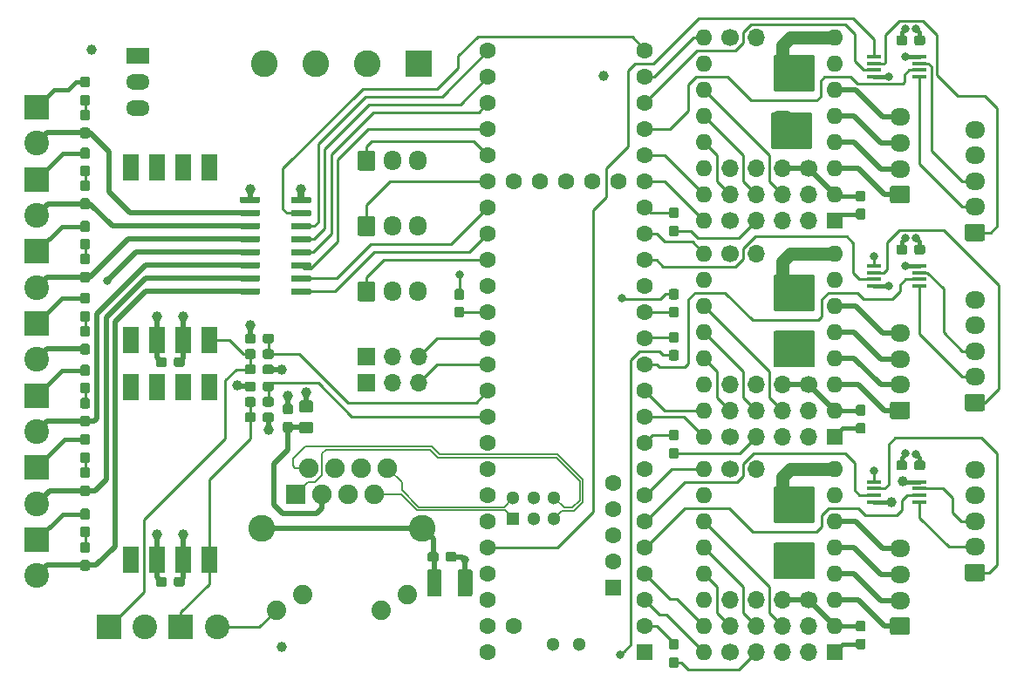
<source format=gbr>
G04 #@! TF.GenerationSoftware,KiCad,Pcbnew,(5.1.5)-3*
G04 #@! TF.CreationDate,2020-09-02T18:49:11-07:00*
G04 #@! TF.ProjectId,teensy4_controller,7465656e-7379-4345-9f63-6f6e74726f6c,rev?*
G04 #@! TF.SameCoordinates,Original*
G04 #@! TF.FileFunction,Copper,L1,Top*
G04 #@! TF.FilePolarity,Positive*
%FSLAX46Y46*%
G04 Gerber Fmt 4.6, Leading zero omitted, Abs format (unit mm)*
G04 Created by KiCad (PCBNEW (5.1.5)-3) date 2020-09-02 18:49:11*
%MOMM*%
%LPD*%
G04 APERTURE LIST*
%ADD10C,0.100000*%
%ADD11C,2.600000*%
%ADD12R,2.600000X2.600000*%
%ADD13C,1.890000*%
%ADD14C,1.900000*%
%ADD15R,1.900000X1.900000*%
%ADD16C,1.000000*%
%ADD17O,1.700000X1.700000*%
%ADD18C,1.700000*%
%ADD19R,1.700000X1.700000*%
%ADD20C,1.300000*%
%ADD21C,1.600000*%
%ADD22R,1.300000X1.300000*%
%ADD23R,1.600000X1.600000*%
%ADD24O,1.950000X1.700000*%
%ADD25R,1.450000X0.450000*%
%ADD26O,1.600000X1.600000*%
%ADD27C,2.400000*%
%ADD28R,2.400000X2.400000*%
%ADD29O,1.700000X1.950000*%
%ADD30O,2.300000X1.500000*%
%ADD31R,2.300000X1.500000*%
%ADD32R,1.520000X2.540000*%
%ADD33C,0.800000*%
%ADD34C,0.381000*%
%ADD35C,0.508000*%
%ADD36C,1.270000*%
%ADD37C,0.635000*%
%ADD38C,0.250000*%
%ADD39C,0.152400*%
%ADD40C,0.152440*%
%ADD41C,0.200000*%
G04 APERTURE END LIST*
G04 #@! TA.AperFunction,SMDPad,CuDef*
D10*
G36*
X95532779Y-137702144D02*
G01*
X95555834Y-137705563D01*
X95578443Y-137711227D01*
X95600387Y-137719079D01*
X95621457Y-137729044D01*
X95641448Y-137741026D01*
X95660168Y-137754910D01*
X95677438Y-137770562D01*
X95693090Y-137787832D01*
X95706974Y-137806552D01*
X95718956Y-137826543D01*
X95728921Y-137847613D01*
X95736773Y-137869557D01*
X95742437Y-137892166D01*
X95745856Y-137915221D01*
X95747000Y-137938500D01*
X95747000Y-138413500D01*
X95745856Y-138436779D01*
X95742437Y-138459834D01*
X95736773Y-138482443D01*
X95728921Y-138504387D01*
X95718956Y-138525457D01*
X95706974Y-138545448D01*
X95693090Y-138564168D01*
X95677438Y-138581438D01*
X95660168Y-138597090D01*
X95641448Y-138610974D01*
X95621457Y-138622956D01*
X95600387Y-138632921D01*
X95578443Y-138640773D01*
X95555834Y-138646437D01*
X95532779Y-138649856D01*
X95509500Y-138651000D01*
X94934500Y-138651000D01*
X94911221Y-138649856D01*
X94888166Y-138646437D01*
X94865557Y-138640773D01*
X94843613Y-138632921D01*
X94822543Y-138622956D01*
X94802552Y-138610974D01*
X94783832Y-138597090D01*
X94766562Y-138581438D01*
X94750910Y-138564168D01*
X94737026Y-138545448D01*
X94725044Y-138525457D01*
X94715079Y-138504387D01*
X94707227Y-138482443D01*
X94701563Y-138459834D01*
X94698144Y-138436779D01*
X94697000Y-138413500D01*
X94697000Y-137938500D01*
X94698144Y-137915221D01*
X94701563Y-137892166D01*
X94707227Y-137869557D01*
X94715079Y-137847613D01*
X94725044Y-137826543D01*
X94737026Y-137806552D01*
X94750910Y-137787832D01*
X94766562Y-137770562D01*
X94783832Y-137754910D01*
X94802552Y-137741026D01*
X94822543Y-137729044D01*
X94843613Y-137719079D01*
X94865557Y-137711227D01*
X94888166Y-137705563D01*
X94911221Y-137702144D01*
X94934500Y-137701000D01*
X95509500Y-137701000D01*
X95532779Y-137702144D01*
G37*
G04 #@! TD.AperFunction*
G04 #@! TA.AperFunction,SMDPad,CuDef*
G36*
X93782779Y-137702144D02*
G01*
X93805834Y-137705563D01*
X93828443Y-137711227D01*
X93850387Y-137719079D01*
X93871457Y-137729044D01*
X93891448Y-137741026D01*
X93910168Y-137754910D01*
X93927438Y-137770562D01*
X93943090Y-137787832D01*
X93956974Y-137806552D01*
X93968956Y-137826543D01*
X93978921Y-137847613D01*
X93986773Y-137869557D01*
X93992437Y-137892166D01*
X93995856Y-137915221D01*
X93997000Y-137938500D01*
X93997000Y-138413500D01*
X93995856Y-138436779D01*
X93992437Y-138459834D01*
X93986773Y-138482443D01*
X93978921Y-138504387D01*
X93968956Y-138525457D01*
X93956974Y-138545448D01*
X93943090Y-138564168D01*
X93927438Y-138581438D01*
X93910168Y-138597090D01*
X93891448Y-138610974D01*
X93871457Y-138622956D01*
X93850387Y-138632921D01*
X93828443Y-138640773D01*
X93805834Y-138646437D01*
X93782779Y-138649856D01*
X93759500Y-138651000D01*
X93184500Y-138651000D01*
X93161221Y-138649856D01*
X93138166Y-138646437D01*
X93115557Y-138640773D01*
X93093613Y-138632921D01*
X93072543Y-138622956D01*
X93052552Y-138610974D01*
X93033832Y-138597090D01*
X93016562Y-138581438D01*
X93000910Y-138564168D01*
X92987026Y-138545448D01*
X92975044Y-138525457D01*
X92965079Y-138504387D01*
X92957227Y-138482443D01*
X92951563Y-138459834D01*
X92948144Y-138436779D01*
X92947000Y-138413500D01*
X92947000Y-137938500D01*
X92948144Y-137915221D01*
X92951563Y-137892166D01*
X92957227Y-137869557D01*
X92965079Y-137847613D01*
X92975044Y-137826543D01*
X92987026Y-137806552D01*
X93000910Y-137787832D01*
X93016562Y-137770562D01*
X93033832Y-137754910D01*
X93052552Y-137741026D01*
X93072543Y-137729044D01*
X93093613Y-137719079D01*
X93115557Y-137711227D01*
X93138166Y-137705563D01*
X93161221Y-137702144D01*
X93184500Y-137701000D01*
X93759500Y-137701000D01*
X93782779Y-137702144D01*
G37*
G04 #@! TD.AperFunction*
G04 #@! TA.AperFunction,SMDPad,CuDef*
G36*
X77780779Y-124146144D02*
G01*
X77803834Y-124149563D01*
X77826443Y-124155227D01*
X77848387Y-124163079D01*
X77869457Y-124173044D01*
X77889448Y-124185026D01*
X77908168Y-124198910D01*
X77925438Y-124214562D01*
X77941090Y-124231832D01*
X77954974Y-124250552D01*
X77966956Y-124270543D01*
X77976921Y-124291613D01*
X77984773Y-124313557D01*
X77990437Y-124336166D01*
X77993856Y-124359221D01*
X77995000Y-124382500D01*
X77995000Y-124857500D01*
X77993856Y-124880779D01*
X77990437Y-124903834D01*
X77984773Y-124926443D01*
X77976921Y-124948387D01*
X77966956Y-124969457D01*
X77954974Y-124989448D01*
X77941090Y-125008168D01*
X77925438Y-125025438D01*
X77908168Y-125041090D01*
X77889448Y-125054974D01*
X77869457Y-125066956D01*
X77848387Y-125076921D01*
X77826443Y-125084773D01*
X77803834Y-125090437D01*
X77780779Y-125093856D01*
X77757500Y-125095000D01*
X77182500Y-125095000D01*
X77159221Y-125093856D01*
X77136166Y-125090437D01*
X77113557Y-125084773D01*
X77091613Y-125076921D01*
X77070543Y-125066956D01*
X77050552Y-125054974D01*
X77031832Y-125041090D01*
X77014562Y-125025438D01*
X76998910Y-125008168D01*
X76985026Y-124989448D01*
X76973044Y-124969457D01*
X76963079Y-124948387D01*
X76955227Y-124926443D01*
X76949563Y-124903834D01*
X76946144Y-124880779D01*
X76945000Y-124857500D01*
X76945000Y-124382500D01*
X76946144Y-124359221D01*
X76949563Y-124336166D01*
X76955227Y-124313557D01*
X76963079Y-124291613D01*
X76973044Y-124270543D01*
X76985026Y-124250552D01*
X76998910Y-124231832D01*
X77014562Y-124214562D01*
X77031832Y-124198910D01*
X77050552Y-124185026D01*
X77070543Y-124173044D01*
X77091613Y-124163079D01*
X77113557Y-124155227D01*
X77136166Y-124149563D01*
X77159221Y-124146144D01*
X77182500Y-124145000D01*
X77757500Y-124145000D01*
X77780779Y-124146144D01*
G37*
G04 #@! TD.AperFunction*
G04 #@! TA.AperFunction,SMDPad,CuDef*
G36*
X76030779Y-124146144D02*
G01*
X76053834Y-124149563D01*
X76076443Y-124155227D01*
X76098387Y-124163079D01*
X76119457Y-124173044D01*
X76139448Y-124185026D01*
X76158168Y-124198910D01*
X76175438Y-124214562D01*
X76191090Y-124231832D01*
X76204974Y-124250552D01*
X76216956Y-124270543D01*
X76226921Y-124291613D01*
X76234773Y-124313557D01*
X76240437Y-124336166D01*
X76243856Y-124359221D01*
X76245000Y-124382500D01*
X76245000Y-124857500D01*
X76243856Y-124880779D01*
X76240437Y-124903834D01*
X76234773Y-124926443D01*
X76226921Y-124948387D01*
X76216956Y-124969457D01*
X76204974Y-124989448D01*
X76191090Y-125008168D01*
X76175438Y-125025438D01*
X76158168Y-125041090D01*
X76139448Y-125054974D01*
X76119457Y-125066956D01*
X76098387Y-125076921D01*
X76076443Y-125084773D01*
X76053834Y-125090437D01*
X76030779Y-125093856D01*
X76007500Y-125095000D01*
X75432500Y-125095000D01*
X75409221Y-125093856D01*
X75386166Y-125090437D01*
X75363557Y-125084773D01*
X75341613Y-125076921D01*
X75320543Y-125066956D01*
X75300552Y-125054974D01*
X75281832Y-125041090D01*
X75264562Y-125025438D01*
X75248910Y-125008168D01*
X75235026Y-124989448D01*
X75223044Y-124969457D01*
X75213079Y-124948387D01*
X75205227Y-124926443D01*
X75199563Y-124903834D01*
X75196144Y-124880779D01*
X75195000Y-124857500D01*
X75195000Y-124382500D01*
X75196144Y-124359221D01*
X75199563Y-124336166D01*
X75205227Y-124313557D01*
X75213079Y-124291613D01*
X75223044Y-124270543D01*
X75235026Y-124250552D01*
X75248910Y-124231832D01*
X75264562Y-124214562D01*
X75281832Y-124198910D01*
X75300552Y-124185026D01*
X75320543Y-124173044D01*
X75341613Y-124163079D01*
X75363557Y-124155227D01*
X75386166Y-124149563D01*
X75409221Y-124146144D01*
X75432500Y-124145000D01*
X76007500Y-124145000D01*
X76030779Y-124146144D01*
G37*
G04 #@! TD.AperFunction*
D11*
X77075000Y-90280000D03*
X82075000Y-90280000D03*
X87075000Y-90280000D03*
D12*
X92075000Y-90280000D03*
D11*
X92385000Y-135370000D03*
X76835000Y-135370000D03*
D13*
X78285000Y-143320000D03*
X80825000Y-141800000D03*
X88395000Y-143320000D03*
X90935000Y-141800000D03*
D14*
X89055000Y-129540000D03*
X87785000Y-132080000D03*
X86515000Y-129540000D03*
X85245000Y-132080000D03*
X83975000Y-129540000D03*
X82705000Y-132080000D03*
X81435000Y-129540000D03*
D15*
X80165000Y-132080000D03*
D16*
X60322460Y-88900000D03*
X110000000Y-91440000D03*
X78740000Y-146936460D03*
G04 #@! TA.AperFunction,SMDPad,CuDef*
D10*
G36*
X97061004Y-139392204D02*
G01*
X97085273Y-139395804D01*
X97109071Y-139401765D01*
X97132171Y-139410030D01*
X97154349Y-139420520D01*
X97175393Y-139433133D01*
X97195098Y-139447747D01*
X97213277Y-139464223D01*
X97229753Y-139482402D01*
X97244367Y-139502107D01*
X97256980Y-139523151D01*
X97267470Y-139545329D01*
X97275735Y-139568429D01*
X97281696Y-139592227D01*
X97285296Y-139616496D01*
X97286500Y-139641000D01*
X97286500Y-141791000D01*
X97285296Y-141815504D01*
X97281696Y-141839773D01*
X97275735Y-141863571D01*
X97267470Y-141886671D01*
X97256980Y-141908849D01*
X97244367Y-141929893D01*
X97229753Y-141949598D01*
X97213277Y-141967777D01*
X97195098Y-141984253D01*
X97175393Y-141998867D01*
X97154349Y-142011480D01*
X97132171Y-142021970D01*
X97109071Y-142030235D01*
X97085273Y-142036196D01*
X97061004Y-142039796D01*
X97036500Y-142041000D01*
X96111500Y-142041000D01*
X96086996Y-142039796D01*
X96062727Y-142036196D01*
X96038929Y-142030235D01*
X96015829Y-142021970D01*
X95993651Y-142011480D01*
X95972607Y-141998867D01*
X95952902Y-141984253D01*
X95934723Y-141967777D01*
X95918247Y-141949598D01*
X95903633Y-141929893D01*
X95891020Y-141908849D01*
X95880530Y-141886671D01*
X95872265Y-141863571D01*
X95866304Y-141839773D01*
X95862704Y-141815504D01*
X95861500Y-141791000D01*
X95861500Y-139641000D01*
X95862704Y-139616496D01*
X95866304Y-139592227D01*
X95872265Y-139568429D01*
X95880530Y-139545329D01*
X95891020Y-139523151D01*
X95903633Y-139502107D01*
X95918247Y-139482402D01*
X95934723Y-139464223D01*
X95952902Y-139447747D01*
X95972607Y-139433133D01*
X95993651Y-139420520D01*
X96015829Y-139410030D01*
X96038929Y-139401765D01*
X96062727Y-139395804D01*
X96086996Y-139392204D01*
X96111500Y-139391000D01*
X97036500Y-139391000D01*
X97061004Y-139392204D01*
G37*
G04 #@! TD.AperFunction*
G04 #@! TA.AperFunction,SMDPad,CuDef*
G36*
X94086004Y-139392204D02*
G01*
X94110273Y-139395804D01*
X94134071Y-139401765D01*
X94157171Y-139410030D01*
X94179349Y-139420520D01*
X94200393Y-139433133D01*
X94220098Y-139447747D01*
X94238277Y-139464223D01*
X94254753Y-139482402D01*
X94269367Y-139502107D01*
X94281980Y-139523151D01*
X94292470Y-139545329D01*
X94300735Y-139568429D01*
X94306696Y-139592227D01*
X94310296Y-139616496D01*
X94311500Y-139641000D01*
X94311500Y-141791000D01*
X94310296Y-141815504D01*
X94306696Y-141839773D01*
X94300735Y-141863571D01*
X94292470Y-141886671D01*
X94281980Y-141908849D01*
X94269367Y-141929893D01*
X94254753Y-141949598D01*
X94238277Y-141967777D01*
X94220098Y-141984253D01*
X94200393Y-141998867D01*
X94179349Y-142011480D01*
X94157171Y-142021970D01*
X94134071Y-142030235D01*
X94110273Y-142036196D01*
X94086004Y-142039796D01*
X94061500Y-142041000D01*
X93136500Y-142041000D01*
X93111996Y-142039796D01*
X93087727Y-142036196D01*
X93063929Y-142030235D01*
X93040829Y-142021970D01*
X93018651Y-142011480D01*
X92997607Y-141998867D01*
X92977902Y-141984253D01*
X92959723Y-141967777D01*
X92943247Y-141949598D01*
X92928633Y-141929893D01*
X92916020Y-141908849D01*
X92905530Y-141886671D01*
X92897265Y-141863571D01*
X92891304Y-141839773D01*
X92887704Y-141815504D01*
X92886500Y-141791000D01*
X92886500Y-139641000D01*
X92887704Y-139616496D01*
X92891304Y-139592227D01*
X92897265Y-139568429D01*
X92905530Y-139545329D01*
X92916020Y-139523151D01*
X92928633Y-139502107D01*
X92943247Y-139482402D01*
X92959723Y-139464223D01*
X92977902Y-139447747D01*
X92997607Y-139433133D01*
X93018651Y-139420520D01*
X93040829Y-139410030D01*
X93063929Y-139401765D01*
X93087727Y-139395804D01*
X93111996Y-139392204D01*
X93136500Y-139391000D01*
X94061500Y-139391000D01*
X94086004Y-139392204D01*
G37*
G04 #@! TD.AperFunction*
G04 #@! TA.AperFunction,SMDPad,CuDef*
G36*
X69144779Y-118779144D02*
G01*
X69167834Y-118782563D01*
X69190443Y-118788227D01*
X69212387Y-118796079D01*
X69233457Y-118806044D01*
X69253448Y-118818026D01*
X69272168Y-118831910D01*
X69289438Y-118847562D01*
X69305090Y-118864832D01*
X69318974Y-118883552D01*
X69330956Y-118903543D01*
X69340921Y-118924613D01*
X69348773Y-118946557D01*
X69354437Y-118969166D01*
X69357856Y-118992221D01*
X69359000Y-119015500D01*
X69359000Y-119490500D01*
X69357856Y-119513779D01*
X69354437Y-119536834D01*
X69348773Y-119559443D01*
X69340921Y-119581387D01*
X69330956Y-119602457D01*
X69318974Y-119622448D01*
X69305090Y-119641168D01*
X69289438Y-119658438D01*
X69272168Y-119674090D01*
X69253448Y-119687974D01*
X69233457Y-119699956D01*
X69212387Y-119709921D01*
X69190443Y-119717773D01*
X69167834Y-119723437D01*
X69144779Y-119726856D01*
X69121500Y-119728000D01*
X68546500Y-119728000D01*
X68523221Y-119726856D01*
X68500166Y-119723437D01*
X68477557Y-119717773D01*
X68455613Y-119709921D01*
X68434543Y-119699956D01*
X68414552Y-119687974D01*
X68395832Y-119674090D01*
X68378562Y-119658438D01*
X68362910Y-119641168D01*
X68349026Y-119622448D01*
X68337044Y-119602457D01*
X68327079Y-119581387D01*
X68319227Y-119559443D01*
X68313563Y-119536834D01*
X68310144Y-119513779D01*
X68309000Y-119490500D01*
X68309000Y-119015500D01*
X68310144Y-118992221D01*
X68313563Y-118969166D01*
X68319227Y-118946557D01*
X68327079Y-118924613D01*
X68337044Y-118903543D01*
X68349026Y-118883552D01*
X68362910Y-118864832D01*
X68378562Y-118847562D01*
X68395832Y-118831910D01*
X68414552Y-118818026D01*
X68434543Y-118806044D01*
X68455613Y-118796079D01*
X68477557Y-118788227D01*
X68500166Y-118782563D01*
X68523221Y-118779144D01*
X68546500Y-118778000D01*
X69121500Y-118778000D01*
X69144779Y-118779144D01*
G37*
G04 #@! TD.AperFunction*
G04 #@! TA.AperFunction,SMDPad,CuDef*
G36*
X67394779Y-118779144D02*
G01*
X67417834Y-118782563D01*
X67440443Y-118788227D01*
X67462387Y-118796079D01*
X67483457Y-118806044D01*
X67503448Y-118818026D01*
X67522168Y-118831910D01*
X67539438Y-118847562D01*
X67555090Y-118864832D01*
X67568974Y-118883552D01*
X67580956Y-118903543D01*
X67590921Y-118924613D01*
X67598773Y-118946557D01*
X67604437Y-118969166D01*
X67607856Y-118992221D01*
X67609000Y-119015500D01*
X67609000Y-119490500D01*
X67607856Y-119513779D01*
X67604437Y-119536834D01*
X67598773Y-119559443D01*
X67590921Y-119581387D01*
X67580956Y-119602457D01*
X67568974Y-119622448D01*
X67555090Y-119641168D01*
X67539438Y-119658438D01*
X67522168Y-119674090D01*
X67503448Y-119687974D01*
X67483457Y-119699956D01*
X67462387Y-119709921D01*
X67440443Y-119717773D01*
X67417834Y-119723437D01*
X67394779Y-119726856D01*
X67371500Y-119728000D01*
X66796500Y-119728000D01*
X66773221Y-119726856D01*
X66750166Y-119723437D01*
X66727557Y-119717773D01*
X66705613Y-119709921D01*
X66684543Y-119699956D01*
X66664552Y-119687974D01*
X66645832Y-119674090D01*
X66628562Y-119658438D01*
X66612910Y-119641168D01*
X66599026Y-119622448D01*
X66587044Y-119602457D01*
X66577079Y-119581387D01*
X66569227Y-119559443D01*
X66563563Y-119536834D01*
X66560144Y-119513779D01*
X66559000Y-119490500D01*
X66559000Y-119015500D01*
X66560144Y-118992221D01*
X66563563Y-118969166D01*
X66569227Y-118946557D01*
X66577079Y-118924613D01*
X66587044Y-118903543D01*
X66599026Y-118883552D01*
X66612910Y-118864832D01*
X66628562Y-118847562D01*
X66645832Y-118831910D01*
X66664552Y-118818026D01*
X66684543Y-118806044D01*
X66705613Y-118796079D01*
X66727557Y-118788227D01*
X66750166Y-118782563D01*
X66773221Y-118779144D01*
X66796500Y-118778000D01*
X67371500Y-118778000D01*
X67394779Y-118779144D01*
G37*
G04 #@! TD.AperFunction*
D17*
X122301000Y-142367000D03*
X124841000Y-142367000D03*
X127381000Y-142367000D03*
D18*
X129921000Y-142367000D03*
G04 #@! TA.AperFunction,SMDPad,CuDef*
D10*
G36*
X79635779Y-123301144D02*
G01*
X79658834Y-123304563D01*
X79681443Y-123310227D01*
X79703387Y-123318079D01*
X79724457Y-123328044D01*
X79744448Y-123340026D01*
X79763168Y-123353910D01*
X79780438Y-123369562D01*
X79796090Y-123386832D01*
X79809974Y-123405552D01*
X79821956Y-123425543D01*
X79831921Y-123446613D01*
X79839773Y-123468557D01*
X79845437Y-123491166D01*
X79848856Y-123514221D01*
X79850000Y-123537500D01*
X79850000Y-124112500D01*
X79848856Y-124135779D01*
X79845437Y-124158834D01*
X79839773Y-124181443D01*
X79831921Y-124203387D01*
X79821956Y-124224457D01*
X79809974Y-124244448D01*
X79796090Y-124263168D01*
X79780438Y-124280438D01*
X79763168Y-124296090D01*
X79744448Y-124309974D01*
X79724457Y-124321956D01*
X79703387Y-124331921D01*
X79681443Y-124339773D01*
X79658834Y-124345437D01*
X79635779Y-124348856D01*
X79612500Y-124350000D01*
X79137500Y-124350000D01*
X79114221Y-124348856D01*
X79091166Y-124345437D01*
X79068557Y-124339773D01*
X79046613Y-124331921D01*
X79025543Y-124321956D01*
X79005552Y-124309974D01*
X78986832Y-124296090D01*
X78969562Y-124280438D01*
X78953910Y-124263168D01*
X78940026Y-124244448D01*
X78928044Y-124224457D01*
X78918079Y-124203387D01*
X78910227Y-124181443D01*
X78904563Y-124158834D01*
X78901144Y-124135779D01*
X78900000Y-124112500D01*
X78900000Y-123537500D01*
X78901144Y-123514221D01*
X78904563Y-123491166D01*
X78910227Y-123468557D01*
X78918079Y-123446613D01*
X78928044Y-123425543D01*
X78940026Y-123405552D01*
X78953910Y-123386832D01*
X78969562Y-123369562D01*
X78986832Y-123353910D01*
X79005552Y-123340026D01*
X79025543Y-123328044D01*
X79046613Y-123318079D01*
X79068557Y-123310227D01*
X79091166Y-123304563D01*
X79114221Y-123301144D01*
X79137500Y-123300000D01*
X79612500Y-123300000D01*
X79635779Y-123301144D01*
G37*
G04 #@! TD.AperFunction*
G04 #@! TA.AperFunction,SMDPad,CuDef*
G36*
X79635779Y-125051144D02*
G01*
X79658834Y-125054563D01*
X79681443Y-125060227D01*
X79703387Y-125068079D01*
X79724457Y-125078044D01*
X79744448Y-125090026D01*
X79763168Y-125103910D01*
X79780438Y-125119562D01*
X79796090Y-125136832D01*
X79809974Y-125155552D01*
X79821956Y-125175543D01*
X79831921Y-125196613D01*
X79839773Y-125218557D01*
X79845437Y-125241166D01*
X79848856Y-125264221D01*
X79850000Y-125287500D01*
X79850000Y-125862500D01*
X79848856Y-125885779D01*
X79845437Y-125908834D01*
X79839773Y-125931443D01*
X79831921Y-125953387D01*
X79821956Y-125974457D01*
X79809974Y-125994448D01*
X79796090Y-126013168D01*
X79780438Y-126030438D01*
X79763168Y-126046090D01*
X79744448Y-126059974D01*
X79724457Y-126071956D01*
X79703387Y-126081921D01*
X79681443Y-126089773D01*
X79658834Y-126095437D01*
X79635779Y-126098856D01*
X79612500Y-126100000D01*
X79137500Y-126100000D01*
X79114221Y-126098856D01*
X79091166Y-126095437D01*
X79068557Y-126089773D01*
X79046613Y-126081921D01*
X79025543Y-126071956D01*
X79005552Y-126059974D01*
X78986832Y-126046090D01*
X78969562Y-126030438D01*
X78953910Y-126013168D01*
X78940026Y-125994448D01*
X78928044Y-125974457D01*
X78918079Y-125953387D01*
X78910227Y-125931443D01*
X78904563Y-125908834D01*
X78901144Y-125885779D01*
X78900000Y-125862500D01*
X78900000Y-125287500D01*
X78901144Y-125264221D01*
X78904563Y-125241166D01*
X78910227Y-125218557D01*
X78918079Y-125196613D01*
X78928044Y-125175543D01*
X78940026Y-125155552D01*
X78953910Y-125136832D01*
X78969562Y-125119562D01*
X78986832Y-125103910D01*
X79005552Y-125090026D01*
X79025543Y-125078044D01*
X79046613Y-125068079D01*
X79068557Y-125060227D01*
X79091166Y-125054563D01*
X79114221Y-125051144D01*
X79137500Y-125050000D01*
X79612500Y-125050000D01*
X79635779Y-125051144D01*
G37*
G04 #@! TD.AperFunction*
G04 #@! TA.AperFunction,SMDPad,CuDef*
G36*
X81627505Y-122997204D02*
G01*
X81651773Y-123000804D01*
X81675572Y-123006765D01*
X81698671Y-123015030D01*
X81720850Y-123025520D01*
X81741893Y-123038132D01*
X81761599Y-123052747D01*
X81779777Y-123069223D01*
X81796253Y-123087401D01*
X81810868Y-123107107D01*
X81823480Y-123128150D01*
X81833970Y-123150329D01*
X81842235Y-123173428D01*
X81848196Y-123197227D01*
X81851796Y-123221495D01*
X81853000Y-123245999D01*
X81853000Y-123896001D01*
X81851796Y-123920505D01*
X81848196Y-123944773D01*
X81842235Y-123968572D01*
X81833970Y-123991671D01*
X81823480Y-124013850D01*
X81810868Y-124034893D01*
X81796253Y-124054599D01*
X81779777Y-124072777D01*
X81761599Y-124089253D01*
X81741893Y-124103868D01*
X81720850Y-124116480D01*
X81698671Y-124126970D01*
X81675572Y-124135235D01*
X81651773Y-124141196D01*
X81627505Y-124144796D01*
X81603001Y-124146000D01*
X80702999Y-124146000D01*
X80678495Y-124144796D01*
X80654227Y-124141196D01*
X80630428Y-124135235D01*
X80607329Y-124126970D01*
X80585150Y-124116480D01*
X80564107Y-124103868D01*
X80544401Y-124089253D01*
X80526223Y-124072777D01*
X80509747Y-124054599D01*
X80495132Y-124034893D01*
X80482520Y-124013850D01*
X80472030Y-123991671D01*
X80463765Y-123968572D01*
X80457804Y-123944773D01*
X80454204Y-123920505D01*
X80453000Y-123896001D01*
X80453000Y-123245999D01*
X80454204Y-123221495D01*
X80457804Y-123197227D01*
X80463765Y-123173428D01*
X80472030Y-123150329D01*
X80482520Y-123128150D01*
X80495132Y-123107107D01*
X80509747Y-123087401D01*
X80526223Y-123069223D01*
X80544401Y-123052747D01*
X80564107Y-123038132D01*
X80585150Y-123025520D01*
X80607329Y-123015030D01*
X80630428Y-123006765D01*
X80654227Y-123000804D01*
X80678495Y-122997204D01*
X80702999Y-122996000D01*
X81603001Y-122996000D01*
X81627505Y-122997204D01*
G37*
G04 #@! TD.AperFunction*
G04 #@! TA.AperFunction,SMDPad,CuDef*
G36*
X81627505Y-125047204D02*
G01*
X81651773Y-125050804D01*
X81675572Y-125056765D01*
X81698671Y-125065030D01*
X81720850Y-125075520D01*
X81741893Y-125088132D01*
X81761599Y-125102747D01*
X81779777Y-125119223D01*
X81796253Y-125137401D01*
X81810868Y-125157107D01*
X81823480Y-125178150D01*
X81833970Y-125200329D01*
X81842235Y-125223428D01*
X81848196Y-125247227D01*
X81851796Y-125271495D01*
X81853000Y-125295999D01*
X81853000Y-125946001D01*
X81851796Y-125970505D01*
X81848196Y-125994773D01*
X81842235Y-126018572D01*
X81833970Y-126041671D01*
X81823480Y-126063850D01*
X81810868Y-126084893D01*
X81796253Y-126104599D01*
X81779777Y-126122777D01*
X81761599Y-126139253D01*
X81741893Y-126153868D01*
X81720850Y-126166480D01*
X81698671Y-126176970D01*
X81675572Y-126185235D01*
X81651773Y-126191196D01*
X81627505Y-126194796D01*
X81603001Y-126196000D01*
X80702999Y-126196000D01*
X80678495Y-126194796D01*
X80654227Y-126191196D01*
X80630428Y-126185235D01*
X80607329Y-126176970D01*
X80585150Y-126166480D01*
X80564107Y-126153868D01*
X80544401Y-126139253D01*
X80526223Y-126122777D01*
X80509747Y-126104599D01*
X80495132Y-126084893D01*
X80482520Y-126063850D01*
X80472030Y-126041671D01*
X80463765Y-126018572D01*
X80457804Y-125994773D01*
X80454204Y-125970505D01*
X80453000Y-125946001D01*
X80453000Y-125295999D01*
X80454204Y-125271495D01*
X80457804Y-125247227D01*
X80463765Y-125223428D01*
X80472030Y-125200329D01*
X80482520Y-125178150D01*
X80495132Y-125157107D01*
X80509747Y-125137401D01*
X80526223Y-125119223D01*
X80544401Y-125102747D01*
X80564107Y-125088132D01*
X80585150Y-125075520D01*
X80607329Y-125065030D01*
X80630428Y-125056765D01*
X80654227Y-125050804D01*
X80678495Y-125047204D01*
X80702999Y-125046000D01*
X81603001Y-125046000D01*
X81627505Y-125047204D01*
G37*
G04 #@! TD.AperFunction*
D17*
X92075000Y-118745000D03*
X89535000Y-118745000D03*
D19*
X86995000Y-118745000D03*
D17*
X92075000Y-121285000D03*
X89535000Y-121285000D03*
D19*
X86995000Y-121285000D03*
D20*
X105144000Y-146700000D03*
X107684000Y-146700000D03*
D21*
X101334000Y-101710000D03*
X103874000Y-101710000D03*
X106414000Y-101710000D03*
X108954000Y-101710000D03*
X111494000Y-101710000D03*
D20*
X105232400Y-134460000D03*
X105232400Y-132460000D03*
X103232400Y-132460000D03*
X103232400Y-134460000D03*
X101232400Y-132460000D03*
D22*
X101232400Y-134460000D03*
D21*
X114034000Y-106790000D03*
X114034000Y-104250000D03*
X114034000Y-101710000D03*
X114034000Y-99170000D03*
X114034000Y-109330000D03*
X114034000Y-111870000D03*
X114034000Y-114410000D03*
X114034000Y-96630000D03*
X114034000Y-94090000D03*
X114034000Y-91550000D03*
X114034000Y-89010000D03*
X98794000Y-89010000D03*
X98794000Y-91550000D03*
X98794000Y-94090000D03*
X98794000Y-96630000D03*
X98794000Y-99170000D03*
X98794000Y-101710000D03*
X98794000Y-104250000D03*
X98794000Y-106790000D03*
X98794000Y-109330000D03*
X98794000Y-111870000D03*
X114034000Y-116950000D03*
X114034000Y-119490000D03*
X114034000Y-122030000D03*
X114034000Y-124570000D03*
X114034000Y-127110000D03*
X114034000Y-129650000D03*
X114034000Y-132190000D03*
X114034000Y-134730000D03*
X114034000Y-137270000D03*
X114034000Y-139810000D03*
X114034000Y-142350000D03*
X114034000Y-144890000D03*
D23*
X114034000Y-147430000D03*
D21*
X98794000Y-114410000D03*
X98794000Y-116950000D03*
X98794000Y-119490000D03*
X98794000Y-122030000D03*
X98794000Y-124570000D03*
X98794000Y-127110000D03*
X98794000Y-129650000D03*
X98794000Y-132190000D03*
X98794000Y-134730000D03*
X98794000Y-137270000D03*
X98794000Y-139810000D03*
X98794000Y-142350000D03*
X98794000Y-144890000D03*
X98794000Y-147430000D03*
D23*
X110983200Y-141130800D03*
D21*
X110983200Y-138590800D03*
X110983200Y-136050800D03*
X110983200Y-133510800D03*
X110983200Y-130970800D03*
X101334000Y-144890000D03*
D24*
X146050000Y-96680000D03*
X146050000Y-99180000D03*
X146050000Y-101680000D03*
X146050000Y-104180000D03*
G04 #@! TA.AperFunction,ComponentPad*
D10*
G36*
X146799504Y-105831204D02*
G01*
X146823773Y-105834804D01*
X146847571Y-105840765D01*
X146870671Y-105849030D01*
X146892849Y-105859520D01*
X146913893Y-105872133D01*
X146933598Y-105886747D01*
X146951777Y-105903223D01*
X146968253Y-105921402D01*
X146982867Y-105941107D01*
X146995480Y-105962151D01*
X147005970Y-105984329D01*
X147014235Y-106007429D01*
X147020196Y-106031227D01*
X147023796Y-106055496D01*
X147025000Y-106080000D01*
X147025000Y-107280000D01*
X147023796Y-107304504D01*
X147020196Y-107328773D01*
X147014235Y-107352571D01*
X147005970Y-107375671D01*
X146995480Y-107397849D01*
X146982867Y-107418893D01*
X146968253Y-107438598D01*
X146951777Y-107456777D01*
X146933598Y-107473253D01*
X146913893Y-107487867D01*
X146892849Y-107500480D01*
X146870671Y-107510970D01*
X146847571Y-107519235D01*
X146823773Y-107525196D01*
X146799504Y-107528796D01*
X146775000Y-107530000D01*
X145325000Y-107530000D01*
X145300496Y-107528796D01*
X145276227Y-107525196D01*
X145252429Y-107519235D01*
X145229329Y-107510970D01*
X145207151Y-107500480D01*
X145186107Y-107487867D01*
X145166402Y-107473253D01*
X145148223Y-107456777D01*
X145131747Y-107438598D01*
X145117133Y-107418893D01*
X145104520Y-107397849D01*
X145094030Y-107375671D01*
X145085765Y-107352571D01*
X145079804Y-107328773D01*
X145076204Y-107304504D01*
X145075000Y-107280000D01*
X145075000Y-106080000D01*
X145076204Y-106055496D01*
X145079804Y-106031227D01*
X145085765Y-106007429D01*
X145094030Y-105984329D01*
X145104520Y-105962151D01*
X145117133Y-105941107D01*
X145131747Y-105921402D01*
X145148223Y-105903223D01*
X145166402Y-105886747D01*
X145186107Y-105872133D01*
X145207151Y-105859520D01*
X145229329Y-105849030D01*
X145252429Y-105840765D01*
X145276227Y-105834804D01*
X145300496Y-105831204D01*
X145325000Y-105830000D01*
X146775000Y-105830000D01*
X146799504Y-105831204D01*
G37*
G04 #@! TD.AperFunction*
D24*
X146050000Y-113190000D03*
X146050000Y-115690000D03*
X146050000Y-118190000D03*
X146050000Y-120690000D03*
G04 #@! TA.AperFunction,ComponentPad*
D10*
G36*
X146799504Y-122341204D02*
G01*
X146823773Y-122344804D01*
X146847571Y-122350765D01*
X146870671Y-122359030D01*
X146892849Y-122369520D01*
X146913893Y-122382133D01*
X146933598Y-122396747D01*
X146951777Y-122413223D01*
X146968253Y-122431402D01*
X146982867Y-122451107D01*
X146995480Y-122472151D01*
X147005970Y-122494329D01*
X147014235Y-122517429D01*
X147020196Y-122541227D01*
X147023796Y-122565496D01*
X147025000Y-122590000D01*
X147025000Y-123790000D01*
X147023796Y-123814504D01*
X147020196Y-123838773D01*
X147014235Y-123862571D01*
X147005970Y-123885671D01*
X146995480Y-123907849D01*
X146982867Y-123928893D01*
X146968253Y-123948598D01*
X146951777Y-123966777D01*
X146933598Y-123983253D01*
X146913893Y-123997867D01*
X146892849Y-124010480D01*
X146870671Y-124020970D01*
X146847571Y-124029235D01*
X146823773Y-124035196D01*
X146799504Y-124038796D01*
X146775000Y-124040000D01*
X145325000Y-124040000D01*
X145300496Y-124038796D01*
X145276227Y-124035196D01*
X145252429Y-124029235D01*
X145229329Y-124020970D01*
X145207151Y-124010480D01*
X145186107Y-123997867D01*
X145166402Y-123983253D01*
X145148223Y-123966777D01*
X145131747Y-123948598D01*
X145117133Y-123928893D01*
X145104520Y-123907849D01*
X145094030Y-123885671D01*
X145085765Y-123862571D01*
X145079804Y-123838773D01*
X145076204Y-123814504D01*
X145075000Y-123790000D01*
X145075000Y-122590000D01*
X145076204Y-122565496D01*
X145079804Y-122541227D01*
X145085765Y-122517429D01*
X145094030Y-122494329D01*
X145104520Y-122472151D01*
X145117133Y-122451107D01*
X145131747Y-122431402D01*
X145148223Y-122413223D01*
X145166402Y-122396747D01*
X145186107Y-122382133D01*
X145207151Y-122369520D01*
X145229329Y-122359030D01*
X145252429Y-122350765D01*
X145276227Y-122344804D01*
X145300496Y-122341204D01*
X145325000Y-122340000D01*
X146775000Y-122340000D01*
X146799504Y-122341204D01*
G37*
G04 #@! TD.AperFunction*
D24*
X146050000Y-129700000D03*
X146050000Y-132200000D03*
X146050000Y-134700000D03*
X146050000Y-137200000D03*
G04 #@! TA.AperFunction,ComponentPad*
D10*
G36*
X146799504Y-138851204D02*
G01*
X146823773Y-138854804D01*
X146847571Y-138860765D01*
X146870671Y-138869030D01*
X146892849Y-138879520D01*
X146913893Y-138892133D01*
X146933598Y-138906747D01*
X146951777Y-138923223D01*
X146968253Y-138941402D01*
X146982867Y-138961107D01*
X146995480Y-138982151D01*
X147005970Y-139004329D01*
X147014235Y-139027429D01*
X147020196Y-139051227D01*
X147023796Y-139075496D01*
X147025000Y-139100000D01*
X147025000Y-140300000D01*
X147023796Y-140324504D01*
X147020196Y-140348773D01*
X147014235Y-140372571D01*
X147005970Y-140395671D01*
X146995480Y-140417849D01*
X146982867Y-140438893D01*
X146968253Y-140458598D01*
X146951777Y-140476777D01*
X146933598Y-140493253D01*
X146913893Y-140507867D01*
X146892849Y-140520480D01*
X146870671Y-140530970D01*
X146847571Y-140539235D01*
X146823773Y-140545196D01*
X146799504Y-140548796D01*
X146775000Y-140550000D01*
X145325000Y-140550000D01*
X145300496Y-140548796D01*
X145276227Y-140545196D01*
X145252429Y-140539235D01*
X145229329Y-140530970D01*
X145207151Y-140520480D01*
X145186107Y-140507867D01*
X145166402Y-140493253D01*
X145148223Y-140476777D01*
X145131747Y-140458598D01*
X145117133Y-140438893D01*
X145104520Y-140417849D01*
X145094030Y-140395671D01*
X145085765Y-140372571D01*
X145079804Y-140348773D01*
X145076204Y-140324504D01*
X145075000Y-140300000D01*
X145075000Y-139100000D01*
X145076204Y-139075496D01*
X145079804Y-139051227D01*
X145085765Y-139027429D01*
X145094030Y-139004329D01*
X145104520Y-138982151D01*
X145117133Y-138961107D01*
X145131747Y-138941402D01*
X145148223Y-138923223D01*
X145166402Y-138906747D01*
X145186107Y-138892133D01*
X145207151Y-138879520D01*
X145229329Y-138869030D01*
X145252429Y-138860765D01*
X145276227Y-138854804D01*
X145300496Y-138851204D01*
X145325000Y-138850000D01*
X146775000Y-138850000D01*
X146799504Y-138851204D01*
G37*
G04 #@! TD.AperFunction*
D17*
X129909000Y-102980000D03*
X129909000Y-105520000D03*
X127369000Y-102980000D03*
X127369000Y-105520000D03*
X124829000Y-102980000D03*
X124829000Y-105520000D03*
X122289000Y-102980000D03*
D18*
X122289000Y-105520000D03*
D17*
X129909000Y-123935000D03*
X129909000Y-126475000D03*
X127369000Y-123935000D03*
X127369000Y-126475000D03*
X124829000Y-123935000D03*
X124829000Y-126475000D03*
X122289000Y-123935000D03*
D18*
X122289000Y-126475000D03*
D17*
X129909000Y-144890000D03*
X129909000Y-147430000D03*
X127369000Y-144890000D03*
X127369000Y-147430000D03*
X124829000Y-144890000D03*
X124829000Y-147430000D03*
X122289000Y-144890000D03*
D18*
X122289000Y-147430000D03*
G04 #@! TA.AperFunction,SMDPad,CuDef*
D10*
G36*
X135249779Y-146116144D02*
G01*
X135272834Y-146119563D01*
X135295443Y-146125227D01*
X135317387Y-146133079D01*
X135338457Y-146143044D01*
X135358448Y-146155026D01*
X135377168Y-146168910D01*
X135394438Y-146184562D01*
X135410090Y-146201832D01*
X135423974Y-146220552D01*
X135435956Y-146240543D01*
X135445921Y-146261613D01*
X135453773Y-146283557D01*
X135459437Y-146306166D01*
X135462856Y-146329221D01*
X135464000Y-146352500D01*
X135464000Y-146927500D01*
X135462856Y-146950779D01*
X135459437Y-146973834D01*
X135453773Y-146996443D01*
X135445921Y-147018387D01*
X135435956Y-147039457D01*
X135423974Y-147059448D01*
X135410090Y-147078168D01*
X135394438Y-147095438D01*
X135377168Y-147111090D01*
X135358448Y-147124974D01*
X135338457Y-147136956D01*
X135317387Y-147146921D01*
X135295443Y-147154773D01*
X135272834Y-147160437D01*
X135249779Y-147163856D01*
X135226500Y-147165000D01*
X134751500Y-147165000D01*
X134728221Y-147163856D01*
X134705166Y-147160437D01*
X134682557Y-147154773D01*
X134660613Y-147146921D01*
X134639543Y-147136956D01*
X134619552Y-147124974D01*
X134600832Y-147111090D01*
X134583562Y-147095438D01*
X134567910Y-147078168D01*
X134554026Y-147059448D01*
X134542044Y-147039457D01*
X134532079Y-147018387D01*
X134524227Y-146996443D01*
X134518563Y-146973834D01*
X134515144Y-146950779D01*
X134514000Y-146927500D01*
X134514000Y-146352500D01*
X134515144Y-146329221D01*
X134518563Y-146306166D01*
X134524227Y-146283557D01*
X134532079Y-146261613D01*
X134542044Y-146240543D01*
X134554026Y-146220552D01*
X134567910Y-146201832D01*
X134583562Y-146184562D01*
X134600832Y-146168910D01*
X134619552Y-146155026D01*
X134639543Y-146143044D01*
X134660613Y-146133079D01*
X134682557Y-146125227D01*
X134705166Y-146119563D01*
X134728221Y-146116144D01*
X134751500Y-146115000D01*
X135226500Y-146115000D01*
X135249779Y-146116144D01*
G37*
G04 #@! TD.AperFunction*
G04 #@! TA.AperFunction,SMDPad,CuDef*
G36*
X135249779Y-144366144D02*
G01*
X135272834Y-144369563D01*
X135295443Y-144375227D01*
X135317387Y-144383079D01*
X135338457Y-144393044D01*
X135358448Y-144405026D01*
X135377168Y-144418910D01*
X135394438Y-144434562D01*
X135410090Y-144451832D01*
X135423974Y-144470552D01*
X135435956Y-144490543D01*
X135445921Y-144511613D01*
X135453773Y-144533557D01*
X135459437Y-144556166D01*
X135462856Y-144579221D01*
X135464000Y-144602500D01*
X135464000Y-145177500D01*
X135462856Y-145200779D01*
X135459437Y-145223834D01*
X135453773Y-145246443D01*
X135445921Y-145268387D01*
X135435956Y-145289457D01*
X135423974Y-145309448D01*
X135410090Y-145328168D01*
X135394438Y-145345438D01*
X135377168Y-145361090D01*
X135358448Y-145374974D01*
X135338457Y-145386956D01*
X135317387Y-145396921D01*
X135295443Y-145404773D01*
X135272834Y-145410437D01*
X135249779Y-145413856D01*
X135226500Y-145415000D01*
X134751500Y-145415000D01*
X134728221Y-145413856D01*
X134705166Y-145410437D01*
X134682557Y-145404773D01*
X134660613Y-145396921D01*
X134639543Y-145386956D01*
X134619552Y-145374974D01*
X134600832Y-145361090D01*
X134583562Y-145345438D01*
X134567910Y-145328168D01*
X134554026Y-145309448D01*
X134542044Y-145289457D01*
X134532079Y-145268387D01*
X134524227Y-145246443D01*
X134518563Y-145223834D01*
X134515144Y-145200779D01*
X134514000Y-145177500D01*
X134514000Y-144602500D01*
X134515144Y-144579221D01*
X134518563Y-144556166D01*
X134524227Y-144533557D01*
X134532079Y-144511613D01*
X134542044Y-144490543D01*
X134554026Y-144470552D01*
X134567910Y-144451832D01*
X134583562Y-144434562D01*
X134600832Y-144418910D01*
X134619552Y-144405026D01*
X134639543Y-144393044D01*
X134660613Y-144383079D01*
X134682557Y-144375227D01*
X134705166Y-144369563D01*
X134728221Y-144366144D01*
X134751500Y-144365000D01*
X135226500Y-144365000D01*
X135249779Y-144366144D01*
G37*
G04 #@! TD.AperFunction*
G04 #@! TA.AperFunction,SMDPad,CuDef*
G36*
X135249779Y-125161144D02*
G01*
X135272834Y-125164563D01*
X135295443Y-125170227D01*
X135317387Y-125178079D01*
X135338457Y-125188044D01*
X135358448Y-125200026D01*
X135377168Y-125213910D01*
X135394438Y-125229562D01*
X135410090Y-125246832D01*
X135423974Y-125265552D01*
X135435956Y-125285543D01*
X135445921Y-125306613D01*
X135453773Y-125328557D01*
X135459437Y-125351166D01*
X135462856Y-125374221D01*
X135464000Y-125397500D01*
X135464000Y-125972500D01*
X135462856Y-125995779D01*
X135459437Y-126018834D01*
X135453773Y-126041443D01*
X135445921Y-126063387D01*
X135435956Y-126084457D01*
X135423974Y-126104448D01*
X135410090Y-126123168D01*
X135394438Y-126140438D01*
X135377168Y-126156090D01*
X135358448Y-126169974D01*
X135338457Y-126181956D01*
X135317387Y-126191921D01*
X135295443Y-126199773D01*
X135272834Y-126205437D01*
X135249779Y-126208856D01*
X135226500Y-126210000D01*
X134751500Y-126210000D01*
X134728221Y-126208856D01*
X134705166Y-126205437D01*
X134682557Y-126199773D01*
X134660613Y-126191921D01*
X134639543Y-126181956D01*
X134619552Y-126169974D01*
X134600832Y-126156090D01*
X134583562Y-126140438D01*
X134567910Y-126123168D01*
X134554026Y-126104448D01*
X134542044Y-126084457D01*
X134532079Y-126063387D01*
X134524227Y-126041443D01*
X134518563Y-126018834D01*
X134515144Y-125995779D01*
X134514000Y-125972500D01*
X134514000Y-125397500D01*
X134515144Y-125374221D01*
X134518563Y-125351166D01*
X134524227Y-125328557D01*
X134532079Y-125306613D01*
X134542044Y-125285543D01*
X134554026Y-125265552D01*
X134567910Y-125246832D01*
X134583562Y-125229562D01*
X134600832Y-125213910D01*
X134619552Y-125200026D01*
X134639543Y-125188044D01*
X134660613Y-125178079D01*
X134682557Y-125170227D01*
X134705166Y-125164563D01*
X134728221Y-125161144D01*
X134751500Y-125160000D01*
X135226500Y-125160000D01*
X135249779Y-125161144D01*
G37*
G04 #@! TD.AperFunction*
G04 #@! TA.AperFunction,SMDPad,CuDef*
G36*
X135249779Y-123411144D02*
G01*
X135272834Y-123414563D01*
X135295443Y-123420227D01*
X135317387Y-123428079D01*
X135338457Y-123438044D01*
X135358448Y-123450026D01*
X135377168Y-123463910D01*
X135394438Y-123479562D01*
X135410090Y-123496832D01*
X135423974Y-123515552D01*
X135435956Y-123535543D01*
X135445921Y-123556613D01*
X135453773Y-123578557D01*
X135459437Y-123601166D01*
X135462856Y-123624221D01*
X135464000Y-123647500D01*
X135464000Y-124222500D01*
X135462856Y-124245779D01*
X135459437Y-124268834D01*
X135453773Y-124291443D01*
X135445921Y-124313387D01*
X135435956Y-124334457D01*
X135423974Y-124354448D01*
X135410090Y-124373168D01*
X135394438Y-124390438D01*
X135377168Y-124406090D01*
X135358448Y-124419974D01*
X135338457Y-124431956D01*
X135317387Y-124441921D01*
X135295443Y-124449773D01*
X135272834Y-124455437D01*
X135249779Y-124458856D01*
X135226500Y-124460000D01*
X134751500Y-124460000D01*
X134728221Y-124458856D01*
X134705166Y-124455437D01*
X134682557Y-124449773D01*
X134660613Y-124441921D01*
X134639543Y-124431956D01*
X134619552Y-124419974D01*
X134600832Y-124406090D01*
X134583562Y-124390438D01*
X134567910Y-124373168D01*
X134554026Y-124354448D01*
X134542044Y-124334457D01*
X134532079Y-124313387D01*
X134524227Y-124291443D01*
X134518563Y-124268834D01*
X134515144Y-124245779D01*
X134514000Y-124222500D01*
X134514000Y-123647500D01*
X134515144Y-123624221D01*
X134518563Y-123601166D01*
X134524227Y-123578557D01*
X134532079Y-123556613D01*
X134542044Y-123535543D01*
X134554026Y-123515552D01*
X134567910Y-123496832D01*
X134583562Y-123479562D01*
X134600832Y-123463910D01*
X134619552Y-123450026D01*
X134639543Y-123438044D01*
X134660613Y-123428079D01*
X134682557Y-123420227D01*
X134705166Y-123414563D01*
X134728221Y-123411144D01*
X134751500Y-123410000D01*
X135226500Y-123410000D01*
X135249779Y-123411144D01*
G37*
G04 #@! TD.AperFunction*
D24*
X138799000Y-116435000D03*
X138799000Y-118935000D03*
X138799000Y-121435000D03*
G04 #@! TA.AperFunction,ComponentPad*
D10*
G36*
X139548504Y-123086204D02*
G01*
X139572773Y-123089804D01*
X139596571Y-123095765D01*
X139619671Y-123104030D01*
X139641849Y-123114520D01*
X139662893Y-123127133D01*
X139682598Y-123141747D01*
X139700777Y-123158223D01*
X139717253Y-123176402D01*
X139731867Y-123196107D01*
X139744480Y-123217151D01*
X139754970Y-123239329D01*
X139763235Y-123262429D01*
X139769196Y-123286227D01*
X139772796Y-123310496D01*
X139774000Y-123335000D01*
X139774000Y-124535000D01*
X139772796Y-124559504D01*
X139769196Y-124583773D01*
X139763235Y-124607571D01*
X139754970Y-124630671D01*
X139744480Y-124652849D01*
X139731867Y-124673893D01*
X139717253Y-124693598D01*
X139700777Y-124711777D01*
X139682598Y-124728253D01*
X139662893Y-124742867D01*
X139641849Y-124755480D01*
X139619671Y-124765970D01*
X139596571Y-124774235D01*
X139572773Y-124780196D01*
X139548504Y-124783796D01*
X139524000Y-124785000D01*
X138074000Y-124785000D01*
X138049496Y-124783796D01*
X138025227Y-124780196D01*
X138001429Y-124774235D01*
X137978329Y-124765970D01*
X137956151Y-124755480D01*
X137935107Y-124742867D01*
X137915402Y-124728253D01*
X137897223Y-124711777D01*
X137880747Y-124693598D01*
X137866133Y-124673893D01*
X137853520Y-124652849D01*
X137843030Y-124630671D01*
X137834765Y-124607571D01*
X137828804Y-124583773D01*
X137825204Y-124559504D01*
X137824000Y-124535000D01*
X137824000Y-123335000D01*
X137825204Y-123310496D01*
X137828804Y-123286227D01*
X137834765Y-123262429D01*
X137843030Y-123239329D01*
X137853520Y-123217151D01*
X137866133Y-123196107D01*
X137880747Y-123176402D01*
X137897223Y-123158223D01*
X137915402Y-123141747D01*
X137935107Y-123127133D01*
X137956151Y-123114520D01*
X137978329Y-123104030D01*
X138001429Y-123095765D01*
X138025227Y-123089804D01*
X138049496Y-123086204D01*
X138074000Y-123085000D01*
X139524000Y-123085000D01*
X139548504Y-123086204D01*
G37*
G04 #@! TD.AperFunction*
D25*
X140704000Y-130875000D03*
X140704000Y-131525000D03*
X140704000Y-132175000D03*
X140704000Y-132825000D03*
X136304000Y-132825000D03*
X136304000Y-132175000D03*
X136304000Y-131525000D03*
X136304000Y-130875000D03*
G04 #@! TA.AperFunction,SMDPad,CuDef*
D10*
G36*
X127943504Y-116156204D02*
G01*
X127967773Y-116159804D01*
X127991571Y-116165765D01*
X128014671Y-116174030D01*
X128036849Y-116184520D01*
X128057893Y-116197133D01*
X128077598Y-116211747D01*
X128095777Y-116228223D01*
X128112253Y-116246402D01*
X128126867Y-116266107D01*
X128139480Y-116287151D01*
X128149970Y-116309329D01*
X128158235Y-116332429D01*
X128164196Y-116356227D01*
X128167796Y-116380496D01*
X128169000Y-116405000D01*
X128169000Y-119405000D01*
X128167796Y-119429504D01*
X128164196Y-119453773D01*
X128158235Y-119477571D01*
X128149970Y-119500671D01*
X128139480Y-119522849D01*
X128126867Y-119543893D01*
X128112253Y-119563598D01*
X128095777Y-119581777D01*
X128077598Y-119598253D01*
X128057893Y-119612867D01*
X128036849Y-119625480D01*
X128014671Y-119635970D01*
X127991571Y-119644235D01*
X127967773Y-119650196D01*
X127943504Y-119653796D01*
X127919000Y-119655000D01*
X126819000Y-119655000D01*
X126794496Y-119653796D01*
X126770227Y-119650196D01*
X126746429Y-119644235D01*
X126723329Y-119635970D01*
X126701151Y-119625480D01*
X126680107Y-119612867D01*
X126660402Y-119598253D01*
X126642223Y-119581777D01*
X126625747Y-119563598D01*
X126611133Y-119543893D01*
X126598520Y-119522849D01*
X126588030Y-119500671D01*
X126579765Y-119477571D01*
X126573804Y-119453773D01*
X126570204Y-119429504D01*
X126569000Y-119405000D01*
X126569000Y-116405000D01*
X126570204Y-116380496D01*
X126573804Y-116356227D01*
X126579765Y-116332429D01*
X126588030Y-116309329D01*
X126598520Y-116287151D01*
X126611133Y-116266107D01*
X126625747Y-116246402D01*
X126642223Y-116228223D01*
X126660402Y-116211747D01*
X126680107Y-116197133D01*
X126701151Y-116184520D01*
X126723329Y-116174030D01*
X126746429Y-116165765D01*
X126770227Y-116159804D01*
X126794496Y-116156204D01*
X126819000Y-116155000D01*
X127919000Y-116155000D01*
X127943504Y-116156204D01*
G37*
G04 #@! TD.AperFunction*
G04 #@! TA.AperFunction,SMDPad,CuDef*
G36*
X127943504Y-110756204D02*
G01*
X127967773Y-110759804D01*
X127991571Y-110765765D01*
X128014671Y-110774030D01*
X128036849Y-110784520D01*
X128057893Y-110797133D01*
X128077598Y-110811747D01*
X128095777Y-110828223D01*
X128112253Y-110846402D01*
X128126867Y-110866107D01*
X128139480Y-110887151D01*
X128149970Y-110909329D01*
X128158235Y-110932429D01*
X128164196Y-110956227D01*
X128167796Y-110980496D01*
X128169000Y-111005000D01*
X128169000Y-114005000D01*
X128167796Y-114029504D01*
X128164196Y-114053773D01*
X128158235Y-114077571D01*
X128149970Y-114100671D01*
X128139480Y-114122849D01*
X128126867Y-114143893D01*
X128112253Y-114163598D01*
X128095777Y-114181777D01*
X128077598Y-114198253D01*
X128057893Y-114212867D01*
X128036849Y-114225480D01*
X128014671Y-114235970D01*
X127991571Y-114244235D01*
X127967773Y-114250196D01*
X127943504Y-114253796D01*
X127919000Y-114255000D01*
X126819000Y-114255000D01*
X126794496Y-114253796D01*
X126770227Y-114250196D01*
X126746429Y-114244235D01*
X126723329Y-114235970D01*
X126701151Y-114225480D01*
X126680107Y-114212867D01*
X126660402Y-114198253D01*
X126642223Y-114181777D01*
X126625747Y-114163598D01*
X126611133Y-114143893D01*
X126598520Y-114122849D01*
X126588030Y-114100671D01*
X126579765Y-114077571D01*
X126573804Y-114053773D01*
X126570204Y-114029504D01*
X126569000Y-114005000D01*
X126569000Y-111005000D01*
X126570204Y-110980496D01*
X126573804Y-110956227D01*
X126579765Y-110932429D01*
X126588030Y-110909329D01*
X126598520Y-110887151D01*
X126611133Y-110866107D01*
X126625747Y-110846402D01*
X126642223Y-110828223D01*
X126660402Y-110811747D01*
X126680107Y-110797133D01*
X126701151Y-110784520D01*
X126723329Y-110774030D01*
X126746429Y-110765765D01*
X126770227Y-110759804D01*
X126794496Y-110756204D01*
X126819000Y-110755000D01*
X127919000Y-110755000D01*
X127943504Y-110756204D01*
G37*
G04 #@! TD.AperFunction*
G04 #@! TA.AperFunction,SMDPad,CuDef*
G36*
X139264779Y-128812144D02*
G01*
X139287834Y-128815563D01*
X139310443Y-128821227D01*
X139332387Y-128829079D01*
X139353457Y-128839044D01*
X139373448Y-128851026D01*
X139392168Y-128864910D01*
X139409438Y-128880562D01*
X139425090Y-128897832D01*
X139438974Y-128916552D01*
X139450956Y-128936543D01*
X139460921Y-128957613D01*
X139468773Y-128979557D01*
X139474437Y-129002166D01*
X139477856Y-129025221D01*
X139479000Y-129048500D01*
X139479000Y-129523500D01*
X139477856Y-129546779D01*
X139474437Y-129569834D01*
X139468773Y-129592443D01*
X139460921Y-129614387D01*
X139450956Y-129635457D01*
X139438974Y-129655448D01*
X139425090Y-129674168D01*
X139409438Y-129691438D01*
X139392168Y-129707090D01*
X139373448Y-129720974D01*
X139353457Y-129732956D01*
X139332387Y-129742921D01*
X139310443Y-129750773D01*
X139287834Y-129756437D01*
X139264779Y-129759856D01*
X139241500Y-129761000D01*
X138666500Y-129761000D01*
X138643221Y-129759856D01*
X138620166Y-129756437D01*
X138597557Y-129750773D01*
X138575613Y-129742921D01*
X138554543Y-129732956D01*
X138534552Y-129720974D01*
X138515832Y-129707090D01*
X138498562Y-129691438D01*
X138482910Y-129674168D01*
X138469026Y-129655448D01*
X138457044Y-129635457D01*
X138447079Y-129614387D01*
X138439227Y-129592443D01*
X138433563Y-129569834D01*
X138430144Y-129546779D01*
X138429000Y-129523500D01*
X138429000Y-129048500D01*
X138430144Y-129025221D01*
X138433563Y-129002166D01*
X138439227Y-128979557D01*
X138447079Y-128957613D01*
X138457044Y-128936543D01*
X138469026Y-128916552D01*
X138482910Y-128897832D01*
X138498562Y-128880562D01*
X138515832Y-128864910D01*
X138534552Y-128851026D01*
X138554543Y-128839044D01*
X138575613Y-128829079D01*
X138597557Y-128821227D01*
X138620166Y-128815563D01*
X138643221Y-128812144D01*
X138666500Y-128811000D01*
X139241500Y-128811000D01*
X139264779Y-128812144D01*
G37*
G04 #@! TD.AperFunction*
G04 #@! TA.AperFunction,SMDPad,CuDef*
G36*
X141014779Y-128812144D02*
G01*
X141037834Y-128815563D01*
X141060443Y-128821227D01*
X141082387Y-128829079D01*
X141103457Y-128839044D01*
X141123448Y-128851026D01*
X141142168Y-128864910D01*
X141159438Y-128880562D01*
X141175090Y-128897832D01*
X141188974Y-128916552D01*
X141200956Y-128936543D01*
X141210921Y-128957613D01*
X141218773Y-128979557D01*
X141224437Y-129002166D01*
X141227856Y-129025221D01*
X141229000Y-129048500D01*
X141229000Y-129523500D01*
X141227856Y-129546779D01*
X141224437Y-129569834D01*
X141218773Y-129592443D01*
X141210921Y-129614387D01*
X141200956Y-129635457D01*
X141188974Y-129655448D01*
X141175090Y-129674168D01*
X141159438Y-129691438D01*
X141142168Y-129707090D01*
X141123448Y-129720974D01*
X141103457Y-129732956D01*
X141082387Y-129742921D01*
X141060443Y-129750773D01*
X141037834Y-129756437D01*
X141014779Y-129759856D01*
X140991500Y-129761000D01*
X140416500Y-129761000D01*
X140393221Y-129759856D01*
X140370166Y-129756437D01*
X140347557Y-129750773D01*
X140325613Y-129742921D01*
X140304543Y-129732956D01*
X140284552Y-129720974D01*
X140265832Y-129707090D01*
X140248562Y-129691438D01*
X140232910Y-129674168D01*
X140219026Y-129655448D01*
X140207044Y-129635457D01*
X140197079Y-129614387D01*
X140189227Y-129592443D01*
X140183563Y-129569834D01*
X140180144Y-129546779D01*
X140179000Y-129523500D01*
X140179000Y-129048500D01*
X140180144Y-129025221D01*
X140183563Y-129002166D01*
X140189227Y-128979557D01*
X140197079Y-128957613D01*
X140207044Y-128936543D01*
X140219026Y-128916552D01*
X140232910Y-128897832D01*
X140248562Y-128880562D01*
X140265832Y-128864910D01*
X140284552Y-128851026D01*
X140304543Y-128839044D01*
X140325613Y-128829079D01*
X140347557Y-128821227D01*
X140370166Y-128815563D01*
X140393221Y-128812144D01*
X140416500Y-128811000D01*
X140991500Y-128811000D01*
X141014779Y-128812144D01*
G37*
G04 #@! TD.AperFunction*
D26*
X119749000Y-126475000D03*
X132449000Y-108695000D03*
X119749000Y-123935000D03*
X132449000Y-111235000D03*
X119749000Y-121395000D03*
X132449000Y-113775000D03*
X119749000Y-118855000D03*
X132449000Y-116315000D03*
X119749000Y-116315000D03*
X132449000Y-118855000D03*
X119749000Y-113775000D03*
X132449000Y-121395000D03*
X119749000Y-111235000D03*
X132449000Y-123935000D03*
X119749000Y-108695000D03*
D23*
X132449000Y-126475000D03*
G04 #@! TA.AperFunction,SMDPad,CuDef*
D10*
G36*
X76534703Y-112095722D02*
G01*
X76549264Y-112097882D01*
X76563543Y-112101459D01*
X76577403Y-112106418D01*
X76590710Y-112112712D01*
X76603336Y-112120280D01*
X76615159Y-112129048D01*
X76626066Y-112138934D01*
X76635952Y-112149841D01*
X76644720Y-112161664D01*
X76652288Y-112174290D01*
X76658582Y-112187597D01*
X76663541Y-112201457D01*
X76667118Y-112215736D01*
X76669278Y-112230297D01*
X76670000Y-112245000D01*
X76670000Y-112545000D01*
X76669278Y-112559703D01*
X76667118Y-112574264D01*
X76663541Y-112588543D01*
X76658582Y-112602403D01*
X76652288Y-112615710D01*
X76644720Y-112628336D01*
X76635952Y-112640159D01*
X76626066Y-112651066D01*
X76615159Y-112660952D01*
X76603336Y-112669720D01*
X76590710Y-112677288D01*
X76577403Y-112683582D01*
X76563543Y-112688541D01*
X76549264Y-112692118D01*
X76534703Y-112694278D01*
X76520000Y-112695000D01*
X74870000Y-112695000D01*
X74855297Y-112694278D01*
X74840736Y-112692118D01*
X74826457Y-112688541D01*
X74812597Y-112683582D01*
X74799290Y-112677288D01*
X74786664Y-112669720D01*
X74774841Y-112660952D01*
X74763934Y-112651066D01*
X74754048Y-112640159D01*
X74745280Y-112628336D01*
X74737712Y-112615710D01*
X74731418Y-112602403D01*
X74726459Y-112588543D01*
X74722882Y-112574264D01*
X74720722Y-112559703D01*
X74720000Y-112545000D01*
X74720000Y-112245000D01*
X74720722Y-112230297D01*
X74722882Y-112215736D01*
X74726459Y-112201457D01*
X74731418Y-112187597D01*
X74737712Y-112174290D01*
X74745280Y-112161664D01*
X74754048Y-112149841D01*
X74763934Y-112138934D01*
X74774841Y-112129048D01*
X74786664Y-112120280D01*
X74799290Y-112112712D01*
X74812597Y-112106418D01*
X74826457Y-112101459D01*
X74840736Y-112097882D01*
X74855297Y-112095722D01*
X74870000Y-112095000D01*
X76520000Y-112095000D01*
X76534703Y-112095722D01*
G37*
G04 #@! TD.AperFunction*
G04 #@! TA.AperFunction,SMDPad,CuDef*
G36*
X76534703Y-110825722D02*
G01*
X76549264Y-110827882D01*
X76563543Y-110831459D01*
X76577403Y-110836418D01*
X76590710Y-110842712D01*
X76603336Y-110850280D01*
X76615159Y-110859048D01*
X76626066Y-110868934D01*
X76635952Y-110879841D01*
X76644720Y-110891664D01*
X76652288Y-110904290D01*
X76658582Y-110917597D01*
X76663541Y-110931457D01*
X76667118Y-110945736D01*
X76669278Y-110960297D01*
X76670000Y-110975000D01*
X76670000Y-111275000D01*
X76669278Y-111289703D01*
X76667118Y-111304264D01*
X76663541Y-111318543D01*
X76658582Y-111332403D01*
X76652288Y-111345710D01*
X76644720Y-111358336D01*
X76635952Y-111370159D01*
X76626066Y-111381066D01*
X76615159Y-111390952D01*
X76603336Y-111399720D01*
X76590710Y-111407288D01*
X76577403Y-111413582D01*
X76563543Y-111418541D01*
X76549264Y-111422118D01*
X76534703Y-111424278D01*
X76520000Y-111425000D01*
X74870000Y-111425000D01*
X74855297Y-111424278D01*
X74840736Y-111422118D01*
X74826457Y-111418541D01*
X74812597Y-111413582D01*
X74799290Y-111407288D01*
X74786664Y-111399720D01*
X74774841Y-111390952D01*
X74763934Y-111381066D01*
X74754048Y-111370159D01*
X74745280Y-111358336D01*
X74737712Y-111345710D01*
X74731418Y-111332403D01*
X74726459Y-111318543D01*
X74722882Y-111304264D01*
X74720722Y-111289703D01*
X74720000Y-111275000D01*
X74720000Y-110975000D01*
X74720722Y-110960297D01*
X74722882Y-110945736D01*
X74726459Y-110931457D01*
X74731418Y-110917597D01*
X74737712Y-110904290D01*
X74745280Y-110891664D01*
X74754048Y-110879841D01*
X74763934Y-110868934D01*
X74774841Y-110859048D01*
X74786664Y-110850280D01*
X74799290Y-110842712D01*
X74812597Y-110836418D01*
X74826457Y-110831459D01*
X74840736Y-110827882D01*
X74855297Y-110825722D01*
X74870000Y-110825000D01*
X76520000Y-110825000D01*
X76534703Y-110825722D01*
G37*
G04 #@! TD.AperFunction*
G04 #@! TA.AperFunction,SMDPad,CuDef*
G36*
X76534703Y-109555722D02*
G01*
X76549264Y-109557882D01*
X76563543Y-109561459D01*
X76577403Y-109566418D01*
X76590710Y-109572712D01*
X76603336Y-109580280D01*
X76615159Y-109589048D01*
X76626066Y-109598934D01*
X76635952Y-109609841D01*
X76644720Y-109621664D01*
X76652288Y-109634290D01*
X76658582Y-109647597D01*
X76663541Y-109661457D01*
X76667118Y-109675736D01*
X76669278Y-109690297D01*
X76670000Y-109705000D01*
X76670000Y-110005000D01*
X76669278Y-110019703D01*
X76667118Y-110034264D01*
X76663541Y-110048543D01*
X76658582Y-110062403D01*
X76652288Y-110075710D01*
X76644720Y-110088336D01*
X76635952Y-110100159D01*
X76626066Y-110111066D01*
X76615159Y-110120952D01*
X76603336Y-110129720D01*
X76590710Y-110137288D01*
X76577403Y-110143582D01*
X76563543Y-110148541D01*
X76549264Y-110152118D01*
X76534703Y-110154278D01*
X76520000Y-110155000D01*
X74870000Y-110155000D01*
X74855297Y-110154278D01*
X74840736Y-110152118D01*
X74826457Y-110148541D01*
X74812597Y-110143582D01*
X74799290Y-110137288D01*
X74786664Y-110129720D01*
X74774841Y-110120952D01*
X74763934Y-110111066D01*
X74754048Y-110100159D01*
X74745280Y-110088336D01*
X74737712Y-110075710D01*
X74731418Y-110062403D01*
X74726459Y-110048543D01*
X74722882Y-110034264D01*
X74720722Y-110019703D01*
X74720000Y-110005000D01*
X74720000Y-109705000D01*
X74720722Y-109690297D01*
X74722882Y-109675736D01*
X74726459Y-109661457D01*
X74731418Y-109647597D01*
X74737712Y-109634290D01*
X74745280Y-109621664D01*
X74754048Y-109609841D01*
X74763934Y-109598934D01*
X74774841Y-109589048D01*
X74786664Y-109580280D01*
X74799290Y-109572712D01*
X74812597Y-109566418D01*
X74826457Y-109561459D01*
X74840736Y-109557882D01*
X74855297Y-109555722D01*
X74870000Y-109555000D01*
X76520000Y-109555000D01*
X76534703Y-109555722D01*
G37*
G04 #@! TD.AperFunction*
G04 #@! TA.AperFunction,SMDPad,CuDef*
G36*
X76534703Y-108285722D02*
G01*
X76549264Y-108287882D01*
X76563543Y-108291459D01*
X76577403Y-108296418D01*
X76590710Y-108302712D01*
X76603336Y-108310280D01*
X76615159Y-108319048D01*
X76626066Y-108328934D01*
X76635952Y-108339841D01*
X76644720Y-108351664D01*
X76652288Y-108364290D01*
X76658582Y-108377597D01*
X76663541Y-108391457D01*
X76667118Y-108405736D01*
X76669278Y-108420297D01*
X76670000Y-108435000D01*
X76670000Y-108735000D01*
X76669278Y-108749703D01*
X76667118Y-108764264D01*
X76663541Y-108778543D01*
X76658582Y-108792403D01*
X76652288Y-108805710D01*
X76644720Y-108818336D01*
X76635952Y-108830159D01*
X76626066Y-108841066D01*
X76615159Y-108850952D01*
X76603336Y-108859720D01*
X76590710Y-108867288D01*
X76577403Y-108873582D01*
X76563543Y-108878541D01*
X76549264Y-108882118D01*
X76534703Y-108884278D01*
X76520000Y-108885000D01*
X74870000Y-108885000D01*
X74855297Y-108884278D01*
X74840736Y-108882118D01*
X74826457Y-108878541D01*
X74812597Y-108873582D01*
X74799290Y-108867288D01*
X74786664Y-108859720D01*
X74774841Y-108850952D01*
X74763934Y-108841066D01*
X74754048Y-108830159D01*
X74745280Y-108818336D01*
X74737712Y-108805710D01*
X74731418Y-108792403D01*
X74726459Y-108778543D01*
X74722882Y-108764264D01*
X74720722Y-108749703D01*
X74720000Y-108735000D01*
X74720000Y-108435000D01*
X74720722Y-108420297D01*
X74722882Y-108405736D01*
X74726459Y-108391457D01*
X74731418Y-108377597D01*
X74737712Y-108364290D01*
X74745280Y-108351664D01*
X74754048Y-108339841D01*
X74763934Y-108328934D01*
X74774841Y-108319048D01*
X74786664Y-108310280D01*
X74799290Y-108302712D01*
X74812597Y-108296418D01*
X74826457Y-108291459D01*
X74840736Y-108287882D01*
X74855297Y-108285722D01*
X74870000Y-108285000D01*
X76520000Y-108285000D01*
X76534703Y-108285722D01*
G37*
G04 #@! TD.AperFunction*
G04 #@! TA.AperFunction,SMDPad,CuDef*
G36*
X76534703Y-107015722D02*
G01*
X76549264Y-107017882D01*
X76563543Y-107021459D01*
X76577403Y-107026418D01*
X76590710Y-107032712D01*
X76603336Y-107040280D01*
X76615159Y-107049048D01*
X76626066Y-107058934D01*
X76635952Y-107069841D01*
X76644720Y-107081664D01*
X76652288Y-107094290D01*
X76658582Y-107107597D01*
X76663541Y-107121457D01*
X76667118Y-107135736D01*
X76669278Y-107150297D01*
X76670000Y-107165000D01*
X76670000Y-107465000D01*
X76669278Y-107479703D01*
X76667118Y-107494264D01*
X76663541Y-107508543D01*
X76658582Y-107522403D01*
X76652288Y-107535710D01*
X76644720Y-107548336D01*
X76635952Y-107560159D01*
X76626066Y-107571066D01*
X76615159Y-107580952D01*
X76603336Y-107589720D01*
X76590710Y-107597288D01*
X76577403Y-107603582D01*
X76563543Y-107608541D01*
X76549264Y-107612118D01*
X76534703Y-107614278D01*
X76520000Y-107615000D01*
X74870000Y-107615000D01*
X74855297Y-107614278D01*
X74840736Y-107612118D01*
X74826457Y-107608541D01*
X74812597Y-107603582D01*
X74799290Y-107597288D01*
X74786664Y-107589720D01*
X74774841Y-107580952D01*
X74763934Y-107571066D01*
X74754048Y-107560159D01*
X74745280Y-107548336D01*
X74737712Y-107535710D01*
X74731418Y-107522403D01*
X74726459Y-107508543D01*
X74722882Y-107494264D01*
X74720722Y-107479703D01*
X74720000Y-107465000D01*
X74720000Y-107165000D01*
X74720722Y-107150297D01*
X74722882Y-107135736D01*
X74726459Y-107121457D01*
X74731418Y-107107597D01*
X74737712Y-107094290D01*
X74745280Y-107081664D01*
X74754048Y-107069841D01*
X74763934Y-107058934D01*
X74774841Y-107049048D01*
X74786664Y-107040280D01*
X74799290Y-107032712D01*
X74812597Y-107026418D01*
X74826457Y-107021459D01*
X74840736Y-107017882D01*
X74855297Y-107015722D01*
X74870000Y-107015000D01*
X76520000Y-107015000D01*
X76534703Y-107015722D01*
G37*
G04 #@! TD.AperFunction*
G04 #@! TA.AperFunction,SMDPad,CuDef*
G36*
X76534703Y-105745722D02*
G01*
X76549264Y-105747882D01*
X76563543Y-105751459D01*
X76577403Y-105756418D01*
X76590710Y-105762712D01*
X76603336Y-105770280D01*
X76615159Y-105779048D01*
X76626066Y-105788934D01*
X76635952Y-105799841D01*
X76644720Y-105811664D01*
X76652288Y-105824290D01*
X76658582Y-105837597D01*
X76663541Y-105851457D01*
X76667118Y-105865736D01*
X76669278Y-105880297D01*
X76670000Y-105895000D01*
X76670000Y-106195000D01*
X76669278Y-106209703D01*
X76667118Y-106224264D01*
X76663541Y-106238543D01*
X76658582Y-106252403D01*
X76652288Y-106265710D01*
X76644720Y-106278336D01*
X76635952Y-106290159D01*
X76626066Y-106301066D01*
X76615159Y-106310952D01*
X76603336Y-106319720D01*
X76590710Y-106327288D01*
X76577403Y-106333582D01*
X76563543Y-106338541D01*
X76549264Y-106342118D01*
X76534703Y-106344278D01*
X76520000Y-106345000D01*
X74870000Y-106345000D01*
X74855297Y-106344278D01*
X74840736Y-106342118D01*
X74826457Y-106338541D01*
X74812597Y-106333582D01*
X74799290Y-106327288D01*
X74786664Y-106319720D01*
X74774841Y-106310952D01*
X74763934Y-106301066D01*
X74754048Y-106290159D01*
X74745280Y-106278336D01*
X74737712Y-106265710D01*
X74731418Y-106252403D01*
X74726459Y-106238543D01*
X74722882Y-106224264D01*
X74720722Y-106209703D01*
X74720000Y-106195000D01*
X74720000Y-105895000D01*
X74720722Y-105880297D01*
X74722882Y-105865736D01*
X74726459Y-105851457D01*
X74731418Y-105837597D01*
X74737712Y-105824290D01*
X74745280Y-105811664D01*
X74754048Y-105799841D01*
X74763934Y-105788934D01*
X74774841Y-105779048D01*
X74786664Y-105770280D01*
X74799290Y-105762712D01*
X74812597Y-105756418D01*
X74826457Y-105751459D01*
X74840736Y-105747882D01*
X74855297Y-105745722D01*
X74870000Y-105745000D01*
X76520000Y-105745000D01*
X76534703Y-105745722D01*
G37*
G04 #@! TD.AperFunction*
G04 #@! TA.AperFunction,SMDPad,CuDef*
G36*
X76534703Y-104475722D02*
G01*
X76549264Y-104477882D01*
X76563543Y-104481459D01*
X76577403Y-104486418D01*
X76590710Y-104492712D01*
X76603336Y-104500280D01*
X76615159Y-104509048D01*
X76626066Y-104518934D01*
X76635952Y-104529841D01*
X76644720Y-104541664D01*
X76652288Y-104554290D01*
X76658582Y-104567597D01*
X76663541Y-104581457D01*
X76667118Y-104595736D01*
X76669278Y-104610297D01*
X76670000Y-104625000D01*
X76670000Y-104925000D01*
X76669278Y-104939703D01*
X76667118Y-104954264D01*
X76663541Y-104968543D01*
X76658582Y-104982403D01*
X76652288Y-104995710D01*
X76644720Y-105008336D01*
X76635952Y-105020159D01*
X76626066Y-105031066D01*
X76615159Y-105040952D01*
X76603336Y-105049720D01*
X76590710Y-105057288D01*
X76577403Y-105063582D01*
X76563543Y-105068541D01*
X76549264Y-105072118D01*
X76534703Y-105074278D01*
X76520000Y-105075000D01*
X74870000Y-105075000D01*
X74855297Y-105074278D01*
X74840736Y-105072118D01*
X74826457Y-105068541D01*
X74812597Y-105063582D01*
X74799290Y-105057288D01*
X74786664Y-105049720D01*
X74774841Y-105040952D01*
X74763934Y-105031066D01*
X74754048Y-105020159D01*
X74745280Y-105008336D01*
X74737712Y-104995710D01*
X74731418Y-104982403D01*
X74726459Y-104968543D01*
X74722882Y-104954264D01*
X74720722Y-104939703D01*
X74720000Y-104925000D01*
X74720000Y-104625000D01*
X74720722Y-104610297D01*
X74722882Y-104595736D01*
X74726459Y-104581457D01*
X74731418Y-104567597D01*
X74737712Y-104554290D01*
X74745280Y-104541664D01*
X74754048Y-104529841D01*
X74763934Y-104518934D01*
X74774841Y-104509048D01*
X74786664Y-104500280D01*
X74799290Y-104492712D01*
X74812597Y-104486418D01*
X74826457Y-104481459D01*
X74840736Y-104477882D01*
X74855297Y-104475722D01*
X74870000Y-104475000D01*
X76520000Y-104475000D01*
X76534703Y-104475722D01*
G37*
G04 #@! TD.AperFunction*
G04 #@! TA.AperFunction,SMDPad,CuDef*
G36*
X76534703Y-103205722D02*
G01*
X76549264Y-103207882D01*
X76563543Y-103211459D01*
X76577403Y-103216418D01*
X76590710Y-103222712D01*
X76603336Y-103230280D01*
X76615159Y-103239048D01*
X76626066Y-103248934D01*
X76635952Y-103259841D01*
X76644720Y-103271664D01*
X76652288Y-103284290D01*
X76658582Y-103297597D01*
X76663541Y-103311457D01*
X76667118Y-103325736D01*
X76669278Y-103340297D01*
X76670000Y-103355000D01*
X76670000Y-103655000D01*
X76669278Y-103669703D01*
X76667118Y-103684264D01*
X76663541Y-103698543D01*
X76658582Y-103712403D01*
X76652288Y-103725710D01*
X76644720Y-103738336D01*
X76635952Y-103750159D01*
X76626066Y-103761066D01*
X76615159Y-103770952D01*
X76603336Y-103779720D01*
X76590710Y-103787288D01*
X76577403Y-103793582D01*
X76563543Y-103798541D01*
X76549264Y-103802118D01*
X76534703Y-103804278D01*
X76520000Y-103805000D01*
X74870000Y-103805000D01*
X74855297Y-103804278D01*
X74840736Y-103802118D01*
X74826457Y-103798541D01*
X74812597Y-103793582D01*
X74799290Y-103787288D01*
X74786664Y-103779720D01*
X74774841Y-103770952D01*
X74763934Y-103761066D01*
X74754048Y-103750159D01*
X74745280Y-103738336D01*
X74737712Y-103725710D01*
X74731418Y-103712403D01*
X74726459Y-103698543D01*
X74722882Y-103684264D01*
X74720722Y-103669703D01*
X74720000Y-103655000D01*
X74720000Y-103355000D01*
X74720722Y-103340297D01*
X74722882Y-103325736D01*
X74726459Y-103311457D01*
X74731418Y-103297597D01*
X74737712Y-103284290D01*
X74745280Y-103271664D01*
X74754048Y-103259841D01*
X74763934Y-103248934D01*
X74774841Y-103239048D01*
X74786664Y-103230280D01*
X74799290Y-103222712D01*
X74812597Y-103216418D01*
X74826457Y-103211459D01*
X74840736Y-103207882D01*
X74855297Y-103205722D01*
X74870000Y-103205000D01*
X76520000Y-103205000D01*
X76534703Y-103205722D01*
G37*
G04 #@! TD.AperFunction*
G04 #@! TA.AperFunction,SMDPad,CuDef*
G36*
X81484703Y-103205722D02*
G01*
X81499264Y-103207882D01*
X81513543Y-103211459D01*
X81527403Y-103216418D01*
X81540710Y-103222712D01*
X81553336Y-103230280D01*
X81565159Y-103239048D01*
X81576066Y-103248934D01*
X81585952Y-103259841D01*
X81594720Y-103271664D01*
X81602288Y-103284290D01*
X81608582Y-103297597D01*
X81613541Y-103311457D01*
X81617118Y-103325736D01*
X81619278Y-103340297D01*
X81620000Y-103355000D01*
X81620000Y-103655000D01*
X81619278Y-103669703D01*
X81617118Y-103684264D01*
X81613541Y-103698543D01*
X81608582Y-103712403D01*
X81602288Y-103725710D01*
X81594720Y-103738336D01*
X81585952Y-103750159D01*
X81576066Y-103761066D01*
X81565159Y-103770952D01*
X81553336Y-103779720D01*
X81540710Y-103787288D01*
X81527403Y-103793582D01*
X81513543Y-103798541D01*
X81499264Y-103802118D01*
X81484703Y-103804278D01*
X81470000Y-103805000D01*
X79820000Y-103805000D01*
X79805297Y-103804278D01*
X79790736Y-103802118D01*
X79776457Y-103798541D01*
X79762597Y-103793582D01*
X79749290Y-103787288D01*
X79736664Y-103779720D01*
X79724841Y-103770952D01*
X79713934Y-103761066D01*
X79704048Y-103750159D01*
X79695280Y-103738336D01*
X79687712Y-103725710D01*
X79681418Y-103712403D01*
X79676459Y-103698543D01*
X79672882Y-103684264D01*
X79670722Y-103669703D01*
X79670000Y-103655000D01*
X79670000Y-103355000D01*
X79670722Y-103340297D01*
X79672882Y-103325736D01*
X79676459Y-103311457D01*
X79681418Y-103297597D01*
X79687712Y-103284290D01*
X79695280Y-103271664D01*
X79704048Y-103259841D01*
X79713934Y-103248934D01*
X79724841Y-103239048D01*
X79736664Y-103230280D01*
X79749290Y-103222712D01*
X79762597Y-103216418D01*
X79776457Y-103211459D01*
X79790736Y-103207882D01*
X79805297Y-103205722D01*
X79820000Y-103205000D01*
X81470000Y-103205000D01*
X81484703Y-103205722D01*
G37*
G04 #@! TD.AperFunction*
G04 #@! TA.AperFunction,SMDPad,CuDef*
G36*
X81484703Y-104475722D02*
G01*
X81499264Y-104477882D01*
X81513543Y-104481459D01*
X81527403Y-104486418D01*
X81540710Y-104492712D01*
X81553336Y-104500280D01*
X81565159Y-104509048D01*
X81576066Y-104518934D01*
X81585952Y-104529841D01*
X81594720Y-104541664D01*
X81602288Y-104554290D01*
X81608582Y-104567597D01*
X81613541Y-104581457D01*
X81617118Y-104595736D01*
X81619278Y-104610297D01*
X81620000Y-104625000D01*
X81620000Y-104925000D01*
X81619278Y-104939703D01*
X81617118Y-104954264D01*
X81613541Y-104968543D01*
X81608582Y-104982403D01*
X81602288Y-104995710D01*
X81594720Y-105008336D01*
X81585952Y-105020159D01*
X81576066Y-105031066D01*
X81565159Y-105040952D01*
X81553336Y-105049720D01*
X81540710Y-105057288D01*
X81527403Y-105063582D01*
X81513543Y-105068541D01*
X81499264Y-105072118D01*
X81484703Y-105074278D01*
X81470000Y-105075000D01*
X79820000Y-105075000D01*
X79805297Y-105074278D01*
X79790736Y-105072118D01*
X79776457Y-105068541D01*
X79762597Y-105063582D01*
X79749290Y-105057288D01*
X79736664Y-105049720D01*
X79724841Y-105040952D01*
X79713934Y-105031066D01*
X79704048Y-105020159D01*
X79695280Y-105008336D01*
X79687712Y-104995710D01*
X79681418Y-104982403D01*
X79676459Y-104968543D01*
X79672882Y-104954264D01*
X79670722Y-104939703D01*
X79670000Y-104925000D01*
X79670000Y-104625000D01*
X79670722Y-104610297D01*
X79672882Y-104595736D01*
X79676459Y-104581457D01*
X79681418Y-104567597D01*
X79687712Y-104554290D01*
X79695280Y-104541664D01*
X79704048Y-104529841D01*
X79713934Y-104518934D01*
X79724841Y-104509048D01*
X79736664Y-104500280D01*
X79749290Y-104492712D01*
X79762597Y-104486418D01*
X79776457Y-104481459D01*
X79790736Y-104477882D01*
X79805297Y-104475722D01*
X79820000Y-104475000D01*
X81470000Y-104475000D01*
X81484703Y-104475722D01*
G37*
G04 #@! TD.AperFunction*
G04 #@! TA.AperFunction,SMDPad,CuDef*
G36*
X81484703Y-105745722D02*
G01*
X81499264Y-105747882D01*
X81513543Y-105751459D01*
X81527403Y-105756418D01*
X81540710Y-105762712D01*
X81553336Y-105770280D01*
X81565159Y-105779048D01*
X81576066Y-105788934D01*
X81585952Y-105799841D01*
X81594720Y-105811664D01*
X81602288Y-105824290D01*
X81608582Y-105837597D01*
X81613541Y-105851457D01*
X81617118Y-105865736D01*
X81619278Y-105880297D01*
X81620000Y-105895000D01*
X81620000Y-106195000D01*
X81619278Y-106209703D01*
X81617118Y-106224264D01*
X81613541Y-106238543D01*
X81608582Y-106252403D01*
X81602288Y-106265710D01*
X81594720Y-106278336D01*
X81585952Y-106290159D01*
X81576066Y-106301066D01*
X81565159Y-106310952D01*
X81553336Y-106319720D01*
X81540710Y-106327288D01*
X81527403Y-106333582D01*
X81513543Y-106338541D01*
X81499264Y-106342118D01*
X81484703Y-106344278D01*
X81470000Y-106345000D01*
X79820000Y-106345000D01*
X79805297Y-106344278D01*
X79790736Y-106342118D01*
X79776457Y-106338541D01*
X79762597Y-106333582D01*
X79749290Y-106327288D01*
X79736664Y-106319720D01*
X79724841Y-106310952D01*
X79713934Y-106301066D01*
X79704048Y-106290159D01*
X79695280Y-106278336D01*
X79687712Y-106265710D01*
X79681418Y-106252403D01*
X79676459Y-106238543D01*
X79672882Y-106224264D01*
X79670722Y-106209703D01*
X79670000Y-106195000D01*
X79670000Y-105895000D01*
X79670722Y-105880297D01*
X79672882Y-105865736D01*
X79676459Y-105851457D01*
X79681418Y-105837597D01*
X79687712Y-105824290D01*
X79695280Y-105811664D01*
X79704048Y-105799841D01*
X79713934Y-105788934D01*
X79724841Y-105779048D01*
X79736664Y-105770280D01*
X79749290Y-105762712D01*
X79762597Y-105756418D01*
X79776457Y-105751459D01*
X79790736Y-105747882D01*
X79805297Y-105745722D01*
X79820000Y-105745000D01*
X81470000Y-105745000D01*
X81484703Y-105745722D01*
G37*
G04 #@! TD.AperFunction*
G04 #@! TA.AperFunction,SMDPad,CuDef*
G36*
X81484703Y-107015722D02*
G01*
X81499264Y-107017882D01*
X81513543Y-107021459D01*
X81527403Y-107026418D01*
X81540710Y-107032712D01*
X81553336Y-107040280D01*
X81565159Y-107049048D01*
X81576066Y-107058934D01*
X81585952Y-107069841D01*
X81594720Y-107081664D01*
X81602288Y-107094290D01*
X81608582Y-107107597D01*
X81613541Y-107121457D01*
X81617118Y-107135736D01*
X81619278Y-107150297D01*
X81620000Y-107165000D01*
X81620000Y-107465000D01*
X81619278Y-107479703D01*
X81617118Y-107494264D01*
X81613541Y-107508543D01*
X81608582Y-107522403D01*
X81602288Y-107535710D01*
X81594720Y-107548336D01*
X81585952Y-107560159D01*
X81576066Y-107571066D01*
X81565159Y-107580952D01*
X81553336Y-107589720D01*
X81540710Y-107597288D01*
X81527403Y-107603582D01*
X81513543Y-107608541D01*
X81499264Y-107612118D01*
X81484703Y-107614278D01*
X81470000Y-107615000D01*
X79820000Y-107615000D01*
X79805297Y-107614278D01*
X79790736Y-107612118D01*
X79776457Y-107608541D01*
X79762597Y-107603582D01*
X79749290Y-107597288D01*
X79736664Y-107589720D01*
X79724841Y-107580952D01*
X79713934Y-107571066D01*
X79704048Y-107560159D01*
X79695280Y-107548336D01*
X79687712Y-107535710D01*
X79681418Y-107522403D01*
X79676459Y-107508543D01*
X79672882Y-107494264D01*
X79670722Y-107479703D01*
X79670000Y-107465000D01*
X79670000Y-107165000D01*
X79670722Y-107150297D01*
X79672882Y-107135736D01*
X79676459Y-107121457D01*
X79681418Y-107107597D01*
X79687712Y-107094290D01*
X79695280Y-107081664D01*
X79704048Y-107069841D01*
X79713934Y-107058934D01*
X79724841Y-107049048D01*
X79736664Y-107040280D01*
X79749290Y-107032712D01*
X79762597Y-107026418D01*
X79776457Y-107021459D01*
X79790736Y-107017882D01*
X79805297Y-107015722D01*
X79820000Y-107015000D01*
X81470000Y-107015000D01*
X81484703Y-107015722D01*
G37*
G04 #@! TD.AperFunction*
G04 #@! TA.AperFunction,SMDPad,CuDef*
G36*
X81484703Y-108285722D02*
G01*
X81499264Y-108287882D01*
X81513543Y-108291459D01*
X81527403Y-108296418D01*
X81540710Y-108302712D01*
X81553336Y-108310280D01*
X81565159Y-108319048D01*
X81576066Y-108328934D01*
X81585952Y-108339841D01*
X81594720Y-108351664D01*
X81602288Y-108364290D01*
X81608582Y-108377597D01*
X81613541Y-108391457D01*
X81617118Y-108405736D01*
X81619278Y-108420297D01*
X81620000Y-108435000D01*
X81620000Y-108735000D01*
X81619278Y-108749703D01*
X81617118Y-108764264D01*
X81613541Y-108778543D01*
X81608582Y-108792403D01*
X81602288Y-108805710D01*
X81594720Y-108818336D01*
X81585952Y-108830159D01*
X81576066Y-108841066D01*
X81565159Y-108850952D01*
X81553336Y-108859720D01*
X81540710Y-108867288D01*
X81527403Y-108873582D01*
X81513543Y-108878541D01*
X81499264Y-108882118D01*
X81484703Y-108884278D01*
X81470000Y-108885000D01*
X79820000Y-108885000D01*
X79805297Y-108884278D01*
X79790736Y-108882118D01*
X79776457Y-108878541D01*
X79762597Y-108873582D01*
X79749290Y-108867288D01*
X79736664Y-108859720D01*
X79724841Y-108850952D01*
X79713934Y-108841066D01*
X79704048Y-108830159D01*
X79695280Y-108818336D01*
X79687712Y-108805710D01*
X79681418Y-108792403D01*
X79676459Y-108778543D01*
X79672882Y-108764264D01*
X79670722Y-108749703D01*
X79670000Y-108735000D01*
X79670000Y-108435000D01*
X79670722Y-108420297D01*
X79672882Y-108405736D01*
X79676459Y-108391457D01*
X79681418Y-108377597D01*
X79687712Y-108364290D01*
X79695280Y-108351664D01*
X79704048Y-108339841D01*
X79713934Y-108328934D01*
X79724841Y-108319048D01*
X79736664Y-108310280D01*
X79749290Y-108302712D01*
X79762597Y-108296418D01*
X79776457Y-108291459D01*
X79790736Y-108287882D01*
X79805297Y-108285722D01*
X79820000Y-108285000D01*
X81470000Y-108285000D01*
X81484703Y-108285722D01*
G37*
G04 #@! TD.AperFunction*
G04 #@! TA.AperFunction,SMDPad,CuDef*
G36*
X81484703Y-109555722D02*
G01*
X81499264Y-109557882D01*
X81513543Y-109561459D01*
X81527403Y-109566418D01*
X81540710Y-109572712D01*
X81553336Y-109580280D01*
X81565159Y-109589048D01*
X81576066Y-109598934D01*
X81585952Y-109609841D01*
X81594720Y-109621664D01*
X81602288Y-109634290D01*
X81608582Y-109647597D01*
X81613541Y-109661457D01*
X81617118Y-109675736D01*
X81619278Y-109690297D01*
X81620000Y-109705000D01*
X81620000Y-110005000D01*
X81619278Y-110019703D01*
X81617118Y-110034264D01*
X81613541Y-110048543D01*
X81608582Y-110062403D01*
X81602288Y-110075710D01*
X81594720Y-110088336D01*
X81585952Y-110100159D01*
X81576066Y-110111066D01*
X81565159Y-110120952D01*
X81553336Y-110129720D01*
X81540710Y-110137288D01*
X81527403Y-110143582D01*
X81513543Y-110148541D01*
X81499264Y-110152118D01*
X81484703Y-110154278D01*
X81470000Y-110155000D01*
X79820000Y-110155000D01*
X79805297Y-110154278D01*
X79790736Y-110152118D01*
X79776457Y-110148541D01*
X79762597Y-110143582D01*
X79749290Y-110137288D01*
X79736664Y-110129720D01*
X79724841Y-110120952D01*
X79713934Y-110111066D01*
X79704048Y-110100159D01*
X79695280Y-110088336D01*
X79687712Y-110075710D01*
X79681418Y-110062403D01*
X79676459Y-110048543D01*
X79672882Y-110034264D01*
X79670722Y-110019703D01*
X79670000Y-110005000D01*
X79670000Y-109705000D01*
X79670722Y-109690297D01*
X79672882Y-109675736D01*
X79676459Y-109661457D01*
X79681418Y-109647597D01*
X79687712Y-109634290D01*
X79695280Y-109621664D01*
X79704048Y-109609841D01*
X79713934Y-109598934D01*
X79724841Y-109589048D01*
X79736664Y-109580280D01*
X79749290Y-109572712D01*
X79762597Y-109566418D01*
X79776457Y-109561459D01*
X79790736Y-109557882D01*
X79805297Y-109555722D01*
X79820000Y-109555000D01*
X81470000Y-109555000D01*
X81484703Y-109555722D01*
G37*
G04 #@! TD.AperFunction*
G04 #@! TA.AperFunction,SMDPad,CuDef*
G36*
X81484703Y-110825722D02*
G01*
X81499264Y-110827882D01*
X81513543Y-110831459D01*
X81527403Y-110836418D01*
X81540710Y-110842712D01*
X81553336Y-110850280D01*
X81565159Y-110859048D01*
X81576066Y-110868934D01*
X81585952Y-110879841D01*
X81594720Y-110891664D01*
X81602288Y-110904290D01*
X81608582Y-110917597D01*
X81613541Y-110931457D01*
X81617118Y-110945736D01*
X81619278Y-110960297D01*
X81620000Y-110975000D01*
X81620000Y-111275000D01*
X81619278Y-111289703D01*
X81617118Y-111304264D01*
X81613541Y-111318543D01*
X81608582Y-111332403D01*
X81602288Y-111345710D01*
X81594720Y-111358336D01*
X81585952Y-111370159D01*
X81576066Y-111381066D01*
X81565159Y-111390952D01*
X81553336Y-111399720D01*
X81540710Y-111407288D01*
X81527403Y-111413582D01*
X81513543Y-111418541D01*
X81499264Y-111422118D01*
X81484703Y-111424278D01*
X81470000Y-111425000D01*
X79820000Y-111425000D01*
X79805297Y-111424278D01*
X79790736Y-111422118D01*
X79776457Y-111418541D01*
X79762597Y-111413582D01*
X79749290Y-111407288D01*
X79736664Y-111399720D01*
X79724841Y-111390952D01*
X79713934Y-111381066D01*
X79704048Y-111370159D01*
X79695280Y-111358336D01*
X79687712Y-111345710D01*
X79681418Y-111332403D01*
X79676459Y-111318543D01*
X79672882Y-111304264D01*
X79670722Y-111289703D01*
X79670000Y-111275000D01*
X79670000Y-110975000D01*
X79670722Y-110960297D01*
X79672882Y-110945736D01*
X79676459Y-110931457D01*
X79681418Y-110917597D01*
X79687712Y-110904290D01*
X79695280Y-110891664D01*
X79704048Y-110879841D01*
X79713934Y-110868934D01*
X79724841Y-110859048D01*
X79736664Y-110850280D01*
X79749290Y-110842712D01*
X79762597Y-110836418D01*
X79776457Y-110831459D01*
X79790736Y-110827882D01*
X79805297Y-110825722D01*
X79820000Y-110825000D01*
X81470000Y-110825000D01*
X81484703Y-110825722D01*
G37*
G04 #@! TD.AperFunction*
G04 #@! TA.AperFunction,SMDPad,CuDef*
G36*
X81484703Y-112095722D02*
G01*
X81499264Y-112097882D01*
X81513543Y-112101459D01*
X81527403Y-112106418D01*
X81540710Y-112112712D01*
X81553336Y-112120280D01*
X81565159Y-112129048D01*
X81576066Y-112138934D01*
X81585952Y-112149841D01*
X81594720Y-112161664D01*
X81602288Y-112174290D01*
X81608582Y-112187597D01*
X81613541Y-112201457D01*
X81617118Y-112215736D01*
X81619278Y-112230297D01*
X81620000Y-112245000D01*
X81620000Y-112545000D01*
X81619278Y-112559703D01*
X81617118Y-112574264D01*
X81613541Y-112588543D01*
X81608582Y-112602403D01*
X81602288Y-112615710D01*
X81594720Y-112628336D01*
X81585952Y-112640159D01*
X81576066Y-112651066D01*
X81565159Y-112660952D01*
X81553336Y-112669720D01*
X81540710Y-112677288D01*
X81527403Y-112683582D01*
X81513543Y-112688541D01*
X81499264Y-112692118D01*
X81484703Y-112694278D01*
X81470000Y-112695000D01*
X79820000Y-112695000D01*
X79805297Y-112694278D01*
X79790736Y-112692118D01*
X79776457Y-112688541D01*
X79762597Y-112683582D01*
X79749290Y-112677288D01*
X79736664Y-112669720D01*
X79724841Y-112660952D01*
X79713934Y-112651066D01*
X79704048Y-112640159D01*
X79695280Y-112628336D01*
X79687712Y-112615710D01*
X79681418Y-112602403D01*
X79676459Y-112588543D01*
X79672882Y-112574264D01*
X79670722Y-112559703D01*
X79670000Y-112545000D01*
X79670000Y-112245000D01*
X79670722Y-112230297D01*
X79672882Y-112215736D01*
X79676459Y-112201457D01*
X79681418Y-112187597D01*
X79687712Y-112174290D01*
X79695280Y-112161664D01*
X79704048Y-112149841D01*
X79713934Y-112138934D01*
X79724841Y-112129048D01*
X79736664Y-112120280D01*
X79749290Y-112112712D01*
X79762597Y-112106418D01*
X79776457Y-112101459D01*
X79790736Y-112097882D01*
X79805297Y-112095722D01*
X79820000Y-112095000D01*
X81470000Y-112095000D01*
X81484703Y-112095722D01*
G37*
G04 #@! TD.AperFunction*
D25*
X140659000Y-89600000D03*
X140659000Y-90250000D03*
X140659000Y-90900000D03*
X140659000Y-91550000D03*
X136259000Y-91550000D03*
X136259000Y-90900000D03*
X136259000Y-90250000D03*
X136259000Y-89600000D03*
G04 #@! TA.AperFunction,SMDPad,CuDef*
D10*
G36*
X59950779Y-135239144D02*
G01*
X59973834Y-135242563D01*
X59996443Y-135248227D01*
X60018387Y-135256079D01*
X60039457Y-135266044D01*
X60059448Y-135278026D01*
X60078168Y-135291910D01*
X60095438Y-135307562D01*
X60111090Y-135324832D01*
X60124974Y-135343552D01*
X60136956Y-135363543D01*
X60146921Y-135384613D01*
X60154773Y-135406557D01*
X60160437Y-135429166D01*
X60163856Y-135452221D01*
X60165000Y-135475500D01*
X60165000Y-136050500D01*
X60163856Y-136073779D01*
X60160437Y-136096834D01*
X60154773Y-136119443D01*
X60146921Y-136141387D01*
X60136956Y-136162457D01*
X60124974Y-136182448D01*
X60111090Y-136201168D01*
X60095438Y-136218438D01*
X60078168Y-136234090D01*
X60059448Y-136247974D01*
X60039457Y-136259956D01*
X60018387Y-136269921D01*
X59996443Y-136277773D01*
X59973834Y-136283437D01*
X59950779Y-136286856D01*
X59927500Y-136288000D01*
X59452500Y-136288000D01*
X59429221Y-136286856D01*
X59406166Y-136283437D01*
X59383557Y-136277773D01*
X59361613Y-136269921D01*
X59340543Y-136259956D01*
X59320552Y-136247974D01*
X59301832Y-136234090D01*
X59284562Y-136218438D01*
X59268910Y-136201168D01*
X59255026Y-136182448D01*
X59243044Y-136162457D01*
X59233079Y-136141387D01*
X59225227Y-136119443D01*
X59219563Y-136096834D01*
X59216144Y-136073779D01*
X59215000Y-136050500D01*
X59215000Y-135475500D01*
X59216144Y-135452221D01*
X59219563Y-135429166D01*
X59225227Y-135406557D01*
X59233079Y-135384613D01*
X59243044Y-135363543D01*
X59255026Y-135343552D01*
X59268910Y-135324832D01*
X59284562Y-135307562D01*
X59301832Y-135291910D01*
X59320552Y-135278026D01*
X59340543Y-135266044D01*
X59361613Y-135256079D01*
X59383557Y-135248227D01*
X59406166Y-135242563D01*
X59429221Y-135239144D01*
X59452500Y-135238000D01*
X59927500Y-135238000D01*
X59950779Y-135239144D01*
G37*
G04 #@! TD.AperFunction*
G04 #@! TA.AperFunction,SMDPad,CuDef*
G36*
X59950779Y-133489144D02*
G01*
X59973834Y-133492563D01*
X59996443Y-133498227D01*
X60018387Y-133506079D01*
X60039457Y-133516044D01*
X60059448Y-133528026D01*
X60078168Y-133541910D01*
X60095438Y-133557562D01*
X60111090Y-133574832D01*
X60124974Y-133593552D01*
X60136956Y-133613543D01*
X60146921Y-133634613D01*
X60154773Y-133656557D01*
X60160437Y-133679166D01*
X60163856Y-133702221D01*
X60165000Y-133725500D01*
X60165000Y-134300500D01*
X60163856Y-134323779D01*
X60160437Y-134346834D01*
X60154773Y-134369443D01*
X60146921Y-134391387D01*
X60136956Y-134412457D01*
X60124974Y-134432448D01*
X60111090Y-134451168D01*
X60095438Y-134468438D01*
X60078168Y-134484090D01*
X60059448Y-134497974D01*
X60039457Y-134509956D01*
X60018387Y-134519921D01*
X59996443Y-134527773D01*
X59973834Y-134533437D01*
X59950779Y-134536856D01*
X59927500Y-134538000D01*
X59452500Y-134538000D01*
X59429221Y-134536856D01*
X59406166Y-134533437D01*
X59383557Y-134527773D01*
X59361613Y-134519921D01*
X59340543Y-134509956D01*
X59320552Y-134497974D01*
X59301832Y-134484090D01*
X59284562Y-134468438D01*
X59268910Y-134451168D01*
X59255026Y-134432448D01*
X59243044Y-134412457D01*
X59233079Y-134391387D01*
X59225227Y-134369443D01*
X59219563Y-134346834D01*
X59216144Y-134323779D01*
X59215000Y-134300500D01*
X59215000Y-133725500D01*
X59216144Y-133702221D01*
X59219563Y-133679166D01*
X59225227Y-133656557D01*
X59233079Y-133634613D01*
X59243044Y-133613543D01*
X59255026Y-133593552D01*
X59268910Y-133574832D01*
X59284562Y-133557562D01*
X59301832Y-133541910D01*
X59320552Y-133528026D01*
X59340543Y-133516044D01*
X59361613Y-133506079D01*
X59383557Y-133498227D01*
X59406166Y-133492563D01*
X59429221Y-133489144D01*
X59452500Y-133488000D01*
X59927500Y-133488000D01*
X59950779Y-133489144D01*
G37*
G04 #@! TD.AperFunction*
G04 #@! TA.AperFunction,SMDPad,CuDef*
G36*
X59950779Y-128000144D02*
G01*
X59973834Y-128003563D01*
X59996443Y-128009227D01*
X60018387Y-128017079D01*
X60039457Y-128027044D01*
X60059448Y-128039026D01*
X60078168Y-128052910D01*
X60095438Y-128068562D01*
X60111090Y-128085832D01*
X60124974Y-128104552D01*
X60136956Y-128124543D01*
X60146921Y-128145613D01*
X60154773Y-128167557D01*
X60160437Y-128190166D01*
X60163856Y-128213221D01*
X60165000Y-128236500D01*
X60165000Y-128811500D01*
X60163856Y-128834779D01*
X60160437Y-128857834D01*
X60154773Y-128880443D01*
X60146921Y-128902387D01*
X60136956Y-128923457D01*
X60124974Y-128943448D01*
X60111090Y-128962168D01*
X60095438Y-128979438D01*
X60078168Y-128995090D01*
X60059448Y-129008974D01*
X60039457Y-129020956D01*
X60018387Y-129030921D01*
X59996443Y-129038773D01*
X59973834Y-129044437D01*
X59950779Y-129047856D01*
X59927500Y-129049000D01*
X59452500Y-129049000D01*
X59429221Y-129047856D01*
X59406166Y-129044437D01*
X59383557Y-129038773D01*
X59361613Y-129030921D01*
X59340543Y-129020956D01*
X59320552Y-129008974D01*
X59301832Y-128995090D01*
X59284562Y-128979438D01*
X59268910Y-128962168D01*
X59255026Y-128943448D01*
X59243044Y-128923457D01*
X59233079Y-128902387D01*
X59225227Y-128880443D01*
X59219563Y-128857834D01*
X59216144Y-128834779D01*
X59215000Y-128811500D01*
X59215000Y-128236500D01*
X59216144Y-128213221D01*
X59219563Y-128190166D01*
X59225227Y-128167557D01*
X59233079Y-128145613D01*
X59243044Y-128124543D01*
X59255026Y-128104552D01*
X59268910Y-128085832D01*
X59284562Y-128068562D01*
X59301832Y-128052910D01*
X59320552Y-128039026D01*
X59340543Y-128027044D01*
X59361613Y-128017079D01*
X59383557Y-128009227D01*
X59406166Y-128003563D01*
X59429221Y-128000144D01*
X59452500Y-127999000D01*
X59927500Y-127999000D01*
X59950779Y-128000144D01*
G37*
G04 #@! TD.AperFunction*
G04 #@! TA.AperFunction,SMDPad,CuDef*
G36*
X59950779Y-126250144D02*
G01*
X59973834Y-126253563D01*
X59996443Y-126259227D01*
X60018387Y-126267079D01*
X60039457Y-126277044D01*
X60059448Y-126289026D01*
X60078168Y-126302910D01*
X60095438Y-126318562D01*
X60111090Y-126335832D01*
X60124974Y-126354552D01*
X60136956Y-126374543D01*
X60146921Y-126395613D01*
X60154773Y-126417557D01*
X60160437Y-126440166D01*
X60163856Y-126463221D01*
X60165000Y-126486500D01*
X60165000Y-127061500D01*
X60163856Y-127084779D01*
X60160437Y-127107834D01*
X60154773Y-127130443D01*
X60146921Y-127152387D01*
X60136956Y-127173457D01*
X60124974Y-127193448D01*
X60111090Y-127212168D01*
X60095438Y-127229438D01*
X60078168Y-127245090D01*
X60059448Y-127258974D01*
X60039457Y-127270956D01*
X60018387Y-127280921D01*
X59996443Y-127288773D01*
X59973834Y-127294437D01*
X59950779Y-127297856D01*
X59927500Y-127299000D01*
X59452500Y-127299000D01*
X59429221Y-127297856D01*
X59406166Y-127294437D01*
X59383557Y-127288773D01*
X59361613Y-127280921D01*
X59340543Y-127270956D01*
X59320552Y-127258974D01*
X59301832Y-127245090D01*
X59284562Y-127229438D01*
X59268910Y-127212168D01*
X59255026Y-127193448D01*
X59243044Y-127173457D01*
X59233079Y-127152387D01*
X59225227Y-127130443D01*
X59219563Y-127107834D01*
X59216144Y-127084779D01*
X59215000Y-127061500D01*
X59215000Y-126486500D01*
X59216144Y-126463221D01*
X59219563Y-126440166D01*
X59225227Y-126417557D01*
X59233079Y-126395613D01*
X59243044Y-126374543D01*
X59255026Y-126354552D01*
X59268910Y-126335832D01*
X59284562Y-126318562D01*
X59301832Y-126302910D01*
X59320552Y-126289026D01*
X59340543Y-126277044D01*
X59361613Y-126267079D01*
X59383557Y-126259227D01*
X59406166Y-126253563D01*
X59429221Y-126250144D01*
X59452500Y-126249000D01*
X59927500Y-126249000D01*
X59950779Y-126250144D01*
G37*
G04 #@! TD.AperFunction*
G04 #@! TA.AperFunction,SMDPad,CuDef*
G36*
X59950779Y-121269144D02*
G01*
X59973834Y-121272563D01*
X59996443Y-121278227D01*
X60018387Y-121286079D01*
X60039457Y-121296044D01*
X60059448Y-121308026D01*
X60078168Y-121321910D01*
X60095438Y-121337562D01*
X60111090Y-121354832D01*
X60124974Y-121373552D01*
X60136956Y-121393543D01*
X60146921Y-121414613D01*
X60154773Y-121436557D01*
X60160437Y-121459166D01*
X60163856Y-121482221D01*
X60165000Y-121505500D01*
X60165000Y-122080500D01*
X60163856Y-122103779D01*
X60160437Y-122126834D01*
X60154773Y-122149443D01*
X60146921Y-122171387D01*
X60136956Y-122192457D01*
X60124974Y-122212448D01*
X60111090Y-122231168D01*
X60095438Y-122248438D01*
X60078168Y-122264090D01*
X60059448Y-122277974D01*
X60039457Y-122289956D01*
X60018387Y-122299921D01*
X59996443Y-122307773D01*
X59973834Y-122313437D01*
X59950779Y-122316856D01*
X59927500Y-122318000D01*
X59452500Y-122318000D01*
X59429221Y-122316856D01*
X59406166Y-122313437D01*
X59383557Y-122307773D01*
X59361613Y-122299921D01*
X59340543Y-122289956D01*
X59320552Y-122277974D01*
X59301832Y-122264090D01*
X59284562Y-122248438D01*
X59268910Y-122231168D01*
X59255026Y-122212448D01*
X59243044Y-122192457D01*
X59233079Y-122171387D01*
X59225227Y-122149443D01*
X59219563Y-122126834D01*
X59216144Y-122103779D01*
X59215000Y-122080500D01*
X59215000Y-121505500D01*
X59216144Y-121482221D01*
X59219563Y-121459166D01*
X59225227Y-121436557D01*
X59233079Y-121414613D01*
X59243044Y-121393543D01*
X59255026Y-121373552D01*
X59268910Y-121354832D01*
X59284562Y-121337562D01*
X59301832Y-121321910D01*
X59320552Y-121308026D01*
X59340543Y-121296044D01*
X59361613Y-121286079D01*
X59383557Y-121278227D01*
X59406166Y-121272563D01*
X59429221Y-121269144D01*
X59452500Y-121268000D01*
X59927500Y-121268000D01*
X59950779Y-121269144D01*
G37*
G04 #@! TD.AperFunction*
G04 #@! TA.AperFunction,SMDPad,CuDef*
G36*
X59950779Y-119519144D02*
G01*
X59973834Y-119522563D01*
X59996443Y-119528227D01*
X60018387Y-119536079D01*
X60039457Y-119546044D01*
X60059448Y-119558026D01*
X60078168Y-119571910D01*
X60095438Y-119587562D01*
X60111090Y-119604832D01*
X60124974Y-119623552D01*
X60136956Y-119643543D01*
X60146921Y-119664613D01*
X60154773Y-119686557D01*
X60160437Y-119709166D01*
X60163856Y-119732221D01*
X60165000Y-119755500D01*
X60165000Y-120330500D01*
X60163856Y-120353779D01*
X60160437Y-120376834D01*
X60154773Y-120399443D01*
X60146921Y-120421387D01*
X60136956Y-120442457D01*
X60124974Y-120462448D01*
X60111090Y-120481168D01*
X60095438Y-120498438D01*
X60078168Y-120514090D01*
X60059448Y-120527974D01*
X60039457Y-120539956D01*
X60018387Y-120549921D01*
X59996443Y-120557773D01*
X59973834Y-120563437D01*
X59950779Y-120566856D01*
X59927500Y-120568000D01*
X59452500Y-120568000D01*
X59429221Y-120566856D01*
X59406166Y-120563437D01*
X59383557Y-120557773D01*
X59361613Y-120549921D01*
X59340543Y-120539956D01*
X59320552Y-120527974D01*
X59301832Y-120514090D01*
X59284562Y-120498438D01*
X59268910Y-120481168D01*
X59255026Y-120462448D01*
X59243044Y-120442457D01*
X59233079Y-120421387D01*
X59225227Y-120399443D01*
X59219563Y-120376834D01*
X59216144Y-120353779D01*
X59215000Y-120330500D01*
X59215000Y-119755500D01*
X59216144Y-119732221D01*
X59219563Y-119709166D01*
X59225227Y-119686557D01*
X59233079Y-119664613D01*
X59243044Y-119643543D01*
X59255026Y-119623552D01*
X59268910Y-119604832D01*
X59284562Y-119587562D01*
X59301832Y-119571910D01*
X59320552Y-119558026D01*
X59340543Y-119546044D01*
X59361613Y-119536079D01*
X59383557Y-119528227D01*
X59406166Y-119522563D01*
X59429221Y-119519144D01*
X59452500Y-119518000D01*
X59927500Y-119518000D01*
X59950779Y-119519144D01*
G37*
G04 #@! TD.AperFunction*
G04 #@! TA.AperFunction,SMDPad,CuDef*
G36*
X59950779Y-114284144D02*
G01*
X59973834Y-114287563D01*
X59996443Y-114293227D01*
X60018387Y-114301079D01*
X60039457Y-114311044D01*
X60059448Y-114323026D01*
X60078168Y-114336910D01*
X60095438Y-114352562D01*
X60111090Y-114369832D01*
X60124974Y-114388552D01*
X60136956Y-114408543D01*
X60146921Y-114429613D01*
X60154773Y-114451557D01*
X60160437Y-114474166D01*
X60163856Y-114497221D01*
X60165000Y-114520500D01*
X60165000Y-115095500D01*
X60163856Y-115118779D01*
X60160437Y-115141834D01*
X60154773Y-115164443D01*
X60146921Y-115186387D01*
X60136956Y-115207457D01*
X60124974Y-115227448D01*
X60111090Y-115246168D01*
X60095438Y-115263438D01*
X60078168Y-115279090D01*
X60059448Y-115292974D01*
X60039457Y-115304956D01*
X60018387Y-115314921D01*
X59996443Y-115322773D01*
X59973834Y-115328437D01*
X59950779Y-115331856D01*
X59927500Y-115333000D01*
X59452500Y-115333000D01*
X59429221Y-115331856D01*
X59406166Y-115328437D01*
X59383557Y-115322773D01*
X59361613Y-115314921D01*
X59340543Y-115304956D01*
X59320552Y-115292974D01*
X59301832Y-115279090D01*
X59284562Y-115263438D01*
X59268910Y-115246168D01*
X59255026Y-115227448D01*
X59243044Y-115207457D01*
X59233079Y-115186387D01*
X59225227Y-115164443D01*
X59219563Y-115141834D01*
X59216144Y-115118779D01*
X59215000Y-115095500D01*
X59215000Y-114520500D01*
X59216144Y-114497221D01*
X59219563Y-114474166D01*
X59225227Y-114451557D01*
X59233079Y-114429613D01*
X59243044Y-114408543D01*
X59255026Y-114388552D01*
X59268910Y-114369832D01*
X59284562Y-114352562D01*
X59301832Y-114336910D01*
X59320552Y-114323026D01*
X59340543Y-114311044D01*
X59361613Y-114301079D01*
X59383557Y-114293227D01*
X59406166Y-114287563D01*
X59429221Y-114284144D01*
X59452500Y-114283000D01*
X59927500Y-114283000D01*
X59950779Y-114284144D01*
G37*
G04 #@! TD.AperFunction*
G04 #@! TA.AperFunction,SMDPad,CuDef*
G36*
X59950779Y-112534144D02*
G01*
X59973834Y-112537563D01*
X59996443Y-112543227D01*
X60018387Y-112551079D01*
X60039457Y-112561044D01*
X60059448Y-112573026D01*
X60078168Y-112586910D01*
X60095438Y-112602562D01*
X60111090Y-112619832D01*
X60124974Y-112638552D01*
X60136956Y-112658543D01*
X60146921Y-112679613D01*
X60154773Y-112701557D01*
X60160437Y-112724166D01*
X60163856Y-112747221D01*
X60165000Y-112770500D01*
X60165000Y-113345500D01*
X60163856Y-113368779D01*
X60160437Y-113391834D01*
X60154773Y-113414443D01*
X60146921Y-113436387D01*
X60136956Y-113457457D01*
X60124974Y-113477448D01*
X60111090Y-113496168D01*
X60095438Y-113513438D01*
X60078168Y-113529090D01*
X60059448Y-113542974D01*
X60039457Y-113554956D01*
X60018387Y-113564921D01*
X59996443Y-113572773D01*
X59973834Y-113578437D01*
X59950779Y-113581856D01*
X59927500Y-113583000D01*
X59452500Y-113583000D01*
X59429221Y-113581856D01*
X59406166Y-113578437D01*
X59383557Y-113572773D01*
X59361613Y-113564921D01*
X59340543Y-113554956D01*
X59320552Y-113542974D01*
X59301832Y-113529090D01*
X59284562Y-113513438D01*
X59268910Y-113496168D01*
X59255026Y-113477448D01*
X59243044Y-113457457D01*
X59233079Y-113436387D01*
X59225227Y-113414443D01*
X59219563Y-113391834D01*
X59216144Y-113368779D01*
X59215000Y-113345500D01*
X59215000Y-112770500D01*
X59216144Y-112747221D01*
X59219563Y-112724166D01*
X59225227Y-112701557D01*
X59233079Y-112679613D01*
X59243044Y-112658543D01*
X59255026Y-112638552D01*
X59268910Y-112619832D01*
X59284562Y-112602562D01*
X59301832Y-112586910D01*
X59320552Y-112573026D01*
X59340543Y-112561044D01*
X59361613Y-112551079D01*
X59383557Y-112543227D01*
X59406166Y-112537563D01*
X59429221Y-112534144D01*
X59452500Y-112533000D01*
X59927500Y-112533000D01*
X59950779Y-112534144D01*
G37*
G04 #@! TD.AperFunction*
G04 #@! TA.AperFunction,SMDPad,CuDef*
G36*
X59950779Y-107299144D02*
G01*
X59973834Y-107302563D01*
X59996443Y-107308227D01*
X60018387Y-107316079D01*
X60039457Y-107326044D01*
X60059448Y-107338026D01*
X60078168Y-107351910D01*
X60095438Y-107367562D01*
X60111090Y-107384832D01*
X60124974Y-107403552D01*
X60136956Y-107423543D01*
X60146921Y-107444613D01*
X60154773Y-107466557D01*
X60160437Y-107489166D01*
X60163856Y-107512221D01*
X60165000Y-107535500D01*
X60165000Y-108110500D01*
X60163856Y-108133779D01*
X60160437Y-108156834D01*
X60154773Y-108179443D01*
X60146921Y-108201387D01*
X60136956Y-108222457D01*
X60124974Y-108242448D01*
X60111090Y-108261168D01*
X60095438Y-108278438D01*
X60078168Y-108294090D01*
X60059448Y-108307974D01*
X60039457Y-108319956D01*
X60018387Y-108329921D01*
X59996443Y-108337773D01*
X59973834Y-108343437D01*
X59950779Y-108346856D01*
X59927500Y-108348000D01*
X59452500Y-108348000D01*
X59429221Y-108346856D01*
X59406166Y-108343437D01*
X59383557Y-108337773D01*
X59361613Y-108329921D01*
X59340543Y-108319956D01*
X59320552Y-108307974D01*
X59301832Y-108294090D01*
X59284562Y-108278438D01*
X59268910Y-108261168D01*
X59255026Y-108242448D01*
X59243044Y-108222457D01*
X59233079Y-108201387D01*
X59225227Y-108179443D01*
X59219563Y-108156834D01*
X59216144Y-108133779D01*
X59215000Y-108110500D01*
X59215000Y-107535500D01*
X59216144Y-107512221D01*
X59219563Y-107489166D01*
X59225227Y-107466557D01*
X59233079Y-107444613D01*
X59243044Y-107423543D01*
X59255026Y-107403552D01*
X59268910Y-107384832D01*
X59284562Y-107367562D01*
X59301832Y-107351910D01*
X59320552Y-107338026D01*
X59340543Y-107326044D01*
X59361613Y-107316079D01*
X59383557Y-107308227D01*
X59406166Y-107302563D01*
X59429221Y-107299144D01*
X59452500Y-107298000D01*
X59927500Y-107298000D01*
X59950779Y-107299144D01*
G37*
G04 #@! TD.AperFunction*
G04 #@! TA.AperFunction,SMDPad,CuDef*
G36*
X59950779Y-105549144D02*
G01*
X59973834Y-105552563D01*
X59996443Y-105558227D01*
X60018387Y-105566079D01*
X60039457Y-105576044D01*
X60059448Y-105588026D01*
X60078168Y-105601910D01*
X60095438Y-105617562D01*
X60111090Y-105634832D01*
X60124974Y-105653552D01*
X60136956Y-105673543D01*
X60146921Y-105694613D01*
X60154773Y-105716557D01*
X60160437Y-105739166D01*
X60163856Y-105762221D01*
X60165000Y-105785500D01*
X60165000Y-106360500D01*
X60163856Y-106383779D01*
X60160437Y-106406834D01*
X60154773Y-106429443D01*
X60146921Y-106451387D01*
X60136956Y-106472457D01*
X60124974Y-106492448D01*
X60111090Y-106511168D01*
X60095438Y-106528438D01*
X60078168Y-106544090D01*
X60059448Y-106557974D01*
X60039457Y-106569956D01*
X60018387Y-106579921D01*
X59996443Y-106587773D01*
X59973834Y-106593437D01*
X59950779Y-106596856D01*
X59927500Y-106598000D01*
X59452500Y-106598000D01*
X59429221Y-106596856D01*
X59406166Y-106593437D01*
X59383557Y-106587773D01*
X59361613Y-106579921D01*
X59340543Y-106569956D01*
X59320552Y-106557974D01*
X59301832Y-106544090D01*
X59284562Y-106528438D01*
X59268910Y-106511168D01*
X59255026Y-106492448D01*
X59243044Y-106472457D01*
X59233079Y-106451387D01*
X59225227Y-106429443D01*
X59219563Y-106406834D01*
X59216144Y-106383779D01*
X59215000Y-106360500D01*
X59215000Y-105785500D01*
X59216144Y-105762221D01*
X59219563Y-105739166D01*
X59225227Y-105716557D01*
X59233079Y-105694613D01*
X59243044Y-105673543D01*
X59255026Y-105653552D01*
X59268910Y-105634832D01*
X59284562Y-105617562D01*
X59301832Y-105601910D01*
X59320552Y-105588026D01*
X59340543Y-105576044D01*
X59361613Y-105566079D01*
X59383557Y-105558227D01*
X59406166Y-105552563D01*
X59429221Y-105549144D01*
X59452500Y-105548000D01*
X59927500Y-105548000D01*
X59950779Y-105549144D01*
G37*
G04 #@! TD.AperFunction*
G04 #@! TA.AperFunction,SMDPad,CuDef*
G36*
X59950779Y-100187144D02*
G01*
X59973834Y-100190563D01*
X59996443Y-100196227D01*
X60018387Y-100204079D01*
X60039457Y-100214044D01*
X60059448Y-100226026D01*
X60078168Y-100239910D01*
X60095438Y-100255562D01*
X60111090Y-100272832D01*
X60124974Y-100291552D01*
X60136956Y-100311543D01*
X60146921Y-100332613D01*
X60154773Y-100354557D01*
X60160437Y-100377166D01*
X60163856Y-100400221D01*
X60165000Y-100423500D01*
X60165000Y-100998500D01*
X60163856Y-101021779D01*
X60160437Y-101044834D01*
X60154773Y-101067443D01*
X60146921Y-101089387D01*
X60136956Y-101110457D01*
X60124974Y-101130448D01*
X60111090Y-101149168D01*
X60095438Y-101166438D01*
X60078168Y-101182090D01*
X60059448Y-101195974D01*
X60039457Y-101207956D01*
X60018387Y-101217921D01*
X59996443Y-101225773D01*
X59973834Y-101231437D01*
X59950779Y-101234856D01*
X59927500Y-101236000D01*
X59452500Y-101236000D01*
X59429221Y-101234856D01*
X59406166Y-101231437D01*
X59383557Y-101225773D01*
X59361613Y-101217921D01*
X59340543Y-101207956D01*
X59320552Y-101195974D01*
X59301832Y-101182090D01*
X59284562Y-101166438D01*
X59268910Y-101149168D01*
X59255026Y-101130448D01*
X59243044Y-101110457D01*
X59233079Y-101089387D01*
X59225227Y-101067443D01*
X59219563Y-101044834D01*
X59216144Y-101021779D01*
X59215000Y-100998500D01*
X59215000Y-100423500D01*
X59216144Y-100400221D01*
X59219563Y-100377166D01*
X59225227Y-100354557D01*
X59233079Y-100332613D01*
X59243044Y-100311543D01*
X59255026Y-100291552D01*
X59268910Y-100272832D01*
X59284562Y-100255562D01*
X59301832Y-100239910D01*
X59320552Y-100226026D01*
X59340543Y-100214044D01*
X59361613Y-100204079D01*
X59383557Y-100196227D01*
X59406166Y-100190563D01*
X59429221Y-100187144D01*
X59452500Y-100186000D01*
X59927500Y-100186000D01*
X59950779Y-100187144D01*
G37*
G04 #@! TD.AperFunction*
G04 #@! TA.AperFunction,SMDPad,CuDef*
G36*
X59950779Y-98437144D02*
G01*
X59973834Y-98440563D01*
X59996443Y-98446227D01*
X60018387Y-98454079D01*
X60039457Y-98464044D01*
X60059448Y-98476026D01*
X60078168Y-98489910D01*
X60095438Y-98505562D01*
X60111090Y-98522832D01*
X60124974Y-98541552D01*
X60136956Y-98561543D01*
X60146921Y-98582613D01*
X60154773Y-98604557D01*
X60160437Y-98627166D01*
X60163856Y-98650221D01*
X60165000Y-98673500D01*
X60165000Y-99248500D01*
X60163856Y-99271779D01*
X60160437Y-99294834D01*
X60154773Y-99317443D01*
X60146921Y-99339387D01*
X60136956Y-99360457D01*
X60124974Y-99380448D01*
X60111090Y-99399168D01*
X60095438Y-99416438D01*
X60078168Y-99432090D01*
X60059448Y-99445974D01*
X60039457Y-99457956D01*
X60018387Y-99467921D01*
X59996443Y-99475773D01*
X59973834Y-99481437D01*
X59950779Y-99484856D01*
X59927500Y-99486000D01*
X59452500Y-99486000D01*
X59429221Y-99484856D01*
X59406166Y-99481437D01*
X59383557Y-99475773D01*
X59361613Y-99467921D01*
X59340543Y-99457956D01*
X59320552Y-99445974D01*
X59301832Y-99432090D01*
X59284562Y-99416438D01*
X59268910Y-99399168D01*
X59255026Y-99380448D01*
X59243044Y-99360457D01*
X59233079Y-99339387D01*
X59225227Y-99317443D01*
X59219563Y-99294834D01*
X59216144Y-99271779D01*
X59215000Y-99248500D01*
X59215000Y-98673500D01*
X59216144Y-98650221D01*
X59219563Y-98627166D01*
X59225227Y-98604557D01*
X59233079Y-98582613D01*
X59243044Y-98561543D01*
X59255026Y-98541552D01*
X59268910Y-98522832D01*
X59284562Y-98505562D01*
X59301832Y-98489910D01*
X59320552Y-98476026D01*
X59340543Y-98464044D01*
X59361613Y-98454079D01*
X59383557Y-98446227D01*
X59406166Y-98440563D01*
X59429221Y-98437144D01*
X59452500Y-98436000D01*
X59927500Y-98436000D01*
X59950779Y-98437144D01*
G37*
G04 #@! TD.AperFunction*
G04 #@! TA.AperFunction,SMDPad,CuDef*
G36*
X117100779Y-106001144D02*
G01*
X117123834Y-106004563D01*
X117146443Y-106010227D01*
X117168387Y-106018079D01*
X117189457Y-106028044D01*
X117209448Y-106040026D01*
X117228168Y-106053910D01*
X117245438Y-106069562D01*
X117261090Y-106086832D01*
X117274974Y-106105552D01*
X117286956Y-106125543D01*
X117296921Y-106146613D01*
X117304773Y-106168557D01*
X117310437Y-106191166D01*
X117313856Y-106214221D01*
X117315000Y-106237500D01*
X117315000Y-106812500D01*
X117313856Y-106835779D01*
X117310437Y-106858834D01*
X117304773Y-106881443D01*
X117296921Y-106903387D01*
X117286956Y-106924457D01*
X117274974Y-106944448D01*
X117261090Y-106963168D01*
X117245438Y-106980438D01*
X117228168Y-106996090D01*
X117209448Y-107009974D01*
X117189457Y-107021956D01*
X117168387Y-107031921D01*
X117146443Y-107039773D01*
X117123834Y-107045437D01*
X117100779Y-107048856D01*
X117077500Y-107050000D01*
X116602500Y-107050000D01*
X116579221Y-107048856D01*
X116556166Y-107045437D01*
X116533557Y-107039773D01*
X116511613Y-107031921D01*
X116490543Y-107021956D01*
X116470552Y-107009974D01*
X116451832Y-106996090D01*
X116434562Y-106980438D01*
X116418910Y-106963168D01*
X116405026Y-106944448D01*
X116393044Y-106924457D01*
X116383079Y-106903387D01*
X116375227Y-106881443D01*
X116369563Y-106858834D01*
X116366144Y-106835779D01*
X116365000Y-106812500D01*
X116365000Y-106237500D01*
X116366144Y-106214221D01*
X116369563Y-106191166D01*
X116375227Y-106168557D01*
X116383079Y-106146613D01*
X116393044Y-106125543D01*
X116405026Y-106105552D01*
X116418910Y-106086832D01*
X116434562Y-106069562D01*
X116451832Y-106053910D01*
X116470552Y-106040026D01*
X116490543Y-106028044D01*
X116511613Y-106018079D01*
X116533557Y-106010227D01*
X116556166Y-106004563D01*
X116579221Y-106001144D01*
X116602500Y-106000000D01*
X117077500Y-106000000D01*
X117100779Y-106001144D01*
G37*
G04 #@! TD.AperFunction*
G04 #@! TA.AperFunction,SMDPad,CuDef*
G36*
X117100779Y-104251144D02*
G01*
X117123834Y-104254563D01*
X117146443Y-104260227D01*
X117168387Y-104268079D01*
X117189457Y-104278044D01*
X117209448Y-104290026D01*
X117228168Y-104303910D01*
X117245438Y-104319562D01*
X117261090Y-104336832D01*
X117274974Y-104355552D01*
X117286956Y-104375543D01*
X117296921Y-104396613D01*
X117304773Y-104418557D01*
X117310437Y-104441166D01*
X117313856Y-104464221D01*
X117315000Y-104487500D01*
X117315000Y-105062500D01*
X117313856Y-105085779D01*
X117310437Y-105108834D01*
X117304773Y-105131443D01*
X117296921Y-105153387D01*
X117286956Y-105174457D01*
X117274974Y-105194448D01*
X117261090Y-105213168D01*
X117245438Y-105230438D01*
X117228168Y-105246090D01*
X117209448Y-105259974D01*
X117189457Y-105271956D01*
X117168387Y-105281921D01*
X117146443Y-105289773D01*
X117123834Y-105295437D01*
X117100779Y-105298856D01*
X117077500Y-105300000D01*
X116602500Y-105300000D01*
X116579221Y-105298856D01*
X116556166Y-105295437D01*
X116533557Y-105289773D01*
X116511613Y-105281921D01*
X116490543Y-105271956D01*
X116470552Y-105259974D01*
X116451832Y-105246090D01*
X116434562Y-105230438D01*
X116418910Y-105213168D01*
X116405026Y-105194448D01*
X116393044Y-105174457D01*
X116383079Y-105153387D01*
X116375227Y-105131443D01*
X116369563Y-105108834D01*
X116366144Y-105085779D01*
X116365000Y-105062500D01*
X116365000Y-104487500D01*
X116366144Y-104464221D01*
X116369563Y-104441166D01*
X116375227Y-104418557D01*
X116383079Y-104396613D01*
X116393044Y-104375543D01*
X116405026Y-104355552D01*
X116418910Y-104336832D01*
X116434562Y-104319562D01*
X116451832Y-104303910D01*
X116470552Y-104290026D01*
X116490543Y-104278044D01*
X116511613Y-104268079D01*
X116533557Y-104260227D01*
X116556166Y-104254563D01*
X116579221Y-104251144D01*
X116602500Y-104250000D01*
X117077500Y-104250000D01*
X117100779Y-104251144D01*
G37*
G04 #@! TD.AperFunction*
G04 #@! TA.AperFunction,SMDPad,CuDef*
G36*
X117100779Y-127591144D02*
G01*
X117123834Y-127594563D01*
X117146443Y-127600227D01*
X117168387Y-127608079D01*
X117189457Y-127618044D01*
X117209448Y-127630026D01*
X117228168Y-127643910D01*
X117245438Y-127659562D01*
X117261090Y-127676832D01*
X117274974Y-127695552D01*
X117286956Y-127715543D01*
X117296921Y-127736613D01*
X117304773Y-127758557D01*
X117310437Y-127781166D01*
X117313856Y-127804221D01*
X117315000Y-127827500D01*
X117315000Y-128402500D01*
X117313856Y-128425779D01*
X117310437Y-128448834D01*
X117304773Y-128471443D01*
X117296921Y-128493387D01*
X117286956Y-128514457D01*
X117274974Y-128534448D01*
X117261090Y-128553168D01*
X117245438Y-128570438D01*
X117228168Y-128586090D01*
X117209448Y-128599974D01*
X117189457Y-128611956D01*
X117168387Y-128621921D01*
X117146443Y-128629773D01*
X117123834Y-128635437D01*
X117100779Y-128638856D01*
X117077500Y-128640000D01*
X116602500Y-128640000D01*
X116579221Y-128638856D01*
X116556166Y-128635437D01*
X116533557Y-128629773D01*
X116511613Y-128621921D01*
X116490543Y-128611956D01*
X116470552Y-128599974D01*
X116451832Y-128586090D01*
X116434562Y-128570438D01*
X116418910Y-128553168D01*
X116405026Y-128534448D01*
X116393044Y-128514457D01*
X116383079Y-128493387D01*
X116375227Y-128471443D01*
X116369563Y-128448834D01*
X116366144Y-128425779D01*
X116365000Y-128402500D01*
X116365000Y-127827500D01*
X116366144Y-127804221D01*
X116369563Y-127781166D01*
X116375227Y-127758557D01*
X116383079Y-127736613D01*
X116393044Y-127715543D01*
X116405026Y-127695552D01*
X116418910Y-127676832D01*
X116434562Y-127659562D01*
X116451832Y-127643910D01*
X116470552Y-127630026D01*
X116490543Y-127618044D01*
X116511613Y-127608079D01*
X116533557Y-127600227D01*
X116556166Y-127594563D01*
X116579221Y-127591144D01*
X116602500Y-127590000D01*
X117077500Y-127590000D01*
X117100779Y-127591144D01*
G37*
G04 #@! TD.AperFunction*
G04 #@! TA.AperFunction,SMDPad,CuDef*
G36*
X117100779Y-125841144D02*
G01*
X117123834Y-125844563D01*
X117146443Y-125850227D01*
X117168387Y-125858079D01*
X117189457Y-125868044D01*
X117209448Y-125880026D01*
X117228168Y-125893910D01*
X117245438Y-125909562D01*
X117261090Y-125926832D01*
X117274974Y-125945552D01*
X117286956Y-125965543D01*
X117296921Y-125986613D01*
X117304773Y-126008557D01*
X117310437Y-126031166D01*
X117313856Y-126054221D01*
X117315000Y-126077500D01*
X117315000Y-126652500D01*
X117313856Y-126675779D01*
X117310437Y-126698834D01*
X117304773Y-126721443D01*
X117296921Y-126743387D01*
X117286956Y-126764457D01*
X117274974Y-126784448D01*
X117261090Y-126803168D01*
X117245438Y-126820438D01*
X117228168Y-126836090D01*
X117209448Y-126849974D01*
X117189457Y-126861956D01*
X117168387Y-126871921D01*
X117146443Y-126879773D01*
X117123834Y-126885437D01*
X117100779Y-126888856D01*
X117077500Y-126890000D01*
X116602500Y-126890000D01*
X116579221Y-126888856D01*
X116556166Y-126885437D01*
X116533557Y-126879773D01*
X116511613Y-126871921D01*
X116490543Y-126861956D01*
X116470552Y-126849974D01*
X116451832Y-126836090D01*
X116434562Y-126820438D01*
X116418910Y-126803168D01*
X116405026Y-126784448D01*
X116393044Y-126764457D01*
X116383079Y-126743387D01*
X116375227Y-126721443D01*
X116369563Y-126698834D01*
X116366144Y-126675779D01*
X116365000Y-126652500D01*
X116365000Y-126077500D01*
X116366144Y-126054221D01*
X116369563Y-126031166D01*
X116375227Y-126008557D01*
X116383079Y-125986613D01*
X116393044Y-125965543D01*
X116405026Y-125945552D01*
X116418910Y-125926832D01*
X116434562Y-125909562D01*
X116451832Y-125893910D01*
X116470552Y-125880026D01*
X116490543Y-125868044D01*
X116511613Y-125858079D01*
X116533557Y-125850227D01*
X116556166Y-125844563D01*
X116579221Y-125841144D01*
X116602500Y-125840000D01*
X117077500Y-125840000D01*
X117100779Y-125841144D01*
G37*
G04 #@! TD.AperFunction*
G04 #@! TA.AperFunction,SMDPad,CuDef*
G36*
X117100779Y-147911144D02*
G01*
X117123834Y-147914563D01*
X117146443Y-147920227D01*
X117168387Y-147928079D01*
X117189457Y-147938044D01*
X117209448Y-147950026D01*
X117228168Y-147963910D01*
X117245438Y-147979562D01*
X117261090Y-147996832D01*
X117274974Y-148015552D01*
X117286956Y-148035543D01*
X117296921Y-148056613D01*
X117304773Y-148078557D01*
X117310437Y-148101166D01*
X117313856Y-148124221D01*
X117315000Y-148147500D01*
X117315000Y-148722500D01*
X117313856Y-148745779D01*
X117310437Y-148768834D01*
X117304773Y-148791443D01*
X117296921Y-148813387D01*
X117286956Y-148834457D01*
X117274974Y-148854448D01*
X117261090Y-148873168D01*
X117245438Y-148890438D01*
X117228168Y-148906090D01*
X117209448Y-148919974D01*
X117189457Y-148931956D01*
X117168387Y-148941921D01*
X117146443Y-148949773D01*
X117123834Y-148955437D01*
X117100779Y-148958856D01*
X117077500Y-148960000D01*
X116602500Y-148960000D01*
X116579221Y-148958856D01*
X116556166Y-148955437D01*
X116533557Y-148949773D01*
X116511613Y-148941921D01*
X116490543Y-148931956D01*
X116470552Y-148919974D01*
X116451832Y-148906090D01*
X116434562Y-148890438D01*
X116418910Y-148873168D01*
X116405026Y-148854448D01*
X116393044Y-148834457D01*
X116383079Y-148813387D01*
X116375227Y-148791443D01*
X116369563Y-148768834D01*
X116366144Y-148745779D01*
X116365000Y-148722500D01*
X116365000Y-148147500D01*
X116366144Y-148124221D01*
X116369563Y-148101166D01*
X116375227Y-148078557D01*
X116383079Y-148056613D01*
X116393044Y-148035543D01*
X116405026Y-148015552D01*
X116418910Y-147996832D01*
X116434562Y-147979562D01*
X116451832Y-147963910D01*
X116470552Y-147950026D01*
X116490543Y-147938044D01*
X116511613Y-147928079D01*
X116533557Y-147920227D01*
X116556166Y-147914563D01*
X116579221Y-147911144D01*
X116602500Y-147910000D01*
X117077500Y-147910000D01*
X117100779Y-147911144D01*
G37*
G04 #@! TD.AperFunction*
G04 #@! TA.AperFunction,SMDPad,CuDef*
G36*
X117100779Y-146161144D02*
G01*
X117123834Y-146164563D01*
X117146443Y-146170227D01*
X117168387Y-146178079D01*
X117189457Y-146188044D01*
X117209448Y-146200026D01*
X117228168Y-146213910D01*
X117245438Y-146229562D01*
X117261090Y-146246832D01*
X117274974Y-146265552D01*
X117286956Y-146285543D01*
X117296921Y-146306613D01*
X117304773Y-146328557D01*
X117310437Y-146351166D01*
X117313856Y-146374221D01*
X117315000Y-146397500D01*
X117315000Y-146972500D01*
X117313856Y-146995779D01*
X117310437Y-147018834D01*
X117304773Y-147041443D01*
X117296921Y-147063387D01*
X117286956Y-147084457D01*
X117274974Y-147104448D01*
X117261090Y-147123168D01*
X117245438Y-147140438D01*
X117228168Y-147156090D01*
X117209448Y-147169974D01*
X117189457Y-147181956D01*
X117168387Y-147191921D01*
X117146443Y-147199773D01*
X117123834Y-147205437D01*
X117100779Y-147208856D01*
X117077500Y-147210000D01*
X116602500Y-147210000D01*
X116579221Y-147208856D01*
X116556166Y-147205437D01*
X116533557Y-147199773D01*
X116511613Y-147191921D01*
X116490543Y-147181956D01*
X116470552Y-147169974D01*
X116451832Y-147156090D01*
X116434562Y-147140438D01*
X116418910Y-147123168D01*
X116405026Y-147104448D01*
X116393044Y-147084457D01*
X116383079Y-147063387D01*
X116375227Y-147041443D01*
X116369563Y-147018834D01*
X116366144Y-146995779D01*
X116365000Y-146972500D01*
X116365000Y-146397500D01*
X116366144Y-146374221D01*
X116369563Y-146351166D01*
X116375227Y-146328557D01*
X116383079Y-146306613D01*
X116393044Y-146285543D01*
X116405026Y-146265552D01*
X116418910Y-146246832D01*
X116434562Y-146229562D01*
X116451832Y-146213910D01*
X116470552Y-146200026D01*
X116490543Y-146188044D01*
X116511613Y-146178079D01*
X116533557Y-146170227D01*
X116556166Y-146164563D01*
X116579221Y-146161144D01*
X116602500Y-146160000D01*
X117077500Y-146160000D01*
X117100779Y-146161144D01*
G37*
G04 #@! TD.AperFunction*
G04 #@! TA.AperFunction,SMDPad,CuDef*
G36*
X96272779Y-112153144D02*
G01*
X96295834Y-112156563D01*
X96318443Y-112162227D01*
X96340387Y-112170079D01*
X96361457Y-112180044D01*
X96381448Y-112192026D01*
X96400168Y-112205910D01*
X96417438Y-112221562D01*
X96433090Y-112238832D01*
X96446974Y-112257552D01*
X96458956Y-112277543D01*
X96468921Y-112298613D01*
X96476773Y-112320557D01*
X96482437Y-112343166D01*
X96485856Y-112366221D01*
X96487000Y-112389500D01*
X96487000Y-112964500D01*
X96485856Y-112987779D01*
X96482437Y-113010834D01*
X96476773Y-113033443D01*
X96468921Y-113055387D01*
X96458956Y-113076457D01*
X96446974Y-113096448D01*
X96433090Y-113115168D01*
X96417438Y-113132438D01*
X96400168Y-113148090D01*
X96381448Y-113161974D01*
X96361457Y-113173956D01*
X96340387Y-113183921D01*
X96318443Y-113191773D01*
X96295834Y-113197437D01*
X96272779Y-113200856D01*
X96249500Y-113202000D01*
X95774500Y-113202000D01*
X95751221Y-113200856D01*
X95728166Y-113197437D01*
X95705557Y-113191773D01*
X95683613Y-113183921D01*
X95662543Y-113173956D01*
X95642552Y-113161974D01*
X95623832Y-113148090D01*
X95606562Y-113132438D01*
X95590910Y-113115168D01*
X95577026Y-113096448D01*
X95565044Y-113076457D01*
X95555079Y-113055387D01*
X95547227Y-113033443D01*
X95541563Y-113010834D01*
X95538144Y-112987779D01*
X95537000Y-112964500D01*
X95537000Y-112389500D01*
X95538144Y-112366221D01*
X95541563Y-112343166D01*
X95547227Y-112320557D01*
X95555079Y-112298613D01*
X95565044Y-112277543D01*
X95577026Y-112257552D01*
X95590910Y-112238832D01*
X95606562Y-112221562D01*
X95623832Y-112205910D01*
X95642552Y-112192026D01*
X95662543Y-112180044D01*
X95683613Y-112170079D01*
X95705557Y-112162227D01*
X95728166Y-112156563D01*
X95751221Y-112153144D01*
X95774500Y-112152000D01*
X96249500Y-112152000D01*
X96272779Y-112153144D01*
G37*
G04 #@! TD.AperFunction*
G04 #@! TA.AperFunction,SMDPad,CuDef*
G36*
X96272779Y-113903144D02*
G01*
X96295834Y-113906563D01*
X96318443Y-113912227D01*
X96340387Y-113920079D01*
X96361457Y-113930044D01*
X96381448Y-113942026D01*
X96400168Y-113955910D01*
X96417438Y-113971562D01*
X96433090Y-113988832D01*
X96446974Y-114007552D01*
X96458956Y-114027543D01*
X96468921Y-114048613D01*
X96476773Y-114070557D01*
X96482437Y-114093166D01*
X96485856Y-114116221D01*
X96487000Y-114139500D01*
X96487000Y-114714500D01*
X96485856Y-114737779D01*
X96482437Y-114760834D01*
X96476773Y-114783443D01*
X96468921Y-114805387D01*
X96458956Y-114826457D01*
X96446974Y-114846448D01*
X96433090Y-114865168D01*
X96417438Y-114882438D01*
X96400168Y-114898090D01*
X96381448Y-114911974D01*
X96361457Y-114923956D01*
X96340387Y-114933921D01*
X96318443Y-114941773D01*
X96295834Y-114947437D01*
X96272779Y-114950856D01*
X96249500Y-114952000D01*
X95774500Y-114952000D01*
X95751221Y-114950856D01*
X95728166Y-114947437D01*
X95705557Y-114941773D01*
X95683613Y-114933921D01*
X95662543Y-114923956D01*
X95642552Y-114911974D01*
X95623832Y-114898090D01*
X95606562Y-114882438D01*
X95590910Y-114865168D01*
X95577026Y-114846448D01*
X95565044Y-114826457D01*
X95555079Y-114805387D01*
X95547227Y-114783443D01*
X95541563Y-114760834D01*
X95538144Y-114737779D01*
X95537000Y-114714500D01*
X95537000Y-114139500D01*
X95538144Y-114116221D01*
X95541563Y-114093166D01*
X95547227Y-114070557D01*
X95555079Y-114048613D01*
X95565044Y-114027543D01*
X95577026Y-114007552D01*
X95590910Y-113988832D01*
X95606562Y-113971562D01*
X95623832Y-113955910D01*
X95642552Y-113942026D01*
X95662543Y-113930044D01*
X95683613Y-113920079D01*
X95705557Y-113912227D01*
X95728166Y-113906563D01*
X95751221Y-113903144D01*
X95774500Y-113902000D01*
X96249500Y-113902000D01*
X96272779Y-113903144D01*
G37*
G04 #@! TD.AperFunction*
G04 #@! TA.AperFunction,SMDPad,CuDef*
G36*
X117100779Y-112136144D02*
G01*
X117123834Y-112139563D01*
X117146443Y-112145227D01*
X117168387Y-112153079D01*
X117189457Y-112163044D01*
X117209448Y-112175026D01*
X117228168Y-112188910D01*
X117245438Y-112204562D01*
X117261090Y-112221832D01*
X117274974Y-112240552D01*
X117286956Y-112260543D01*
X117296921Y-112281613D01*
X117304773Y-112303557D01*
X117310437Y-112326166D01*
X117313856Y-112349221D01*
X117315000Y-112372500D01*
X117315000Y-112947500D01*
X117313856Y-112970779D01*
X117310437Y-112993834D01*
X117304773Y-113016443D01*
X117296921Y-113038387D01*
X117286956Y-113059457D01*
X117274974Y-113079448D01*
X117261090Y-113098168D01*
X117245438Y-113115438D01*
X117228168Y-113131090D01*
X117209448Y-113144974D01*
X117189457Y-113156956D01*
X117168387Y-113166921D01*
X117146443Y-113174773D01*
X117123834Y-113180437D01*
X117100779Y-113183856D01*
X117077500Y-113185000D01*
X116602500Y-113185000D01*
X116579221Y-113183856D01*
X116556166Y-113180437D01*
X116533557Y-113174773D01*
X116511613Y-113166921D01*
X116490543Y-113156956D01*
X116470552Y-113144974D01*
X116451832Y-113131090D01*
X116434562Y-113115438D01*
X116418910Y-113098168D01*
X116405026Y-113079448D01*
X116393044Y-113059457D01*
X116383079Y-113038387D01*
X116375227Y-113016443D01*
X116369563Y-112993834D01*
X116366144Y-112970779D01*
X116365000Y-112947500D01*
X116365000Y-112372500D01*
X116366144Y-112349221D01*
X116369563Y-112326166D01*
X116375227Y-112303557D01*
X116383079Y-112281613D01*
X116393044Y-112260543D01*
X116405026Y-112240552D01*
X116418910Y-112221832D01*
X116434562Y-112204562D01*
X116451832Y-112188910D01*
X116470552Y-112175026D01*
X116490543Y-112163044D01*
X116511613Y-112153079D01*
X116533557Y-112145227D01*
X116556166Y-112139563D01*
X116579221Y-112136144D01*
X116602500Y-112135000D01*
X117077500Y-112135000D01*
X117100779Y-112136144D01*
G37*
G04 #@! TD.AperFunction*
G04 #@! TA.AperFunction,SMDPad,CuDef*
G36*
X117100779Y-113886144D02*
G01*
X117123834Y-113889563D01*
X117146443Y-113895227D01*
X117168387Y-113903079D01*
X117189457Y-113913044D01*
X117209448Y-113925026D01*
X117228168Y-113938910D01*
X117245438Y-113954562D01*
X117261090Y-113971832D01*
X117274974Y-113990552D01*
X117286956Y-114010543D01*
X117296921Y-114031613D01*
X117304773Y-114053557D01*
X117310437Y-114076166D01*
X117313856Y-114099221D01*
X117315000Y-114122500D01*
X117315000Y-114697500D01*
X117313856Y-114720779D01*
X117310437Y-114743834D01*
X117304773Y-114766443D01*
X117296921Y-114788387D01*
X117286956Y-114809457D01*
X117274974Y-114829448D01*
X117261090Y-114848168D01*
X117245438Y-114865438D01*
X117228168Y-114881090D01*
X117209448Y-114894974D01*
X117189457Y-114906956D01*
X117168387Y-114916921D01*
X117146443Y-114924773D01*
X117123834Y-114930437D01*
X117100779Y-114933856D01*
X117077500Y-114935000D01*
X116602500Y-114935000D01*
X116579221Y-114933856D01*
X116556166Y-114930437D01*
X116533557Y-114924773D01*
X116511613Y-114916921D01*
X116490543Y-114906956D01*
X116470552Y-114894974D01*
X116451832Y-114881090D01*
X116434562Y-114865438D01*
X116418910Y-114848168D01*
X116405026Y-114829448D01*
X116393044Y-114809457D01*
X116383079Y-114788387D01*
X116375227Y-114766443D01*
X116369563Y-114743834D01*
X116366144Y-114720779D01*
X116365000Y-114697500D01*
X116365000Y-114122500D01*
X116366144Y-114099221D01*
X116369563Y-114076166D01*
X116375227Y-114053557D01*
X116383079Y-114031613D01*
X116393044Y-114010543D01*
X116405026Y-113990552D01*
X116418910Y-113971832D01*
X116434562Y-113954562D01*
X116451832Y-113938910D01*
X116470552Y-113925026D01*
X116490543Y-113913044D01*
X116511613Y-113903079D01*
X116533557Y-113895227D01*
X116556166Y-113889563D01*
X116579221Y-113886144D01*
X116602500Y-113885000D01*
X117077500Y-113885000D01*
X117100779Y-113886144D01*
G37*
G04 #@! TD.AperFunction*
G04 #@! TA.AperFunction,SMDPad,CuDef*
G36*
X117100779Y-118066144D02*
G01*
X117123834Y-118069563D01*
X117146443Y-118075227D01*
X117168387Y-118083079D01*
X117189457Y-118093044D01*
X117209448Y-118105026D01*
X117228168Y-118118910D01*
X117245438Y-118134562D01*
X117261090Y-118151832D01*
X117274974Y-118170552D01*
X117286956Y-118190543D01*
X117296921Y-118211613D01*
X117304773Y-118233557D01*
X117310437Y-118256166D01*
X117313856Y-118279221D01*
X117315000Y-118302500D01*
X117315000Y-118877500D01*
X117313856Y-118900779D01*
X117310437Y-118923834D01*
X117304773Y-118946443D01*
X117296921Y-118968387D01*
X117286956Y-118989457D01*
X117274974Y-119009448D01*
X117261090Y-119028168D01*
X117245438Y-119045438D01*
X117228168Y-119061090D01*
X117209448Y-119074974D01*
X117189457Y-119086956D01*
X117168387Y-119096921D01*
X117146443Y-119104773D01*
X117123834Y-119110437D01*
X117100779Y-119113856D01*
X117077500Y-119115000D01*
X116602500Y-119115000D01*
X116579221Y-119113856D01*
X116556166Y-119110437D01*
X116533557Y-119104773D01*
X116511613Y-119096921D01*
X116490543Y-119086956D01*
X116470552Y-119074974D01*
X116451832Y-119061090D01*
X116434562Y-119045438D01*
X116418910Y-119028168D01*
X116405026Y-119009448D01*
X116393044Y-118989457D01*
X116383079Y-118968387D01*
X116375227Y-118946443D01*
X116369563Y-118923834D01*
X116366144Y-118900779D01*
X116365000Y-118877500D01*
X116365000Y-118302500D01*
X116366144Y-118279221D01*
X116369563Y-118256166D01*
X116375227Y-118233557D01*
X116383079Y-118211613D01*
X116393044Y-118190543D01*
X116405026Y-118170552D01*
X116418910Y-118151832D01*
X116434562Y-118134562D01*
X116451832Y-118118910D01*
X116470552Y-118105026D01*
X116490543Y-118093044D01*
X116511613Y-118083079D01*
X116533557Y-118075227D01*
X116556166Y-118069563D01*
X116579221Y-118066144D01*
X116602500Y-118065000D01*
X117077500Y-118065000D01*
X117100779Y-118066144D01*
G37*
G04 #@! TD.AperFunction*
G04 #@! TA.AperFunction,SMDPad,CuDef*
G36*
X117100779Y-116316144D02*
G01*
X117123834Y-116319563D01*
X117146443Y-116325227D01*
X117168387Y-116333079D01*
X117189457Y-116343044D01*
X117209448Y-116355026D01*
X117228168Y-116368910D01*
X117245438Y-116384562D01*
X117261090Y-116401832D01*
X117274974Y-116420552D01*
X117286956Y-116440543D01*
X117296921Y-116461613D01*
X117304773Y-116483557D01*
X117310437Y-116506166D01*
X117313856Y-116529221D01*
X117315000Y-116552500D01*
X117315000Y-117127500D01*
X117313856Y-117150779D01*
X117310437Y-117173834D01*
X117304773Y-117196443D01*
X117296921Y-117218387D01*
X117286956Y-117239457D01*
X117274974Y-117259448D01*
X117261090Y-117278168D01*
X117245438Y-117295438D01*
X117228168Y-117311090D01*
X117209448Y-117324974D01*
X117189457Y-117336956D01*
X117168387Y-117346921D01*
X117146443Y-117354773D01*
X117123834Y-117360437D01*
X117100779Y-117363856D01*
X117077500Y-117365000D01*
X116602500Y-117365000D01*
X116579221Y-117363856D01*
X116556166Y-117360437D01*
X116533557Y-117354773D01*
X116511613Y-117346921D01*
X116490543Y-117336956D01*
X116470552Y-117324974D01*
X116451832Y-117311090D01*
X116434562Y-117295438D01*
X116418910Y-117278168D01*
X116405026Y-117259448D01*
X116393044Y-117239457D01*
X116383079Y-117218387D01*
X116375227Y-117196443D01*
X116369563Y-117173834D01*
X116366144Y-117150779D01*
X116365000Y-117127500D01*
X116365000Y-116552500D01*
X116366144Y-116529221D01*
X116369563Y-116506166D01*
X116375227Y-116483557D01*
X116383079Y-116461613D01*
X116393044Y-116440543D01*
X116405026Y-116420552D01*
X116418910Y-116401832D01*
X116434562Y-116384562D01*
X116451832Y-116368910D01*
X116470552Y-116355026D01*
X116490543Y-116343044D01*
X116511613Y-116333079D01*
X116533557Y-116325227D01*
X116556166Y-116319563D01*
X116579221Y-116316144D01*
X116602500Y-116315000D01*
X117077500Y-116315000D01*
X117100779Y-116316144D01*
G37*
G04 #@! TD.AperFunction*
D27*
X55000000Y-140000000D03*
D28*
X55000000Y-136500000D03*
D27*
X55000000Y-133000000D03*
D28*
X55000000Y-129500000D03*
D27*
X55000000Y-126000000D03*
D28*
X55000000Y-122500000D03*
D27*
X55000000Y-119000000D03*
D28*
X55000000Y-115500000D03*
D27*
X55000000Y-112000000D03*
D28*
X55000000Y-108500000D03*
D27*
X55000000Y-105000000D03*
D28*
X55000000Y-101500000D03*
D27*
X55000000Y-98000000D03*
D28*
X55000000Y-94500000D03*
D17*
X122289000Y-100440000D03*
X124829000Y-100440000D03*
X127369000Y-100440000D03*
D18*
X129909000Y-100440000D03*
D27*
X65500000Y-145000000D03*
D28*
X62000000Y-145000000D03*
D27*
X72500000Y-145000000D03*
D28*
X69000000Y-145000000D03*
D17*
X124829000Y-129650000D03*
D18*
X122289000Y-129650000D03*
D24*
X138799000Y-95480000D03*
X138799000Y-97980000D03*
X138799000Y-100480000D03*
G04 #@! TA.AperFunction,ComponentPad*
D10*
G36*
X139548504Y-102131204D02*
G01*
X139572773Y-102134804D01*
X139596571Y-102140765D01*
X139619671Y-102149030D01*
X139641849Y-102159520D01*
X139662893Y-102172133D01*
X139682598Y-102186747D01*
X139700777Y-102203223D01*
X139717253Y-102221402D01*
X139731867Y-102241107D01*
X139744480Y-102262151D01*
X139754970Y-102284329D01*
X139763235Y-102307429D01*
X139769196Y-102331227D01*
X139772796Y-102355496D01*
X139774000Y-102380000D01*
X139774000Y-103580000D01*
X139772796Y-103604504D01*
X139769196Y-103628773D01*
X139763235Y-103652571D01*
X139754970Y-103675671D01*
X139744480Y-103697849D01*
X139731867Y-103718893D01*
X139717253Y-103738598D01*
X139700777Y-103756777D01*
X139682598Y-103773253D01*
X139662893Y-103787867D01*
X139641849Y-103800480D01*
X139619671Y-103810970D01*
X139596571Y-103819235D01*
X139572773Y-103825196D01*
X139548504Y-103828796D01*
X139524000Y-103830000D01*
X138074000Y-103830000D01*
X138049496Y-103828796D01*
X138025227Y-103825196D01*
X138001429Y-103819235D01*
X137978329Y-103810970D01*
X137956151Y-103800480D01*
X137935107Y-103787867D01*
X137915402Y-103773253D01*
X137897223Y-103756777D01*
X137880747Y-103738598D01*
X137866133Y-103718893D01*
X137853520Y-103697849D01*
X137843030Y-103675671D01*
X137834765Y-103652571D01*
X137828804Y-103628773D01*
X137825204Y-103604504D01*
X137824000Y-103580000D01*
X137824000Y-102380000D01*
X137825204Y-102355496D01*
X137828804Y-102331227D01*
X137834765Y-102307429D01*
X137843030Y-102284329D01*
X137853520Y-102262151D01*
X137866133Y-102241107D01*
X137880747Y-102221402D01*
X137897223Y-102203223D01*
X137915402Y-102186747D01*
X137935107Y-102172133D01*
X137956151Y-102159520D01*
X137978329Y-102149030D01*
X138001429Y-102140765D01*
X138025227Y-102134804D01*
X138049496Y-102131204D01*
X138074000Y-102130000D01*
X139524000Y-102130000D01*
X139548504Y-102131204D01*
G37*
G04 #@! TD.AperFunction*
D17*
X122289000Y-121395000D03*
X124829000Y-121395000D03*
X127369000Y-121395000D03*
D18*
X129909000Y-121395000D03*
D17*
X124829000Y-87740000D03*
D18*
X122289000Y-87740000D03*
D29*
X91995000Y-99695000D03*
X89495000Y-99695000D03*
G04 #@! TA.AperFunction,ComponentPad*
D10*
G36*
X87619504Y-98721204D02*
G01*
X87643773Y-98724804D01*
X87667571Y-98730765D01*
X87690671Y-98739030D01*
X87712849Y-98749520D01*
X87733893Y-98762133D01*
X87753598Y-98776747D01*
X87771777Y-98793223D01*
X87788253Y-98811402D01*
X87802867Y-98831107D01*
X87815480Y-98852151D01*
X87825970Y-98874329D01*
X87834235Y-98897429D01*
X87840196Y-98921227D01*
X87843796Y-98945496D01*
X87845000Y-98970000D01*
X87845000Y-100420000D01*
X87843796Y-100444504D01*
X87840196Y-100468773D01*
X87834235Y-100492571D01*
X87825970Y-100515671D01*
X87815480Y-100537849D01*
X87802867Y-100558893D01*
X87788253Y-100578598D01*
X87771777Y-100596777D01*
X87753598Y-100613253D01*
X87733893Y-100627867D01*
X87712849Y-100640480D01*
X87690671Y-100650970D01*
X87667571Y-100659235D01*
X87643773Y-100665196D01*
X87619504Y-100668796D01*
X87595000Y-100670000D01*
X86395000Y-100670000D01*
X86370496Y-100668796D01*
X86346227Y-100665196D01*
X86322429Y-100659235D01*
X86299329Y-100650970D01*
X86277151Y-100640480D01*
X86256107Y-100627867D01*
X86236402Y-100613253D01*
X86218223Y-100596777D01*
X86201747Y-100578598D01*
X86187133Y-100558893D01*
X86174520Y-100537849D01*
X86164030Y-100515671D01*
X86155765Y-100492571D01*
X86149804Y-100468773D01*
X86146204Y-100444504D01*
X86145000Y-100420000D01*
X86145000Y-98970000D01*
X86146204Y-98945496D01*
X86149804Y-98921227D01*
X86155765Y-98897429D01*
X86164030Y-98874329D01*
X86174520Y-98852151D01*
X86187133Y-98831107D01*
X86201747Y-98811402D01*
X86218223Y-98793223D01*
X86236402Y-98776747D01*
X86256107Y-98762133D01*
X86277151Y-98749520D01*
X86299329Y-98739030D01*
X86322429Y-98730765D01*
X86346227Y-98724804D01*
X86370496Y-98721204D01*
X86395000Y-98720000D01*
X87595000Y-98720000D01*
X87619504Y-98721204D01*
G37*
G04 #@! TD.AperFunction*
D29*
X91995000Y-106045000D03*
X89495000Y-106045000D03*
G04 #@! TA.AperFunction,ComponentPad*
D10*
G36*
X87619504Y-105071204D02*
G01*
X87643773Y-105074804D01*
X87667571Y-105080765D01*
X87690671Y-105089030D01*
X87712849Y-105099520D01*
X87733893Y-105112133D01*
X87753598Y-105126747D01*
X87771777Y-105143223D01*
X87788253Y-105161402D01*
X87802867Y-105181107D01*
X87815480Y-105202151D01*
X87825970Y-105224329D01*
X87834235Y-105247429D01*
X87840196Y-105271227D01*
X87843796Y-105295496D01*
X87845000Y-105320000D01*
X87845000Y-106770000D01*
X87843796Y-106794504D01*
X87840196Y-106818773D01*
X87834235Y-106842571D01*
X87825970Y-106865671D01*
X87815480Y-106887849D01*
X87802867Y-106908893D01*
X87788253Y-106928598D01*
X87771777Y-106946777D01*
X87753598Y-106963253D01*
X87733893Y-106977867D01*
X87712849Y-106990480D01*
X87690671Y-107000970D01*
X87667571Y-107009235D01*
X87643773Y-107015196D01*
X87619504Y-107018796D01*
X87595000Y-107020000D01*
X86395000Y-107020000D01*
X86370496Y-107018796D01*
X86346227Y-107015196D01*
X86322429Y-107009235D01*
X86299329Y-107000970D01*
X86277151Y-106990480D01*
X86256107Y-106977867D01*
X86236402Y-106963253D01*
X86218223Y-106946777D01*
X86201747Y-106928598D01*
X86187133Y-106908893D01*
X86174520Y-106887849D01*
X86164030Y-106865671D01*
X86155765Y-106842571D01*
X86149804Y-106818773D01*
X86146204Y-106794504D01*
X86145000Y-106770000D01*
X86145000Y-105320000D01*
X86146204Y-105295496D01*
X86149804Y-105271227D01*
X86155765Y-105247429D01*
X86164030Y-105224329D01*
X86174520Y-105202151D01*
X86187133Y-105181107D01*
X86201747Y-105161402D01*
X86218223Y-105143223D01*
X86236402Y-105126747D01*
X86256107Y-105112133D01*
X86277151Y-105099520D01*
X86299329Y-105089030D01*
X86322429Y-105080765D01*
X86346227Y-105074804D01*
X86370496Y-105071204D01*
X86395000Y-105070000D01*
X87595000Y-105070000D01*
X87619504Y-105071204D01*
G37*
G04 #@! TD.AperFunction*
D29*
X91995000Y-112395000D03*
X89495000Y-112395000D03*
G04 #@! TA.AperFunction,ComponentPad*
D10*
G36*
X87619504Y-111421204D02*
G01*
X87643773Y-111424804D01*
X87667571Y-111430765D01*
X87690671Y-111439030D01*
X87712849Y-111449520D01*
X87733893Y-111462133D01*
X87753598Y-111476747D01*
X87771777Y-111493223D01*
X87788253Y-111511402D01*
X87802867Y-111531107D01*
X87815480Y-111552151D01*
X87825970Y-111574329D01*
X87834235Y-111597429D01*
X87840196Y-111621227D01*
X87843796Y-111645496D01*
X87845000Y-111670000D01*
X87845000Y-113120000D01*
X87843796Y-113144504D01*
X87840196Y-113168773D01*
X87834235Y-113192571D01*
X87825970Y-113215671D01*
X87815480Y-113237849D01*
X87802867Y-113258893D01*
X87788253Y-113278598D01*
X87771777Y-113296777D01*
X87753598Y-113313253D01*
X87733893Y-113327867D01*
X87712849Y-113340480D01*
X87690671Y-113350970D01*
X87667571Y-113359235D01*
X87643773Y-113365196D01*
X87619504Y-113368796D01*
X87595000Y-113370000D01*
X86395000Y-113370000D01*
X86370496Y-113368796D01*
X86346227Y-113365196D01*
X86322429Y-113359235D01*
X86299329Y-113350970D01*
X86277151Y-113340480D01*
X86256107Y-113327867D01*
X86236402Y-113313253D01*
X86218223Y-113296777D01*
X86201747Y-113278598D01*
X86187133Y-113258893D01*
X86174520Y-113237849D01*
X86164030Y-113215671D01*
X86155765Y-113192571D01*
X86149804Y-113168773D01*
X86146204Y-113144504D01*
X86145000Y-113120000D01*
X86145000Y-111670000D01*
X86146204Y-111645496D01*
X86149804Y-111621227D01*
X86155765Y-111597429D01*
X86164030Y-111574329D01*
X86174520Y-111552151D01*
X86187133Y-111531107D01*
X86201747Y-111511402D01*
X86218223Y-111493223D01*
X86236402Y-111476747D01*
X86256107Y-111462133D01*
X86277151Y-111449520D01*
X86299329Y-111439030D01*
X86322429Y-111430765D01*
X86346227Y-111424804D01*
X86370496Y-111421204D01*
X86395000Y-111420000D01*
X87595000Y-111420000D01*
X87619504Y-111421204D01*
G37*
G04 #@! TD.AperFunction*
D17*
X124829000Y-108695000D03*
D18*
X122289000Y-108695000D03*
G04 #@! TA.AperFunction,SMDPad,CuDef*
D10*
G36*
X59950779Y-136726144D02*
G01*
X59973834Y-136729563D01*
X59996443Y-136735227D01*
X60018387Y-136743079D01*
X60039457Y-136753044D01*
X60059448Y-136765026D01*
X60078168Y-136778910D01*
X60095438Y-136794562D01*
X60111090Y-136811832D01*
X60124974Y-136830552D01*
X60136956Y-136850543D01*
X60146921Y-136871613D01*
X60154773Y-136893557D01*
X60160437Y-136916166D01*
X60163856Y-136939221D01*
X60165000Y-136962500D01*
X60165000Y-137537500D01*
X60163856Y-137560779D01*
X60160437Y-137583834D01*
X60154773Y-137606443D01*
X60146921Y-137628387D01*
X60136956Y-137649457D01*
X60124974Y-137669448D01*
X60111090Y-137688168D01*
X60095438Y-137705438D01*
X60078168Y-137721090D01*
X60059448Y-137734974D01*
X60039457Y-137746956D01*
X60018387Y-137756921D01*
X59996443Y-137764773D01*
X59973834Y-137770437D01*
X59950779Y-137773856D01*
X59927500Y-137775000D01*
X59452500Y-137775000D01*
X59429221Y-137773856D01*
X59406166Y-137770437D01*
X59383557Y-137764773D01*
X59361613Y-137756921D01*
X59340543Y-137746956D01*
X59320552Y-137734974D01*
X59301832Y-137721090D01*
X59284562Y-137705438D01*
X59268910Y-137688168D01*
X59255026Y-137669448D01*
X59243044Y-137649457D01*
X59233079Y-137628387D01*
X59225227Y-137606443D01*
X59219563Y-137583834D01*
X59216144Y-137560779D01*
X59215000Y-137537500D01*
X59215000Y-136962500D01*
X59216144Y-136939221D01*
X59219563Y-136916166D01*
X59225227Y-136893557D01*
X59233079Y-136871613D01*
X59243044Y-136850543D01*
X59255026Y-136830552D01*
X59268910Y-136811832D01*
X59284562Y-136794562D01*
X59301832Y-136778910D01*
X59320552Y-136765026D01*
X59340543Y-136753044D01*
X59361613Y-136743079D01*
X59383557Y-136735227D01*
X59406166Y-136729563D01*
X59429221Y-136726144D01*
X59452500Y-136725000D01*
X59927500Y-136725000D01*
X59950779Y-136726144D01*
G37*
G04 #@! TD.AperFunction*
G04 #@! TA.AperFunction,SMDPad,CuDef*
G36*
X59950779Y-138476144D02*
G01*
X59973834Y-138479563D01*
X59996443Y-138485227D01*
X60018387Y-138493079D01*
X60039457Y-138503044D01*
X60059448Y-138515026D01*
X60078168Y-138528910D01*
X60095438Y-138544562D01*
X60111090Y-138561832D01*
X60124974Y-138580552D01*
X60136956Y-138600543D01*
X60146921Y-138621613D01*
X60154773Y-138643557D01*
X60160437Y-138666166D01*
X60163856Y-138689221D01*
X60165000Y-138712500D01*
X60165000Y-139287500D01*
X60163856Y-139310779D01*
X60160437Y-139333834D01*
X60154773Y-139356443D01*
X60146921Y-139378387D01*
X60136956Y-139399457D01*
X60124974Y-139419448D01*
X60111090Y-139438168D01*
X60095438Y-139455438D01*
X60078168Y-139471090D01*
X60059448Y-139484974D01*
X60039457Y-139496956D01*
X60018387Y-139506921D01*
X59996443Y-139514773D01*
X59973834Y-139520437D01*
X59950779Y-139523856D01*
X59927500Y-139525000D01*
X59452500Y-139525000D01*
X59429221Y-139523856D01*
X59406166Y-139520437D01*
X59383557Y-139514773D01*
X59361613Y-139506921D01*
X59340543Y-139496956D01*
X59320552Y-139484974D01*
X59301832Y-139471090D01*
X59284562Y-139455438D01*
X59268910Y-139438168D01*
X59255026Y-139419448D01*
X59243044Y-139399457D01*
X59233079Y-139378387D01*
X59225227Y-139356443D01*
X59219563Y-139333834D01*
X59216144Y-139310779D01*
X59215000Y-139287500D01*
X59215000Y-138712500D01*
X59216144Y-138689221D01*
X59219563Y-138666166D01*
X59225227Y-138643557D01*
X59233079Y-138621613D01*
X59243044Y-138600543D01*
X59255026Y-138580552D01*
X59268910Y-138561832D01*
X59284562Y-138544562D01*
X59301832Y-138528910D01*
X59320552Y-138515026D01*
X59340543Y-138503044D01*
X59361613Y-138493079D01*
X59383557Y-138485227D01*
X59406166Y-138479563D01*
X59429221Y-138476144D01*
X59452500Y-138475000D01*
X59927500Y-138475000D01*
X59950779Y-138476144D01*
G37*
G04 #@! TD.AperFunction*
G04 #@! TA.AperFunction,SMDPad,CuDef*
G36*
X59950779Y-129476144D02*
G01*
X59973834Y-129479563D01*
X59996443Y-129485227D01*
X60018387Y-129493079D01*
X60039457Y-129503044D01*
X60059448Y-129515026D01*
X60078168Y-129528910D01*
X60095438Y-129544562D01*
X60111090Y-129561832D01*
X60124974Y-129580552D01*
X60136956Y-129600543D01*
X60146921Y-129621613D01*
X60154773Y-129643557D01*
X60160437Y-129666166D01*
X60163856Y-129689221D01*
X60165000Y-129712500D01*
X60165000Y-130287500D01*
X60163856Y-130310779D01*
X60160437Y-130333834D01*
X60154773Y-130356443D01*
X60146921Y-130378387D01*
X60136956Y-130399457D01*
X60124974Y-130419448D01*
X60111090Y-130438168D01*
X60095438Y-130455438D01*
X60078168Y-130471090D01*
X60059448Y-130484974D01*
X60039457Y-130496956D01*
X60018387Y-130506921D01*
X59996443Y-130514773D01*
X59973834Y-130520437D01*
X59950779Y-130523856D01*
X59927500Y-130525000D01*
X59452500Y-130525000D01*
X59429221Y-130523856D01*
X59406166Y-130520437D01*
X59383557Y-130514773D01*
X59361613Y-130506921D01*
X59340543Y-130496956D01*
X59320552Y-130484974D01*
X59301832Y-130471090D01*
X59284562Y-130455438D01*
X59268910Y-130438168D01*
X59255026Y-130419448D01*
X59243044Y-130399457D01*
X59233079Y-130378387D01*
X59225227Y-130356443D01*
X59219563Y-130333834D01*
X59216144Y-130310779D01*
X59215000Y-130287500D01*
X59215000Y-129712500D01*
X59216144Y-129689221D01*
X59219563Y-129666166D01*
X59225227Y-129643557D01*
X59233079Y-129621613D01*
X59243044Y-129600543D01*
X59255026Y-129580552D01*
X59268910Y-129561832D01*
X59284562Y-129544562D01*
X59301832Y-129528910D01*
X59320552Y-129515026D01*
X59340543Y-129503044D01*
X59361613Y-129493079D01*
X59383557Y-129485227D01*
X59406166Y-129479563D01*
X59429221Y-129476144D01*
X59452500Y-129475000D01*
X59927500Y-129475000D01*
X59950779Y-129476144D01*
G37*
G04 #@! TD.AperFunction*
G04 #@! TA.AperFunction,SMDPad,CuDef*
G36*
X59950779Y-131226144D02*
G01*
X59973834Y-131229563D01*
X59996443Y-131235227D01*
X60018387Y-131243079D01*
X60039457Y-131253044D01*
X60059448Y-131265026D01*
X60078168Y-131278910D01*
X60095438Y-131294562D01*
X60111090Y-131311832D01*
X60124974Y-131330552D01*
X60136956Y-131350543D01*
X60146921Y-131371613D01*
X60154773Y-131393557D01*
X60160437Y-131416166D01*
X60163856Y-131439221D01*
X60165000Y-131462500D01*
X60165000Y-132037500D01*
X60163856Y-132060779D01*
X60160437Y-132083834D01*
X60154773Y-132106443D01*
X60146921Y-132128387D01*
X60136956Y-132149457D01*
X60124974Y-132169448D01*
X60111090Y-132188168D01*
X60095438Y-132205438D01*
X60078168Y-132221090D01*
X60059448Y-132234974D01*
X60039457Y-132246956D01*
X60018387Y-132256921D01*
X59996443Y-132264773D01*
X59973834Y-132270437D01*
X59950779Y-132273856D01*
X59927500Y-132275000D01*
X59452500Y-132275000D01*
X59429221Y-132273856D01*
X59406166Y-132270437D01*
X59383557Y-132264773D01*
X59361613Y-132256921D01*
X59340543Y-132246956D01*
X59320552Y-132234974D01*
X59301832Y-132221090D01*
X59284562Y-132205438D01*
X59268910Y-132188168D01*
X59255026Y-132169448D01*
X59243044Y-132149457D01*
X59233079Y-132128387D01*
X59225227Y-132106443D01*
X59219563Y-132083834D01*
X59216144Y-132060779D01*
X59215000Y-132037500D01*
X59215000Y-131462500D01*
X59216144Y-131439221D01*
X59219563Y-131416166D01*
X59225227Y-131393557D01*
X59233079Y-131371613D01*
X59243044Y-131350543D01*
X59255026Y-131330552D01*
X59268910Y-131311832D01*
X59284562Y-131294562D01*
X59301832Y-131278910D01*
X59320552Y-131265026D01*
X59340543Y-131253044D01*
X59361613Y-131243079D01*
X59383557Y-131235227D01*
X59406166Y-131229563D01*
X59429221Y-131226144D01*
X59452500Y-131225000D01*
X59927500Y-131225000D01*
X59950779Y-131226144D01*
G37*
G04 #@! TD.AperFunction*
G04 #@! TA.AperFunction,SMDPad,CuDef*
G36*
X59950779Y-122726144D02*
G01*
X59973834Y-122729563D01*
X59996443Y-122735227D01*
X60018387Y-122743079D01*
X60039457Y-122753044D01*
X60059448Y-122765026D01*
X60078168Y-122778910D01*
X60095438Y-122794562D01*
X60111090Y-122811832D01*
X60124974Y-122830552D01*
X60136956Y-122850543D01*
X60146921Y-122871613D01*
X60154773Y-122893557D01*
X60160437Y-122916166D01*
X60163856Y-122939221D01*
X60165000Y-122962500D01*
X60165000Y-123537500D01*
X60163856Y-123560779D01*
X60160437Y-123583834D01*
X60154773Y-123606443D01*
X60146921Y-123628387D01*
X60136956Y-123649457D01*
X60124974Y-123669448D01*
X60111090Y-123688168D01*
X60095438Y-123705438D01*
X60078168Y-123721090D01*
X60059448Y-123734974D01*
X60039457Y-123746956D01*
X60018387Y-123756921D01*
X59996443Y-123764773D01*
X59973834Y-123770437D01*
X59950779Y-123773856D01*
X59927500Y-123775000D01*
X59452500Y-123775000D01*
X59429221Y-123773856D01*
X59406166Y-123770437D01*
X59383557Y-123764773D01*
X59361613Y-123756921D01*
X59340543Y-123746956D01*
X59320552Y-123734974D01*
X59301832Y-123721090D01*
X59284562Y-123705438D01*
X59268910Y-123688168D01*
X59255026Y-123669448D01*
X59243044Y-123649457D01*
X59233079Y-123628387D01*
X59225227Y-123606443D01*
X59219563Y-123583834D01*
X59216144Y-123560779D01*
X59215000Y-123537500D01*
X59215000Y-122962500D01*
X59216144Y-122939221D01*
X59219563Y-122916166D01*
X59225227Y-122893557D01*
X59233079Y-122871613D01*
X59243044Y-122850543D01*
X59255026Y-122830552D01*
X59268910Y-122811832D01*
X59284562Y-122794562D01*
X59301832Y-122778910D01*
X59320552Y-122765026D01*
X59340543Y-122753044D01*
X59361613Y-122743079D01*
X59383557Y-122735227D01*
X59406166Y-122729563D01*
X59429221Y-122726144D01*
X59452500Y-122725000D01*
X59927500Y-122725000D01*
X59950779Y-122726144D01*
G37*
G04 #@! TD.AperFunction*
G04 #@! TA.AperFunction,SMDPad,CuDef*
G36*
X59950779Y-124476144D02*
G01*
X59973834Y-124479563D01*
X59996443Y-124485227D01*
X60018387Y-124493079D01*
X60039457Y-124503044D01*
X60059448Y-124515026D01*
X60078168Y-124528910D01*
X60095438Y-124544562D01*
X60111090Y-124561832D01*
X60124974Y-124580552D01*
X60136956Y-124600543D01*
X60146921Y-124621613D01*
X60154773Y-124643557D01*
X60160437Y-124666166D01*
X60163856Y-124689221D01*
X60165000Y-124712500D01*
X60165000Y-125287500D01*
X60163856Y-125310779D01*
X60160437Y-125333834D01*
X60154773Y-125356443D01*
X60146921Y-125378387D01*
X60136956Y-125399457D01*
X60124974Y-125419448D01*
X60111090Y-125438168D01*
X60095438Y-125455438D01*
X60078168Y-125471090D01*
X60059448Y-125484974D01*
X60039457Y-125496956D01*
X60018387Y-125506921D01*
X59996443Y-125514773D01*
X59973834Y-125520437D01*
X59950779Y-125523856D01*
X59927500Y-125525000D01*
X59452500Y-125525000D01*
X59429221Y-125523856D01*
X59406166Y-125520437D01*
X59383557Y-125514773D01*
X59361613Y-125506921D01*
X59340543Y-125496956D01*
X59320552Y-125484974D01*
X59301832Y-125471090D01*
X59284562Y-125455438D01*
X59268910Y-125438168D01*
X59255026Y-125419448D01*
X59243044Y-125399457D01*
X59233079Y-125378387D01*
X59225227Y-125356443D01*
X59219563Y-125333834D01*
X59216144Y-125310779D01*
X59215000Y-125287500D01*
X59215000Y-124712500D01*
X59216144Y-124689221D01*
X59219563Y-124666166D01*
X59225227Y-124643557D01*
X59233079Y-124621613D01*
X59243044Y-124600543D01*
X59255026Y-124580552D01*
X59268910Y-124561832D01*
X59284562Y-124544562D01*
X59301832Y-124528910D01*
X59320552Y-124515026D01*
X59340543Y-124503044D01*
X59361613Y-124493079D01*
X59383557Y-124485227D01*
X59406166Y-124479563D01*
X59429221Y-124476144D01*
X59452500Y-124475000D01*
X59927500Y-124475000D01*
X59950779Y-124476144D01*
G37*
G04 #@! TD.AperFunction*
G04 #@! TA.AperFunction,SMDPad,CuDef*
G36*
X59950779Y-115726144D02*
G01*
X59973834Y-115729563D01*
X59996443Y-115735227D01*
X60018387Y-115743079D01*
X60039457Y-115753044D01*
X60059448Y-115765026D01*
X60078168Y-115778910D01*
X60095438Y-115794562D01*
X60111090Y-115811832D01*
X60124974Y-115830552D01*
X60136956Y-115850543D01*
X60146921Y-115871613D01*
X60154773Y-115893557D01*
X60160437Y-115916166D01*
X60163856Y-115939221D01*
X60165000Y-115962500D01*
X60165000Y-116537500D01*
X60163856Y-116560779D01*
X60160437Y-116583834D01*
X60154773Y-116606443D01*
X60146921Y-116628387D01*
X60136956Y-116649457D01*
X60124974Y-116669448D01*
X60111090Y-116688168D01*
X60095438Y-116705438D01*
X60078168Y-116721090D01*
X60059448Y-116734974D01*
X60039457Y-116746956D01*
X60018387Y-116756921D01*
X59996443Y-116764773D01*
X59973834Y-116770437D01*
X59950779Y-116773856D01*
X59927500Y-116775000D01*
X59452500Y-116775000D01*
X59429221Y-116773856D01*
X59406166Y-116770437D01*
X59383557Y-116764773D01*
X59361613Y-116756921D01*
X59340543Y-116746956D01*
X59320552Y-116734974D01*
X59301832Y-116721090D01*
X59284562Y-116705438D01*
X59268910Y-116688168D01*
X59255026Y-116669448D01*
X59243044Y-116649457D01*
X59233079Y-116628387D01*
X59225227Y-116606443D01*
X59219563Y-116583834D01*
X59216144Y-116560779D01*
X59215000Y-116537500D01*
X59215000Y-115962500D01*
X59216144Y-115939221D01*
X59219563Y-115916166D01*
X59225227Y-115893557D01*
X59233079Y-115871613D01*
X59243044Y-115850543D01*
X59255026Y-115830552D01*
X59268910Y-115811832D01*
X59284562Y-115794562D01*
X59301832Y-115778910D01*
X59320552Y-115765026D01*
X59340543Y-115753044D01*
X59361613Y-115743079D01*
X59383557Y-115735227D01*
X59406166Y-115729563D01*
X59429221Y-115726144D01*
X59452500Y-115725000D01*
X59927500Y-115725000D01*
X59950779Y-115726144D01*
G37*
G04 #@! TD.AperFunction*
G04 #@! TA.AperFunction,SMDPad,CuDef*
G36*
X59950779Y-117476144D02*
G01*
X59973834Y-117479563D01*
X59996443Y-117485227D01*
X60018387Y-117493079D01*
X60039457Y-117503044D01*
X60059448Y-117515026D01*
X60078168Y-117528910D01*
X60095438Y-117544562D01*
X60111090Y-117561832D01*
X60124974Y-117580552D01*
X60136956Y-117600543D01*
X60146921Y-117621613D01*
X60154773Y-117643557D01*
X60160437Y-117666166D01*
X60163856Y-117689221D01*
X60165000Y-117712500D01*
X60165000Y-118287500D01*
X60163856Y-118310779D01*
X60160437Y-118333834D01*
X60154773Y-118356443D01*
X60146921Y-118378387D01*
X60136956Y-118399457D01*
X60124974Y-118419448D01*
X60111090Y-118438168D01*
X60095438Y-118455438D01*
X60078168Y-118471090D01*
X60059448Y-118484974D01*
X60039457Y-118496956D01*
X60018387Y-118506921D01*
X59996443Y-118514773D01*
X59973834Y-118520437D01*
X59950779Y-118523856D01*
X59927500Y-118525000D01*
X59452500Y-118525000D01*
X59429221Y-118523856D01*
X59406166Y-118520437D01*
X59383557Y-118514773D01*
X59361613Y-118506921D01*
X59340543Y-118496956D01*
X59320552Y-118484974D01*
X59301832Y-118471090D01*
X59284562Y-118455438D01*
X59268910Y-118438168D01*
X59255026Y-118419448D01*
X59243044Y-118399457D01*
X59233079Y-118378387D01*
X59225227Y-118356443D01*
X59219563Y-118333834D01*
X59216144Y-118310779D01*
X59215000Y-118287500D01*
X59215000Y-117712500D01*
X59216144Y-117689221D01*
X59219563Y-117666166D01*
X59225227Y-117643557D01*
X59233079Y-117621613D01*
X59243044Y-117600543D01*
X59255026Y-117580552D01*
X59268910Y-117561832D01*
X59284562Y-117544562D01*
X59301832Y-117528910D01*
X59320552Y-117515026D01*
X59340543Y-117503044D01*
X59361613Y-117493079D01*
X59383557Y-117485227D01*
X59406166Y-117479563D01*
X59429221Y-117476144D01*
X59452500Y-117475000D01*
X59927500Y-117475000D01*
X59950779Y-117476144D01*
G37*
G04 #@! TD.AperFunction*
G04 #@! TA.AperFunction,SMDPad,CuDef*
G36*
X59950779Y-108726144D02*
G01*
X59973834Y-108729563D01*
X59996443Y-108735227D01*
X60018387Y-108743079D01*
X60039457Y-108753044D01*
X60059448Y-108765026D01*
X60078168Y-108778910D01*
X60095438Y-108794562D01*
X60111090Y-108811832D01*
X60124974Y-108830552D01*
X60136956Y-108850543D01*
X60146921Y-108871613D01*
X60154773Y-108893557D01*
X60160437Y-108916166D01*
X60163856Y-108939221D01*
X60165000Y-108962500D01*
X60165000Y-109537500D01*
X60163856Y-109560779D01*
X60160437Y-109583834D01*
X60154773Y-109606443D01*
X60146921Y-109628387D01*
X60136956Y-109649457D01*
X60124974Y-109669448D01*
X60111090Y-109688168D01*
X60095438Y-109705438D01*
X60078168Y-109721090D01*
X60059448Y-109734974D01*
X60039457Y-109746956D01*
X60018387Y-109756921D01*
X59996443Y-109764773D01*
X59973834Y-109770437D01*
X59950779Y-109773856D01*
X59927500Y-109775000D01*
X59452500Y-109775000D01*
X59429221Y-109773856D01*
X59406166Y-109770437D01*
X59383557Y-109764773D01*
X59361613Y-109756921D01*
X59340543Y-109746956D01*
X59320552Y-109734974D01*
X59301832Y-109721090D01*
X59284562Y-109705438D01*
X59268910Y-109688168D01*
X59255026Y-109669448D01*
X59243044Y-109649457D01*
X59233079Y-109628387D01*
X59225227Y-109606443D01*
X59219563Y-109583834D01*
X59216144Y-109560779D01*
X59215000Y-109537500D01*
X59215000Y-108962500D01*
X59216144Y-108939221D01*
X59219563Y-108916166D01*
X59225227Y-108893557D01*
X59233079Y-108871613D01*
X59243044Y-108850543D01*
X59255026Y-108830552D01*
X59268910Y-108811832D01*
X59284562Y-108794562D01*
X59301832Y-108778910D01*
X59320552Y-108765026D01*
X59340543Y-108753044D01*
X59361613Y-108743079D01*
X59383557Y-108735227D01*
X59406166Y-108729563D01*
X59429221Y-108726144D01*
X59452500Y-108725000D01*
X59927500Y-108725000D01*
X59950779Y-108726144D01*
G37*
G04 #@! TD.AperFunction*
G04 #@! TA.AperFunction,SMDPad,CuDef*
G36*
X59950779Y-110476144D02*
G01*
X59973834Y-110479563D01*
X59996443Y-110485227D01*
X60018387Y-110493079D01*
X60039457Y-110503044D01*
X60059448Y-110515026D01*
X60078168Y-110528910D01*
X60095438Y-110544562D01*
X60111090Y-110561832D01*
X60124974Y-110580552D01*
X60136956Y-110600543D01*
X60146921Y-110621613D01*
X60154773Y-110643557D01*
X60160437Y-110666166D01*
X60163856Y-110689221D01*
X60165000Y-110712500D01*
X60165000Y-111287500D01*
X60163856Y-111310779D01*
X60160437Y-111333834D01*
X60154773Y-111356443D01*
X60146921Y-111378387D01*
X60136956Y-111399457D01*
X60124974Y-111419448D01*
X60111090Y-111438168D01*
X60095438Y-111455438D01*
X60078168Y-111471090D01*
X60059448Y-111484974D01*
X60039457Y-111496956D01*
X60018387Y-111506921D01*
X59996443Y-111514773D01*
X59973834Y-111520437D01*
X59950779Y-111523856D01*
X59927500Y-111525000D01*
X59452500Y-111525000D01*
X59429221Y-111523856D01*
X59406166Y-111520437D01*
X59383557Y-111514773D01*
X59361613Y-111506921D01*
X59340543Y-111496956D01*
X59320552Y-111484974D01*
X59301832Y-111471090D01*
X59284562Y-111455438D01*
X59268910Y-111438168D01*
X59255026Y-111419448D01*
X59243044Y-111399457D01*
X59233079Y-111378387D01*
X59225227Y-111356443D01*
X59219563Y-111333834D01*
X59216144Y-111310779D01*
X59215000Y-111287500D01*
X59215000Y-110712500D01*
X59216144Y-110689221D01*
X59219563Y-110666166D01*
X59225227Y-110643557D01*
X59233079Y-110621613D01*
X59243044Y-110600543D01*
X59255026Y-110580552D01*
X59268910Y-110561832D01*
X59284562Y-110544562D01*
X59301832Y-110528910D01*
X59320552Y-110515026D01*
X59340543Y-110503044D01*
X59361613Y-110493079D01*
X59383557Y-110485227D01*
X59406166Y-110479563D01*
X59429221Y-110476144D01*
X59452500Y-110475000D01*
X59927500Y-110475000D01*
X59950779Y-110476144D01*
G37*
G04 #@! TD.AperFunction*
G04 #@! TA.AperFunction,SMDPad,CuDef*
G36*
X59950779Y-101596144D02*
G01*
X59973834Y-101599563D01*
X59996443Y-101605227D01*
X60018387Y-101613079D01*
X60039457Y-101623044D01*
X60059448Y-101635026D01*
X60078168Y-101648910D01*
X60095438Y-101664562D01*
X60111090Y-101681832D01*
X60124974Y-101700552D01*
X60136956Y-101720543D01*
X60146921Y-101741613D01*
X60154773Y-101763557D01*
X60160437Y-101786166D01*
X60163856Y-101809221D01*
X60165000Y-101832500D01*
X60165000Y-102407500D01*
X60163856Y-102430779D01*
X60160437Y-102453834D01*
X60154773Y-102476443D01*
X60146921Y-102498387D01*
X60136956Y-102519457D01*
X60124974Y-102539448D01*
X60111090Y-102558168D01*
X60095438Y-102575438D01*
X60078168Y-102591090D01*
X60059448Y-102604974D01*
X60039457Y-102616956D01*
X60018387Y-102626921D01*
X59996443Y-102634773D01*
X59973834Y-102640437D01*
X59950779Y-102643856D01*
X59927500Y-102645000D01*
X59452500Y-102645000D01*
X59429221Y-102643856D01*
X59406166Y-102640437D01*
X59383557Y-102634773D01*
X59361613Y-102626921D01*
X59340543Y-102616956D01*
X59320552Y-102604974D01*
X59301832Y-102591090D01*
X59284562Y-102575438D01*
X59268910Y-102558168D01*
X59255026Y-102539448D01*
X59243044Y-102519457D01*
X59233079Y-102498387D01*
X59225227Y-102476443D01*
X59219563Y-102453834D01*
X59216144Y-102430779D01*
X59215000Y-102407500D01*
X59215000Y-101832500D01*
X59216144Y-101809221D01*
X59219563Y-101786166D01*
X59225227Y-101763557D01*
X59233079Y-101741613D01*
X59243044Y-101720543D01*
X59255026Y-101700552D01*
X59268910Y-101681832D01*
X59284562Y-101664562D01*
X59301832Y-101648910D01*
X59320552Y-101635026D01*
X59340543Y-101623044D01*
X59361613Y-101613079D01*
X59383557Y-101605227D01*
X59406166Y-101599563D01*
X59429221Y-101596144D01*
X59452500Y-101595000D01*
X59927500Y-101595000D01*
X59950779Y-101596144D01*
G37*
G04 #@! TD.AperFunction*
G04 #@! TA.AperFunction,SMDPad,CuDef*
G36*
X59950779Y-103346144D02*
G01*
X59973834Y-103349563D01*
X59996443Y-103355227D01*
X60018387Y-103363079D01*
X60039457Y-103373044D01*
X60059448Y-103385026D01*
X60078168Y-103398910D01*
X60095438Y-103414562D01*
X60111090Y-103431832D01*
X60124974Y-103450552D01*
X60136956Y-103470543D01*
X60146921Y-103491613D01*
X60154773Y-103513557D01*
X60160437Y-103536166D01*
X60163856Y-103559221D01*
X60165000Y-103582500D01*
X60165000Y-104157500D01*
X60163856Y-104180779D01*
X60160437Y-104203834D01*
X60154773Y-104226443D01*
X60146921Y-104248387D01*
X60136956Y-104269457D01*
X60124974Y-104289448D01*
X60111090Y-104308168D01*
X60095438Y-104325438D01*
X60078168Y-104341090D01*
X60059448Y-104354974D01*
X60039457Y-104366956D01*
X60018387Y-104376921D01*
X59996443Y-104384773D01*
X59973834Y-104390437D01*
X59950779Y-104393856D01*
X59927500Y-104395000D01*
X59452500Y-104395000D01*
X59429221Y-104393856D01*
X59406166Y-104390437D01*
X59383557Y-104384773D01*
X59361613Y-104376921D01*
X59340543Y-104366956D01*
X59320552Y-104354974D01*
X59301832Y-104341090D01*
X59284562Y-104325438D01*
X59268910Y-104308168D01*
X59255026Y-104289448D01*
X59243044Y-104269457D01*
X59233079Y-104248387D01*
X59225227Y-104226443D01*
X59219563Y-104203834D01*
X59216144Y-104180779D01*
X59215000Y-104157500D01*
X59215000Y-103582500D01*
X59216144Y-103559221D01*
X59219563Y-103536166D01*
X59225227Y-103513557D01*
X59233079Y-103491613D01*
X59243044Y-103470543D01*
X59255026Y-103450552D01*
X59268910Y-103431832D01*
X59284562Y-103414562D01*
X59301832Y-103398910D01*
X59320552Y-103385026D01*
X59340543Y-103373044D01*
X59361613Y-103363079D01*
X59383557Y-103355227D01*
X59406166Y-103349563D01*
X59429221Y-103346144D01*
X59452500Y-103345000D01*
X59927500Y-103345000D01*
X59950779Y-103346144D01*
G37*
G04 #@! TD.AperFunction*
G04 #@! TA.AperFunction,SMDPad,CuDef*
G36*
X135249779Y-104361144D02*
G01*
X135272834Y-104364563D01*
X135295443Y-104370227D01*
X135317387Y-104378079D01*
X135338457Y-104388044D01*
X135358448Y-104400026D01*
X135377168Y-104413910D01*
X135394438Y-104429562D01*
X135410090Y-104446832D01*
X135423974Y-104465552D01*
X135435956Y-104485543D01*
X135445921Y-104506613D01*
X135453773Y-104528557D01*
X135459437Y-104551166D01*
X135462856Y-104574221D01*
X135464000Y-104597500D01*
X135464000Y-105172500D01*
X135462856Y-105195779D01*
X135459437Y-105218834D01*
X135453773Y-105241443D01*
X135445921Y-105263387D01*
X135435956Y-105284457D01*
X135423974Y-105304448D01*
X135410090Y-105323168D01*
X135394438Y-105340438D01*
X135377168Y-105356090D01*
X135358448Y-105369974D01*
X135338457Y-105381956D01*
X135317387Y-105391921D01*
X135295443Y-105399773D01*
X135272834Y-105405437D01*
X135249779Y-105408856D01*
X135226500Y-105410000D01*
X134751500Y-105410000D01*
X134728221Y-105408856D01*
X134705166Y-105405437D01*
X134682557Y-105399773D01*
X134660613Y-105391921D01*
X134639543Y-105381956D01*
X134619552Y-105369974D01*
X134600832Y-105356090D01*
X134583562Y-105340438D01*
X134567910Y-105323168D01*
X134554026Y-105304448D01*
X134542044Y-105284457D01*
X134532079Y-105263387D01*
X134524227Y-105241443D01*
X134518563Y-105218834D01*
X134515144Y-105195779D01*
X134514000Y-105172500D01*
X134514000Y-104597500D01*
X134515144Y-104574221D01*
X134518563Y-104551166D01*
X134524227Y-104528557D01*
X134532079Y-104506613D01*
X134542044Y-104485543D01*
X134554026Y-104465552D01*
X134567910Y-104446832D01*
X134583562Y-104429562D01*
X134600832Y-104413910D01*
X134619552Y-104400026D01*
X134639543Y-104388044D01*
X134660613Y-104378079D01*
X134682557Y-104370227D01*
X134705166Y-104364563D01*
X134728221Y-104361144D01*
X134751500Y-104360000D01*
X135226500Y-104360000D01*
X135249779Y-104361144D01*
G37*
G04 #@! TD.AperFunction*
G04 #@! TA.AperFunction,SMDPad,CuDef*
G36*
X135249779Y-102611144D02*
G01*
X135272834Y-102614563D01*
X135295443Y-102620227D01*
X135317387Y-102628079D01*
X135338457Y-102638044D01*
X135358448Y-102650026D01*
X135377168Y-102663910D01*
X135394438Y-102679562D01*
X135410090Y-102696832D01*
X135423974Y-102715552D01*
X135435956Y-102735543D01*
X135445921Y-102756613D01*
X135453773Y-102778557D01*
X135459437Y-102801166D01*
X135462856Y-102824221D01*
X135464000Y-102847500D01*
X135464000Y-103422500D01*
X135462856Y-103445779D01*
X135459437Y-103468834D01*
X135453773Y-103491443D01*
X135445921Y-103513387D01*
X135435956Y-103534457D01*
X135423974Y-103554448D01*
X135410090Y-103573168D01*
X135394438Y-103590438D01*
X135377168Y-103606090D01*
X135358448Y-103619974D01*
X135338457Y-103631956D01*
X135317387Y-103641921D01*
X135295443Y-103649773D01*
X135272834Y-103655437D01*
X135249779Y-103658856D01*
X135226500Y-103660000D01*
X134751500Y-103660000D01*
X134728221Y-103658856D01*
X134705166Y-103655437D01*
X134682557Y-103649773D01*
X134660613Y-103641921D01*
X134639543Y-103631956D01*
X134619552Y-103619974D01*
X134600832Y-103606090D01*
X134583562Y-103590438D01*
X134567910Y-103573168D01*
X134554026Y-103554448D01*
X134542044Y-103534457D01*
X134532079Y-103513387D01*
X134524227Y-103491443D01*
X134518563Y-103468834D01*
X134515144Y-103445779D01*
X134514000Y-103422500D01*
X134514000Y-102847500D01*
X134515144Y-102824221D01*
X134518563Y-102801166D01*
X134524227Y-102778557D01*
X134532079Y-102756613D01*
X134542044Y-102735543D01*
X134554026Y-102715552D01*
X134567910Y-102696832D01*
X134583562Y-102679562D01*
X134600832Y-102663910D01*
X134619552Y-102650026D01*
X134639543Y-102638044D01*
X134660613Y-102628079D01*
X134682557Y-102620227D01*
X134705166Y-102614563D01*
X134728221Y-102611144D01*
X134751500Y-102610000D01*
X135226500Y-102610000D01*
X135249779Y-102611144D01*
G37*
G04 #@! TD.AperFunction*
G04 #@! TA.AperFunction,SMDPad,CuDef*
G36*
X127943504Y-94881204D02*
G01*
X127967773Y-94884804D01*
X127991571Y-94890765D01*
X128014671Y-94899030D01*
X128036849Y-94909520D01*
X128057893Y-94922133D01*
X128077598Y-94936747D01*
X128095777Y-94953223D01*
X128112253Y-94971402D01*
X128126867Y-94991107D01*
X128139480Y-95012151D01*
X128149970Y-95034329D01*
X128158235Y-95057429D01*
X128164196Y-95081227D01*
X128167796Y-95105496D01*
X128169000Y-95130000D01*
X128169000Y-98130000D01*
X128167796Y-98154504D01*
X128164196Y-98178773D01*
X128158235Y-98202571D01*
X128149970Y-98225671D01*
X128139480Y-98247849D01*
X128126867Y-98268893D01*
X128112253Y-98288598D01*
X128095777Y-98306777D01*
X128077598Y-98323253D01*
X128057893Y-98337867D01*
X128036849Y-98350480D01*
X128014671Y-98360970D01*
X127991571Y-98369235D01*
X127967773Y-98375196D01*
X127943504Y-98378796D01*
X127919000Y-98380000D01*
X126819000Y-98380000D01*
X126794496Y-98378796D01*
X126770227Y-98375196D01*
X126746429Y-98369235D01*
X126723329Y-98360970D01*
X126701151Y-98350480D01*
X126680107Y-98337867D01*
X126660402Y-98323253D01*
X126642223Y-98306777D01*
X126625747Y-98288598D01*
X126611133Y-98268893D01*
X126598520Y-98247849D01*
X126588030Y-98225671D01*
X126579765Y-98202571D01*
X126573804Y-98178773D01*
X126570204Y-98154504D01*
X126569000Y-98130000D01*
X126569000Y-95130000D01*
X126570204Y-95105496D01*
X126573804Y-95081227D01*
X126579765Y-95057429D01*
X126588030Y-95034329D01*
X126598520Y-95012151D01*
X126611133Y-94991107D01*
X126625747Y-94971402D01*
X126642223Y-94953223D01*
X126660402Y-94936747D01*
X126680107Y-94922133D01*
X126701151Y-94909520D01*
X126723329Y-94899030D01*
X126746429Y-94890765D01*
X126770227Y-94884804D01*
X126794496Y-94881204D01*
X126819000Y-94880000D01*
X127919000Y-94880000D01*
X127943504Y-94881204D01*
G37*
G04 #@! TD.AperFunction*
G04 #@! TA.AperFunction,SMDPad,CuDef*
G36*
X127943504Y-89481204D02*
G01*
X127967773Y-89484804D01*
X127991571Y-89490765D01*
X128014671Y-89499030D01*
X128036849Y-89509520D01*
X128057893Y-89522133D01*
X128077598Y-89536747D01*
X128095777Y-89553223D01*
X128112253Y-89571402D01*
X128126867Y-89591107D01*
X128139480Y-89612151D01*
X128149970Y-89634329D01*
X128158235Y-89657429D01*
X128164196Y-89681227D01*
X128167796Y-89705496D01*
X128169000Y-89730000D01*
X128169000Y-92730000D01*
X128167796Y-92754504D01*
X128164196Y-92778773D01*
X128158235Y-92802571D01*
X128149970Y-92825671D01*
X128139480Y-92847849D01*
X128126867Y-92868893D01*
X128112253Y-92888598D01*
X128095777Y-92906777D01*
X128077598Y-92923253D01*
X128057893Y-92937867D01*
X128036849Y-92950480D01*
X128014671Y-92960970D01*
X127991571Y-92969235D01*
X127967773Y-92975196D01*
X127943504Y-92978796D01*
X127919000Y-92980000D01*
X126819000Y-92980000D01*
X126794496Y-92978796D01*
X126770227Y-92975196D01*
X126746429Y-92969235D01*
X126723329Y-92960970D01*
X126701151Y-92950480D01*
X126680107Y-92937867D01*
X126660402Y-92923253D01*
X126642223Y-92906777D01*
X126625747Y-92888598D01*
X126611133Y-92868893D01*
X126598520Y-92847849D01*
X126588030Y-92825671D01*
X126579765Y-92802571D01*
X126573804Y-92778773D01*
X126570204Y-92754504D01*
X126569000Y-92730000D01*
X126569000Y-89730000D01*
X126570204Y-89705496D01*
X126573804Y-89681227D01*
X126579765Y-89657429D01*
X126588030Y-89634329D01*
X126598520Y-89612151D01*
X126611133Y-89591107D01*
X126625747Y-89571402D01*
X126642223Y-89553223D01*
X126660402Y-89536747D01*
X126680107Y-89522133D01*
X126701151Y-89509520D01*
X126723329Y-89499030D01*
X126746429Y-89490765D01*
X126770227Y-89484804D01*
X126794496Y-89481204D01*
X126819000Y-89480000D01*
X127919000Y-89480000D01*
X127943504Y-89481204D01*
G37*
G04 #@! TD.AperFunction*
G04 #@! TA.AperFunction,SMDPad,CuDef*
G36*
X139264779Y-87537144D02*
G01*
X139287834Y-87540563D01*
X139310443Y-87546227D01*
X139332387Y-87554079D01*
X139353457Y-87564044D01*
X139373448Y-87576026D01*
X139392168Y-87589910D01*
X139409438Y-87605562D01*
X139425090Y-87622832D01*
X139438974Y-87641552D01*
X139450956Y-87661543D01*
X139460921Y-87682613D01*
X139468773Y-87704557D01*
X139474437Y-87727166D01*
X139477856Y-87750221D01*
X139479000Y-87773500D01*
X139479000Y-88248500D01*
X139477856Y-88271779D01*
X139474437Y-88294834D01*
X139468773Y-88317443D01*
X139460921Y-88339387D01*
X139450956Y-88360457D01*
X139438974Y-88380448D01*
X139425090Y-88399168D01*
X139409438Y-88416438D01*
X139392168Y-88432090D01*
X139373448Y-88445974D01*
X139353457Y-88457956D01*
X139332387Y-88467921D01*
X139310443Y-88475773D01*
X139287834Y-88481437D01*
X139264779Y-88484856D01*
X139241500Y-88486000D01*
X138666500Y-88486000D01*
X138643221Y-88484856D01*
X138620166Y-88481437D01*
X138597557Y-88475773D01*
X138575613Y-88467921D01*
X138554543Y-88457956D01*
X138534552Y-88445974D01*
X138515832Y-88432090D01*
X138498562Y-88416438D01*
X138482910Y-88399168D01*
X138469026Y-88380448D01*
X138457044Y-88360457D01*
X138447079Y-88339387D01*
X138439227Y-88317443D01*
X138433563Y-88294834D01*
X138430144Y-88271779D01*
X138429000Y-88248500D01*
X138429000Y-87773500D01*
X138430144Y-87750221D01*
X138433563Y-87727166D01*
X138439227Y-87704557D01*
X138447079Y-87682613D01*
X138457044Y-87661543D01*
X138469026Y-87641552D01*
X138482910Y-87622832D01*
X138498562Y-87605562D01*
X138515832Y-87589910D01*
X138534552Y-87576026D01*
X138554543Y-87564044D01*
X138575613Y-87554079D01*
X138597557Y-87546227D01*
X138620166Y-87540563D01*
X138643221Y-87537144D01*
X138666500Y-87536000D01*
X139241500Y-87536000D01*
X139264779Y-87537144D01*
G37*
G04 #@! TD.AperFunction*
G04 #@! TA.AperFunction,SMDPad,CuDef*
G36*
X141014779Y-87537144D02*
G01*
X141037834Y-87540563D01*
X141060443Y-87546227D01*
X141082387Y-87554079D01*
X141103457Y-87564044D01*
X141123448Y-87576026D01*
X141142168Y-87589910D01*
X141159438Y-87605562D01*
X141175090Y-87622832D01*
X141188974Y-87641552D01*
X141200956Y-87661543D01*
X141210921Y-87682613D01*
X141218773Y-87704557D01*
X141224437Y-87727166D01*
X141227856Y-87750221D01*
X141229000Y-87773500D01*
X141229000Y-88248500D01*
X141227856Y-88271779D01*
X141224437Y-88294834D01*
X141218773Y-88317443D01*
X141210921Y-88339387D01*
X141200956Y-88360457D01*
X141188974Y-88380448D01*
X141175090Y-88399168D01*
X141159438Y-88416438D01*
X141142168Y-88432090D01*
X141123448Y-88445974D01*
X141103457Y-88457956D01*
X141082387Y-88467921D01*
X141060443Y-88475773D01*
X141037834Y-88481437D01*
X141014779Y-88484856D01*
X140991500Y-88486000D01*
X140416500Y-88486000D01*
X140393221Y-88484856D01*
X140370166Y-88481437D01*
X140347557Y-88475773D01*
X140325613Y-88467921D01*
X140304543Y-88457956D01*
X140284552Y-88445974D01*
X140265832Y-88432090D01*
X140248562Y-88416438D01*
X140232910Y-88399168D01*
X140219026Y-88380448D01*
X140207044Y-88360457D01*
X140197079Y-88339387D01*
X140189227Y-88317443D01*
X140183563Y-88294834D01*
X140180144Y-88271779D01*
X140179000Y-88248500D01*
X140179000Y-87773500D01*
X140180144Y-87750221D01*
X140183563Y-87727166D01*
X140189227Y-87704557D01*
X140197079Y-87682613D01*
X140207044Y-87661543D01*
X140219026Y-87641552D01*
X140232910Y-87622832D01*
X140248562Y-87605562D01*
X140265832Y-87589910D01*
X140284552Y-87576026D01*
X140304543Y-87564044D01*
X140325613Y-87554079D01*
X140347557Y-87546227D01*
X140370166Y-87540563D01*
X140393221Y-87537144D01*
X140416500Y-87536000D01*
X140991500Y-87536000D01*
X141014779Y-87537144D01*
G37*
G04 #@! TD.AperFunction*
D26*
X119749000Y-105520000D03*
X132449000Y-87740000D03*
X119749000Y-102980000D03*
X132449000Y-90280000D03*
X119749000Y-100440000D03*
X132449000Y-92820000D03*
X119749000Y-97900000D03*
X132449000Y-95360000D03*
X119749000Y-95360000D03*
X132449000Y-97900000D03*
X119749000Y-92820000D03*
X132449000Y-100440000D03*
X119749000Y-90280000D03*
X132449000Y-102980000D03*
X119749000Y-87740000D03*
D23*
X132449000Y-105520000D03*
G04 #@! TA.AperFunction,SMDPad,CuDef*
D10*
G36*
X77780779Y-122646144D02*
G01*
X77803834Y-122649563D01*
X77826443Y-122655227D01*
X77848387Y-122663079D01*
X77869457Y-122673044D01*
X77889448Y-122685026D01*
X77908168Y-122698910D01*
X77925438Y-122714562D01*
X77941090Y-122731832D01*
X77954974Y-122750552D01*
X77966956Y-122770543D01*
X77976921Y-122791613D01*
X77984773Y-122813557D01*
X77990437Y-122836166D01*
X77993856Y-122859221D01*
X77995000Y-122882500D01*
X77995000Y-123357500D01*
X77993856Y-123380779D01*
X77990437Y-123403834D01*
X77984773Y-123426443D01*
X77976921Y-123448387D01*
X77966956Y-123469457D01*
X77954974Y-123489448D01*
X77941090Y-123508168D01*
X77925438Y-123525438D01*
X77908168Y-123541090D01*
X77889448Y-123554974D01*
X77869457Y-123566956D01*
X77848387Y-123576921D01*
X77826443Y-123584773D01*
X77803834Y-123590437D01*
X77780779Y-123593856D01*
X77757500Y-123595000D01*
X77182500Y-123595000D01*
X77159221Y-123593856D01*
X77136166Y-123590437D01*
X77113557Y-123584773D01*
X77091613Y-123576921D01*
X77070543Y-123566956D01*
X77050552Y-123554974D01*
X77031832Y-123541090D01*
X77014562Y-123525438D01*
X76998910Y-123508168D01*
X76985026Y-123489448D01*
X76973044Y-123469457D01*
X76963079Y-123448387D01*
X76955227Y-123426443D01*
X76949563Y-123403834D01*
X76946144Y-123380779D01*
X76945000Y-123357500D01*
X76945000Y-122882500D01*
X76946144Y-122859221D01*
X76949563Y-122836166D01*
X76955227Y-122813557D01*
X76963079Y-122791613D01*
X76973044Y-122770543D01*
X76985026Y-122750552D01*
X76998910Y-122731832D01*
X77014562Y-122714562D01*
X77031832Y-122698910D01*
X77050552Y-122685026D01*
X77070543Y-122673044D01*
X77091613Y-122663079D01*
X77113557Y-122655227D01*
X77136166Y-122649563D01*
X77159221Y-122646144D01*
X77182500Y-122645000D01*
X77757500Y-122645000D01*
X77780779Y-122646144D01*
G37*
G04 #@! TD.AperFunction*
G04 #@! TA.AperFunction,SMDPad,CuDef*
G36*
X76030779Y-122646144D02*
G01*
X76053834Y-122649563D01*
X76076443Y-122655227D01*
X76098387Y-122663079D01*
X76119457Y-122673044D01*
X76139448Y-122685026D01*
X76158168Y-122698910D01*
X76175438Y-122714562D01*
X76191090Y-122731832D01*
X76204974Y-122750552D01*
X76216956Y-122770543D01*
X76226921Y-122791613D01*
X76234773Y-122813557D01*
X76240437Y-122836166D01*
X76243856Y-122859221D01*
X76245000Y-122882500D01*
X76245000Y-123357500D01*
X76243856Y-123380779D01*
X76240437Y-123403834D01*
X76234773Y-123426443D01*
X76226921Y-123448387D01*
X76216956Y-123469457D01*
X76204974Y-123489448D01*
X76191090Y-123508168D01*
X76175438Y-123525438D01*
X76158168Y-123541090D01*
X76139448Y-123554974D01*
X76119457Y-123566956D01*
X76098387Y-123576921D01*
X76076443Y-123584773D01*
X76053834Y-123590437D01*
X76030779Y-123593856D01*
X76007500Y-123595000D01*
X75432500Y-123595000D01*
X75409221Y-123593856D01*
X75386166Y-123590437D01*
X75363557Y-123584773D01*
X75341613Y-123576921D01*
X75320543Y-123566956D01*
X75300552Y-123554974D01*
X75281832Y-123541090D01*
X75264562Y-123525438D01*
X75248910Y-123508168D01*
X75235026Y-123489448D01*
X75223044Y-123469457D01*
X75213079Y-123448387D01*
X75205227Y-123426443D01*
X75199563Y-123403834D01*
X75196144Y-123380779D01*
X75195000Y-123357500D01*
X75195000Y-122882500D01*
X75196144Y-122859221D01*
X75199563Y-122836166D01*
X75205227Y-122813557D01*
X75213079Y-122791613D01*
X75223044Y-122770543D01*
X75235026Y-122750552D01*
X75248910Y-122731832D01*
X75264562Y-122714562D01*
X75281832Y-122698910D01*
X75300552Y-122685026D01*
X75320543Y-122673044D01*
X75341613Y-122663079D01*
X75363557Y-122655227D01*
X75386166Y-122649563D01*
X75409221Y-122646144D01*
X75432500Y-122645000D01*
X76007500Y-122645000D01*
X76030779Y-122646144D01*
G37*
G04 #@! TD.AperFunction*
G04 #@! TA.AperFunction,SMDPad,CuDef*
G36*
X77780779Y-117996144D02*
G01*
X77803834Y-117999563D01*
X77826443Y-118005227D01*
X77848387Y-118013079D01*
X77869457Y-118023044D01*
X77889448Y-118035026D01*
X77908168Y-118048910D01*
X77925438Y-118064562D01*
X77941090Y-118081832D01*
X77954974Y-118100552D01*
X77966956Y-118120543D01*
X77976921Y-118141613D01*
X77984773Y-118163557D01*
X77990437Y-118186166D01*
X77993856Y-118209221D01*
X77995000Y-118232500D01*
X77995000Y-118707500D01*
X77993856Y-118730779D01*
X77990437Y-118753834D01*
X77984773Y-118776443D01*
X77976921Y-118798387D01*
X77966956Y-118819457D01*
X77954974Y-118839448D01*
X77941090Y-118858168D01*
X77925438Y-118875438D01*
X77908168Y-118891090D01*
X77889448Y-118904974D01*
X77869457Y-118916956D01*
X77848387Y-118926921D01*
X77826443Y-118934773D01*
X77803834Y-118940437D01*
X77780779Y-118943856D01*
X77757500Y-118945000D01*
X77182500Y-118945000D01*
X77159221Y-118943856D01*
X77136166Y-118940437D01*
X77113557Y-118934773D01*
X77091613Y-118926921D01*
X77070543Y-118916956D01*
X77050552Y-118904974D01*
X77031832Y-118891090D01*
X77014562Y-118875438D01*
X76998910Y-118858168D01*
X76985026Y-118839448D01*
X76973044Y-118819457D01*
X76963079Y-118798387D01*
X76955227Y-118776443D01*
X76949563Y-118753834D01*
X76946144Y-118730779D01*
X76945000Y-118707500D01*
X76945000Y-118232500D01*
X76946144Y-118209221D01*
X76949563Y-118186166D01*
X76955227Y-118163557D01*
X76963079Y-118141613D01*
X76973044Y-118120543D01*
X76985026Y-118100552D01*
X76998910Y-118081832D01*
X77014562Y-118064562D01*
X77031832Y-118048910D01*
X77050552Y-118035026D01*
X77070543Y-118023044D01*
X77091613Y-118013079D01*
X77113557Y-118005227D01*
X77136166Y-117999563D01*
X77159221Y-117996144D01*
X77182500Y-117995000D01*
X77757500Y-117995000D01*
X77780779Y-117996144D01*
G37*
G04 #@! TD.AperFunction*
G04 #@! TA.AperFunction,SMDPad,CuDef*
G36*
X76030779Y-117996144D02*
G01*
X76053834Y-117999563D01*
X76076443Y-118005227D01*
X76098387Y-118013079D01*
X76119457Y-118023044D01*
X76139448Y-118035026D01*
X76158168Y-118048910D01*
X76175438Y-118064562D01*
X76191090Y-118081832D01*
X76204974Y-118100552D01*
X76216956Y-118120543D01*
X76226921Y-118141613D01*
X76234773Y-118163557D01*
X76240437Y-118186166D01*
X76243856Y-118209221D01*
X76245000Y-118232500D01*
X76245000Y-118707500D01*
X76243856Y-118730779D01*
X76240437Y-118753834D01*
X76234773Y-118776443D01*
X76226921Y-118798387D01*
X76216956Y-118819457D01*
X76204974Y-118839448D01*
X76191090Y-118858168D01*
X76175438Y-118875438D01*
X76158168Y-118891090D01*
X76139448Y-118904974D01*
X76119457Y-118916956D01*
X76098387Y-118926921D01*
X76076443Y-118934773D01*
X76053834Y-118940437D01*
X76030779Y-118943856D01*
X76007500Y-118945000D01*
X75432500Y-118945000D01*
X75409221Y-118943856D01*
X75386166Y-118940437D01*
X75363557Y-118934773D01*
X75341613Y-118926921D01*
X75320543Y-118916956D01*
X75300552Y-118904974D01*
X75281832Y-118891090D01*
X75264562Y-118875438D01*
X75248910Y-118858168D01*
X75235026Y-118839448D01*
X75223044Y-118819457D01*
X75213079Y-118798387D01*
X75205227Y-118776443D01*
X75199563Y-118753834D01*
X75196144Y-118730779D01*
X75195000Y-118707500D01*
X75195000Y-118232500D01*
X75196144Y-118209221D01*
X75199563Y-118186166D01*
X75205227Y-118163557D01*
X75213079Y-118141613D01*
X75223044Y-118120543D01*
X75235026Y-118100552D01*
X75248910Y-118081832D01*
X75264562Y-118064562D01*
X75281832Y-118048910D01*
X75300552Y-118035026D01*
X75320543Y-118023044D01*
X75341613Y-118013079D01*
X75363557Y-118005227D01*
X75386166Y-117999563D01*
X75409221Y-117996144D01*
X75432500Y-117995000D01*
X76007500Y-117995000D01*
X76030779Y-117996144D01*
G37*
G04 #@! TD.AperFunction*
D26*
X119749000Y-147430000D03*
X132449000Y-129650000D03*
X119749000Y-144890000D03*
X132449000Y-132190000D03*
X119749000Y-142350000D03*
X132449000Y-134730000D03*
X119749000Y-139810000D03*
X132449000Y-137270000D03*
X119749000Y-137270000D03*
X132449000Y-139810000D03*
X119749000Y-134730000D03*
X132449000Y-142350000D03*
X119749000Y-132190000D03*
X132449000Y-144890000D03*
X119749000Y-129650000D03*
D23*
X132449000Y-147430000D03*
G04 #@! TA.AperFunction,SMDPad,CuDef*
D10*
G36*
X139264779Y-107857144D02*
G01*
X139287834Y-107860563D01*
X139310443Y-107866227D01*
X139332387Y-107874079D01*
X139353457Y-107884044D01*
X139373448Y-107896026D01*
X139392168Y-107909910D01*
X139409438Y-107925562D01*
X139425090Y-107942832D01*
X139438974Y-107961552D01*
X139450956Y-107981543D01*
X139460921Y-108002613D01*
X139468773Y-108024557D01*
X139474437Y-108047166D01*
X139477856Y-108070221D01*
X139479000Y-108093500D01*
X139479000Y-108568500D01*
X139477856Y-108591779D01*
X139474437Y-108614834D01*
X139468773Y-108637443D01*
X139460921Y-108659387D01*
X139450956Y-108680457D01*
X139438974Y-108700448D01*
X139425090Y-108719168D01*
X139409438Y-108736438D01*
X139392168Y-108752090D01*
X139373448Y-108765974D01*
X139353457Y-108777956D01*
X139332387Y-108787921D01*
X139310443Y-108795773D01*
X139287834Y-108801437D01*
X139264779Y-108804856D01*
X139241500Y-108806000D01*
X138666500Y-108806000D01*
X138643221Y-108804856D01*
X138620166Y-108801437D01*
X138597557Y-108795773D01*
X138575613Y-108787921D01*
X138554543Y-108777956D01*
X138534552Y-108765974D01*
X138515832Y-108752090D01*
X138498562Y-108736438D01*
X138482910Y-108719168D01*
X138469026Y-108700448D01*
X138457044Y-108680457D01*
X138447079Y-108659387D01*
X138439227Y-108637443D01*
X138433563Y-108614834D01*
X138430144Y-108591779D01*
X138429000Y-108568500D01*
X138429000Y-108093500D01*
X138430144Y-108070221D01*
X138433563Y-108047166D01*
X138439227Y-108024557D01*
X138447079Y-108002613D01*
X138457044Y-107981543D01*
X138469026Y-107961552D01*
X138482910Y-107942832D01*
X138498562Y-107925562D01*
X138515832Y-107909910D01*
X138534552Y-107896026D01*
X138554543Y-107884044D01*
X138575613Y-107874079D01*
X138597557Y-107866227D01*
X138620166Y-107860563D01*
X138643221Y-107857144D01*
X138666500Y-107856000D01*
X139241500Y-107856000D01*
X139264779Y-107857144D01*
G37*
G04 #@! TD.AperFunction*
G04 #@! TA.AperFunction,SMDPad,CuDef*
G36*
X141014779Y-107857144D02*
G01*
X141037834Y-107860563D01*
X141060443Y-107866227D01*
X141082387Y-107874079D01*
X141103457Y-107884044D01*
X141123448Y-107896026D01*
X141142168Y-107909910D01*
X141159438Y-107925562D01*
X141175090Y-107942832D01*
X141188974Y-107961552D01*
X141200956Y-107981543D01*
X141210921Y-108002613D01*
X141218773Y-108024557D01*
X141224437Y-108047166D01*
X141227856Y-108070221D01*
X141229000Y-108093500D01*
X141229000Y-108568500D01*
X141227856Y-108591779D01*
X141224437Y-108614834D01*
X141218773Y-108637443D01*
X141210921Y-108659387D01*
X141200956Y-108680457D01*
X141188974Y-108700448D01*
X141175090Y-108719168D01*
X141159438Y-108736438D01*
X141142168Y-108752090D01*
X141123448Y-108765974D01*
X141103457Y-108777956D01*
X141082387Y-108787921D01*
X141060443Y-108795773D01*
X141037834Y-108801437D01*
X141014779Y-108804856D01*
X140991500Y-108806000D01*
X140416500Y-108806000D01*
X140393221Y-108804856D01*
X140370166Y-108801437D01*
X140347557Y-108795773D01*
X140325613Y-108787921D01*
X140304543Y-108777956D01*
X140284552Y-108765974D01*
X140265832Y-108752090D01*
X140248562Y-108736438D01*
X140232910Y-108719168D01*
X140219026Y-108700448D01*
X140207044Y-108680457D01*
X140197079Y-108659387D01*
X140189227Y-108637443D01*
X140183563Y-108614834D01*
X140180144Y-108591779D01*
X140179000Y-108568500D01*
X140179000Y-108093500D01*
X140180144Y-108070221D01*
X140183563Y-108047166D01*
X140189227Y-108024557D01*
X140197079Y-108002613D01*
X140207044Y-107981543D01*
X140219026Y-107961552D01*
X140232910Y-107942832D01*
X140248562Y-107925562D01*
X140265832Y-107909910D01*
X140284552Y-107896026D01*
X140304543Y-107884044D01*
X140325613Y-107874079D01*
X140347557Y-107866227D01*
X140370166Y-107860563D01*
X140393221Y-107857144D01*
X140416500Y-107856000D01*
X140991500Y-107856000D01*
X141014779Y-107857144D01*
G37*
G04 #@! TD.AperFunction*
D30*
X64770000Y-94615000D03*
X64770000Y-92075000D03*
D31*
X64770000Y-89535000D03*
D25*
X140659000Y-109920000D03*
X140659000Y-110570000D03*
X140659000Y-111220000D03*
X140659000Y-111870000D03*
X136259000Y-111870000D03*
X136259000Y-111220000D03*
X136259000Y-110570000D03*
X136259000Y-109920000D03*
G04 #@! TA.AperFunction,SMDPad,CuDef*
D10*
G36*
X77780779Y-119496144D02*
G01*
X77803834Y-119499563D01*
X77826443Y-119505227D01*
X77848387Y-119513079D01*
X77869457Y-119523044D01*
X77889448Y-119535026D01*
X77908168Y-119548910D01*
X77925438Y-119564562D01*
X77941090Y-119581832D01*
X77954974Y-119600552D01*
X77966956Y-119620543D01*
X77976921Y-119641613D01*
X77984773Y-119663557D01*
X77990437Y-119686166D01*
X77993856Y-119709221D01*
X77995000Y-119732500D01*
X77995000Y-120207500D01*
X77993856Y-120230779D01*
X77990437Y-120253834D01*
X77984773Y-120276443D01*
X77976921Y-120298387D01*
X77966956Y-120319457D01*
X77954974Y-120339448D01*
X77941090Y-120358168D01*
X77925438Y-120375438D01*
X77908168Y-120391090D01*
X77889448Y-120404974D01*
X77869457Y-120416956D01*
X77848387Y-120426921D01*
X77826443Y-120434773D01*
X77803834Y-120440437D01*
X77780779Y-120443856D01*
X77757500Y-120445000D01*
X77182500Y-120445000D01*
X77159221Y-120443856D01*
X77136166Y-120440437D01*
X77113557Y-120434773D01*
X77091613Y-120426921D01*
X77070543Y-120416956D01*
X77050552Y-120404974D01*
X77031832Y-120391090D01*
X77014562Y-120375438D01*
X76998910Y-120358168D01*
X76985026Y-120339448D01*
X76973044Y-120319457D01*
X76963079Y-120298387D01*
X76955227Y-120276443D01*
X76949563Y-120253834D01*
X76946144Y-120230779D01*
X76945000Y-120207500D01*
X76945000Y-119732500D01*
X76946144Y-119709221D01*
X76949563Y-119686166D01*
X76955227Y-119663557D01*
X76963079Y-119641613D01*
X76973044Y-119620543D01*
X76985026Y-119600552D01*
X76998910Y-119581832D01*
X77014562Y-119564562D01*
X77031832Y-119548910D01*
X77050552Y-119535026D01*
X77070543Y-119523044D01*
X77091613Y-119513079D01*
X77113557Y-119505227D01*
X77136166Y-119499563D01*
X77159221Y-119496144D01*
X77182500Y-119495000D01*
X77757500Y-119495000D01*
X77780779Y-119496144D01*
G37*
G04 #@! TD.AperFunction*
G04 #@! TA.AperFunction,SMDPad,CuDef*
G36*
X76030779Y-119496144D02*
G01*
X76053834Y-119499563D01*
X76076443Y-119505227D01*
X76098387Y-119513079D01*
X76119457Y-119523044D01*
X76139448Y-119535026D01*
X76158168Y-119548910D01*
X76175438Y-119564562D01*
X76191090Y-119581832D01*
X76204974Y-119600552D01*
X76216956Y-119620543D01*
X76226921Y-119641613D01*
X76234773Y-119663557D01*
X76240437Y-119686166D01*
X76243856Y-119709221D01*
X76245000Y-119732500D01*
X76245000Y-120207500D01*
X76243856Y-120230779D01*
X76240437Y-120253834D01*
X76234773Y-120276443D01*
X76226921Y-120298387D01*
X76216956Y-120319457D01*
X76204974Y-120339448D01*
X76191090Y-120358168D01*
X76175438Y-120375438D01*
X76158168Y-120391090D01*
X76139448Y-120404974D01*
X76119457Y-120416956D01*
X76098387Y-120426921D01*
X76076443Y-120434773D01*
X76053834Y-120440437D01*
X76030779Y-120443856D01*
X76007500Y-120445000D01*
X75432500Y-120445000D01*
X75409221Y-120443856D01*
X75386166Y-120440437D01*
X75363557Y-120434773D01*
X75341613Y-120426921D01*
X75320543Y-120416956D01*
X75300552Y-120404974D01*
X75281832Y-120391090D01*
X75264562Y-120375438D01*
X75248910Y-120358168D01*
X75235026Y-120339448D01*
X75223044Y-120319457D01*
X75213079Y-120298387D01*
X75205227Y-120276443D01*
X75199563Y-120253834D01*
X75196144Y-120230779D01*
X75195000Y-120207500D01*
X75195000Y-119732500D01*
X75196144Y-119709221D01*
X75199563Y-119686166D01*
X75205227Y-119663557D01*
X75213079Y-119641613D01*
X75223044Y-119620543D01*
X75235026Y-119600552D01*
X75248910Y-119581832D01*
X75264562Y-119564562D01*
X75281832Y-119548910D01*
X75300552Y-119535026D01*
X75320543Y-119523044D01*
X75341613Y-119513079D01*
X75363557Y-119505227D01*
X75386166Y-119499563D01*
X75409221Y-119496144D01*
X75432500Y-119495000D01*
X76007500Y-119495000D01*
X76030779Y-119496144D01*
G37*
G04 #@! TD.AperFunction*
D32*
X71755000Y-117094000D03*
X71755000Y-100334000D03*
X69215000Y-117094000D03*
X69215000Y-100334000D03*
X66675000Y-117094000D03*
X66675000Y-100334000D03*
X64135000Y-117094000D03*
X64135000Y-100334000D03*
X71755000Y-138430000D03*
X71755000Y-121670000D03*
X69215000Y-138430000D03*
X69215000Y-121670000D03*
X66675000Y-138430000D03*
X66675000Y-121670000D03*
X64135000Y-138430000D03*
X64135000Y-121670000D03*
D24*
X138799000Y-137390000D03*
X138799000Y-139890000D03*
X138799000Y-142390000D03*
G04 #@! TA.AperFunction,ComponentPad*
D10*
G36*
X139548504Y-144041204D02*
G01*
X139572773Y-144044804D01*
X139596571Y-144050765D01*
X139619671Y-144059030D01*
X139641849Y-144069520D01*
X139662893Y-144082133D01*
X139682598Y-144096747D01*
X139700777Y-144113223D01*
X139717253Y-144131402D01*
X139731867Y-144151107D01*
X139744480Y-144172151D01*
X139754970Y-144194329D01*
X139763235Y-144217429D01*
X139769196Y-144241227D01*
X139772796Y-144265496D01*
X139774000Y-144290000D01*
X139774000Y-145490000D01*
X139772796Y-145514504D01*
X139769196Y-145538773D01*
X139763235Y-145562571D01*
X139754970Y-145585671D01*
X139744480Y-145607849D01*
X139731867Y-145628893D01*
X139717253Y-145648598D01*
X139700777Y-145666777D01*
X139682598Y-145683253D01*
X139662893Y-145697867D01*
X139641849Y-145710480D01*
X139619671Y-145720970D01*
X139596571Y-145729235D01*
X139572773Y-145735196D01*
X139548504Y-145738796D01*
X139524000Y-145740000D01*
X138074000Y-145740000D01*
X138049496Y-145738796D01*
X138025227Y-145735196D01*
X138001429Y-145729235D01*
X137978329Y-145720970D01*
X137956151Y-145710480D01*
X137935107Y-145697867D01*
X137915402Y-145683253D01*
X137897223Y-145666777D01*
X137880747Y-145648598D01*
X137866133Y-145628893D01*
X137853520Y-145607849D01*
X137843030Y-145585671D01*
X137834765Y-145562571D01*
X137828804Y-145538773D01*
X137825204Y-145514504D01*
X137824000Y-145490000D01*
X137824000Y-144290000D01*
X137825204Y-144265496D01*
X137828804Y-144241227D01*
X137834765Y-144217429D01*
X137843030Y-144194329D01*
X137853520Y-144172151D01*
X137866133Y-144151107D01*
X137880747Y-144131402D01*
X137897223Y-144113223D01*
X137915402Y-144096747D01*
X137935107Y-144082133D01*
X137956151Y-144069520D01*
X137978329Y-144059030D01*
X138001429Y-144050765D01*
X138025227Y-144044804D01*
X138049496Y-144041204D01*
X138074000Y-144040000D01*
X139524000Y-144040000D01*
X139548504Y-144041204D01*
G37*
G04 #@! TD.AperFunction*
G04 #@! TA.AperFunction,SMDPad,CuDef*
G36*
X127943504Y-136791204D02*
G01*
X127967773Y-136794804D01*
X127991571Y-136800765D01*
X128014671Y-136809030D01*
X128036849Y-136819520D01*
X128057893Y-136832133D01*
X128077598Y-136846747D01*
X128095777Y-136863223D01*
X128112253Y-136881402D01*
X128126867Y-136901107D01*
X128139480Y-136922151D01*
X128149970Y-136944329D01*
X128158235Y-136967429D01*
X128164196Y-136991227D01*
X128167796Y-137015496D01*
X128169000Y-137040000D01*
X128169000Y-140040000D01*
X128167796Y-140064504D01*
X128164196Y-140088773D01*
X128158235Y-140112571D01*
X128149970Y-140135671D01*
X128139480Y-140157849D01*
X128126867Y-140178893D01*
X128112253Y-140198598D01*
X128095777Y-140216777D01*
X128077598Y-140233253D01*
X128057893Y-140247867D01*
X128036849Y-140260480D01*
X128014671Y-140270970D01*
X127991571Y-140279235D01*
X127967773Y-140285196D01*
X127943504Y-140288796D01*
X127919000Y-140290000D01*
X126819000Y-140290000D01*
X126794496Y-140288796D01*
X126770227Y-140285196D01*
X126746429Y-140279235D01*
X126723329Y-140270970D01*
X126701151Y-140260480D01*
X126680107Y-140247867D01*
X126660402Y-140233253D01*
X126642223Y-140216777D01*
X126625747Y-140198598D01*
X126611133Y-140178893D01*
X126598520Y-140157849D01*
X126588030Y-140135671D01*
X126579765Y-140112571D01*
X126573804Y-140088773D01*
X126570204Y-140064504D01*
X126569000Y-140040000D01*
X126569000Y-137040000D01*
X126570204Y-137015496D01*
X126573804Y-136991227D01*
X126579765Y-136967429D01*
X126588030Y-136944329D01*
X126598520Y-136922151D01*
X126611133Y-136901107D01*
X126625747Y-136881402D01*
X126642223Y-136863223D01*
X126660402Y-136846747D01*
X126680107Y-136832133D01*
X126701151Y-136819520D01*
X126723329Y-136809030D01*
X126746429Y-136800765D01*
X126770227Y-136794804D01*
X126794496Y-136791204D01*
X126819000Y-136790000D01*
X127919000Y-136790000D01*
X127943504Y-136791204D01*
G37*
G04 #@! TD.AperFunction*
G04 #@! TA.AperFunction,SMDPad,CuDef*
G36*
X127943504Y-131391204D02*
G01*
X127967773Y-131394804D01*
X127991571Y-131400765D01*
X128014671Y-131409030D01*
X128036849Y-131419520D01*
X128057893Y-131432133D01*
X128077598Y-131446747D01*
X128095777Y-131463223D01*
X128112253Y-131481402D01*
X128126867Y-131501107D01*
X128139480Y-131522151D01*
X128149970Y-131544329D01*
X128158235Y-131567429D01*
X128164196Y-131591227D01*
X128167796Y-131615496D01*
X128169000Y-131640000D01*
X128169000Y-134640000D01*
X128167796Y-134664504D01*
X128164196Y-134688773D01*
X128158235Y-134712571D01*
X128149970Y-134735671D01*
X128139480Y-134757849D01*
X128126867Y-134778893D01*
X128112253Y-134798598D01*
X128095777Y-134816777D01*
X128077598Y-134833253D01*
X128057893Y-134847867D01*
X128036849Y-134860480D01*
X128014671Y-134870970D01*
X127991571Y-134879235D01*
X127967773Y-134885196D01*
X127943504Y-134888796D01*
X127919000Y-134890000D01*
X126819000Y-134890000D01*
X126794496Y-134888796D01*
X126770227Y-134885196D01*
X126746429Y-134879235D01*
X126723329Y-134870970D01*
X126701151Y-134860480D01*
X126680107Y-134847867D01*
X126660402Y-134833253D01*
X126642223Y-134816777D01*
X126625747Y-134798598D01*
X126611133Y-134778893D01*
X126598520Y-134757849D01*
X126588030Y-134735671D01*
X126579765Y-134712571D01*
X126573804Y-134688773D01*
X126570204Y-134664504D01*
X126569000Y-134640000D01*
X126569000Y-131640000D01*
X126570204Y-131615496D01*
X126573804Y-131591227D01*
X126579765Y-131567429D01*
X126588030Y-131544329D01*
X126598520Y-131522151D01*
X126611133Y-131501107D01*
X126625747Y-131481402D01*
X126642223Y-131463223D01*
X126660402Y-131446747D01*
X126680107Y-131432133D01*
X126701151Y-131419520D01*
X126723329Y-131409030D01*
X126746429Y-131400765D01*
X126770227Y-131394804D01*
X126794496Y-131391204D01*
X126819000Y-131390000D01*
X127919000Y-131390000D01*
X127943504Y-131391204D01*
G37*
G04 #@! TD.AperFunction*
G04 #@! TA.AperFunction,SMDPad,CuDef*
G36*
X59950779Y-93301144D02*
G01*
X59973834Y-93304563D01*
X59996443Y-93310227D01*
X60018387Y-93318079D01*
X60039457Y-93328044D01*
X60059448Y-93340026D01*
X60078168Y-93353910D01*
X60095438Y-93369562D01*
X60111090Y-93386832D01*
X60124974Y-93405552D01*
X60136956Y-93425543D01*
X60146921Y-93446613D01*
X60154773Y-93468557D01*
X60160437Y-93491166D01*
X60163856Y-93514221D01*
X60165000Y-93537500D01*
X60165000Y-94112500D01*
X60163856Y-94135779D01*
X60160437Y-94158834D01*
X60154773Y-94181443D01*
X60146921Y-94203387D01*
X60136956Y-94224457D01*
X60124974Y-94244448D01*
X60111090Y-94263168D01*
X60095438Y-94280438D01*
X60078168Y-94296090D01*
X60059448Y-94309974D01*
X60039457Y-94321956D01*
X60018387Y-94331921D01*
X59996443Y-94339773D01*
X59973834Y-94345437D01*
X59950779Y-94348856D01*
X59927500Y-94350000D01*
X59452500Y-94350000D01*
X59429221Y-94348856D01*
X59406166Y-94345437D01*
X59383557Y-94339773D01*
X59361613Y-94331921D01*
X59340543Y-94321956D01*
X59320552Y-94309974D01*
X59301832Y-94296090D01*
X59284562Y-94280438D01*
X59268910Y-94263168D01*
X59255026Y-94244448D01*
X59243044Y-94224457D01*
X59233079Y-94203387D01*
X59225227Y-94181443D01*
X59219563Y-94158834D01*
X59216144Y-94135779D01*
X59215000Y-94112500D01*
X59215000Y-93537500D01*
X59216144Y-93514221D01*
X59219563Y-93491166D01*
X59225227Y-93468557D01*
X59233079Y-93446613D01*
X59243044Y-93425543D01*
X59255026Y-93405552D01*
X59268910Y-93386832D01*
X59284562Y-93369562D01*
X59301832Y-93353910D01*
X59320552Y-93340026D01*
X59340543Y-93328044D01*
X59361613Y-93318079D01*
X59383557Y-93310227D01*
X59406166Y-93304563D01*
X59429221Y-93301144D01*
X59452500Y-93300000D01*
X59927500Y-93300000D01*
X59950779Y-93301144D01*
G37*
G04 #@! TD.AperFunction*
G04 #@! TA.AperFunction,SMDPad,CuDef*
G36*
X59950779Y-91551144D02*
G01*
X59973834Y-91554563D01*
X59996443Y-91560227D01*
X60018387Y-91568079D01*
X60039457Y-91578044D01*
X60059448Y-91590026D01*
X60078168Y-91603910D01*
X60095438Y-91619562D01*
X60111090Y-91636832D01*
X60124974Y-91655552D01*
X60136956Y-91675543D01*
X60146921Y-91696613D01*
X60154773Y-91718557D01*
X60160437Y-91741166D01*
X60163856Y-91764221D01*
X60165000Y-91787500D01*
X60165000Y-92362500D01*
X60163856Y-92385779D01*
X60160437Y-92408834D01*
X60154773Y-92431443D01*
X60146921Y-92453387D01*
X60136956Y-92474457D01*
X60124974Y-92494448D01*
X60111090Y-92513168D01*
X60095438Y-92530438D01*
X60078168Y-92546090D01*
X60059448Y-92559974D01*
X60039457Y-92571956D01*
X60018387Y-92581921D01*
X59996443Y-92589773D01*
X59973834Y-92595437D01*
X59950779Y-92598856D01*
X59927500Y-92600000D01*
X59452500Y-92600000D01*
X59429221Y-92598856D01*
X59406166Y-92595437D01*
X59383557Y-92589773D01*
X59361613Y-92581921D01*
X59340543Y-92571956D01*
X59320552Y-92559974D01*
X59301832Y-92546090D01*
X59284562Y-92530438D01*
X59268910Y-92513168D01*
X59255026Y-92494448D01*
X59243044Y-92474457D01*
X59233079Y-92453387D01*
X59225227Y-92431443D01*
X59219563Y-92408834D01*
X59216144Y-92385779D01*
X59215000Y-92362500D01*
X59215000Y-91787500D01*
X59216144Y-91764221D01*
X59219563Y-91741166D01*
X59225227Y-91718557D01*
X59233079Y-91696613D01*
X59243044Y-91675543D01*
X59255026Y-91655552D01*
X59268910Y-91636832D01*
X59284562Y-91619562D01*
X59301832Y-91603910D01*
X59320552Y-91590026D01*
X59340543Y-91578044D01*
X59361613Y-91568079D01*
X59383557Y-91560227D01*
X59406166Y-91554563D01*
X59429221Y-91551144D01*
X59452500Y-91550000D01*
X59927500Y-91550000D01*
X59950779Y-91551144D01*
G37*
G04 #@! TD.AperFunction*
G04 #@! TA.AperFunction,SMDPad,CuDef*
G36*
X76030779Y-116496144D02*
G01*
X76053834Y-116499563D01*
X76076443Y-116505227D01*
X76098387Y-116513079D01*
X76119457Y-116523044D01*
X76139448Y-116535026D01*
X76158168Y-116548910D01*
X76175438Y-116564562D01*
X76191090Y-116581832D01*
X76204974Y-116600552D01*
X76216956Y-116620543D01*
X76226921Y-116641613D01*
X76234773Y-116663557D01*
X76240437Y-116686166D01*
X76243856Y-116709221D01*
X76245000Y-116732500D01*
X76245000Y-117207500D01*
X76243856Y-117230779D01*
X76240437Y-117253834D01*
X76234773Y-117276443D01*
X76226921Y-117298387D01*
X76216956Y-117319457D01*
X76204974Y-117339448D01*
X76191090Y-117358168D01*
X76175438Y-117375438D01*
X76158168Y-117391090D01*
X76139448Y-117404974D01*
X76119457Y-117416956D01*
X76098387Y-117426921D01*
X76076443Y-117434773D01*
X76053834Y-117440437D01*
X76030779Y-117443856D01*
X76007500Y-117445000D01*
X75432500Y-117445000D01*
X75409221Y-117443856D01*
X75386166Y-117440437D01*
X75363557Y-117434773D01*
X75341613Y-117426921D01*
X75320543Y-117416956D01*
X75300552Y-117404974D01*
X75281832Y-117391090D01*
X75264562Y-117375438D01*
X75248910Y-117358168D01*
X75235026Y-117339448D01*
X75223044Y-117319457D01*
X75213079Y-117298387D01*
X75205227Y-117276443D01*
X75199563Y-117253834D01*
X75196144Y-117230779D01*
X75195000Y-117207500D01*
X75195000Y-116732500D01*
X75196144Y-116709221D01*
X75199563Y-116686166D01*
X75205227Y-116663557D01*
X75213079Y-116641613D01*
X75223044Y-116620543D01*
X75235026Y-116600552D01*
X75248910Y-116581832D01*
X75264562Y-116564562D01*
X75281832Y-116548910D01*
X75300552Y-116535026D01*
X75320543Y-116523044D01*
X75341613Y-116513079D01*
X75363557Y-116505227D01*
X75386166Y-116499563D01*
X75409221Y-116496144D01*
X75432500Y-116495000D01*
X76007500Y-116495000D01*
X76030779Y-116496144D01*
G37*
G04 #@! TD.AperFunction*
G04 #@! TA.AperFunction,SMDPad,CuDef*
G36*
X77780779Y-116496144D02*
G01*
X77803834Y-116499563D01*
X77826443Y-116505227D01*
X77848387Y-116513079D01*
X77869457Y-116523044D01*
X77889448Y-116535026D01*
X77908168Y-116548910D01*
X77925438Y-116564562D01*
X77941090Y-116581832D01*
X77954974Y-116600552D01*
X77966956Y-116620543D01*
X77976921Y-116641613D01*
X77984773Y-116663557D01*
X77990437Y-116686166D01*
X77993856Y-116709221D01*
X77995000Y-116732500D01*
X77995000Y-117207500D01*
X77993856Y-117230779D01*
X77990437Y-117253834D01*
X77984773Y-117276443D01*
X77976921Y-117298387D01*
X77966956Y-117319457D01*
X77954974Y-117339448D01*
X77941090Y-117358168D01*
X77925438Y-117375438D01*
X77908168Y-117391090D01*
X77889448Y-117404974D01*
X77869457Y-117416956D01*
X77848387Y-117426921D01*
X77826443Y-117434773D01*
X77803834Y-117440437D01*
X77780779Y-117443856D01*
X77757500Y-117445000D01*
X77182500Y-117445000D01*
X77159221Y-117443856D01*
X77136166Y-117440437D01*
X77113557Y-117434773D01*
X77091613Y-117426921D01*
X77070543Y-117416956D01*
X77050552Y-117404974D01*
X77031832Y-117391090D01*
X77014562Y-117375438D01*
X76998910Y-117358168D01*
X76985026Y-117339448D01*
X76973044Y-117319457D01*
X76963079Y-117298387D01*
X76955227Y-117276443D01*
X76949563Y-117253834D01*
X76946144Y-117230779D01*
X76945000Y-117207500D01*
X76945000Y-116732500D01*
X76946144Y-116709221D01*
X76949563Y-116686166D01*
X76955227Y-116663557D01*
X76963079Y-116641613D01*
X76973044Y-116620543D01*
X76985026Y-116600552D01*
X76998910Y-116581832D01*
X77014562Y-116564562D01*
X77031832Y-116548910D01*
X77050552Y-116535026D01*
X77070543Y-116523044D01*
X77091613Y-116513079D01*
X77113557Y-116505227D01*
X77136166Y-116499563D01*
X77159221Y-116496144D01*
X77182500Y-116495000D01*
X77757500Y-116495000D01*
X77780779Y-116496144D01*
G37*
G04 #@! TD.AperFunction*
G04 #@! TA.AperFunction,SMDPad,CuDef*
G36*
X76030779Y-121146144D02*
G01*
X76053834Y-121149563D01*
X76076443Y-121155227D01*
X76098387Y-121163079D01*
X76119457Y-121173044D01*
X76139448Y-121185026D01*
X76158168Y-121198910D01*
X76175438Y-121214562D01*
X76191090Y-121231832D01*
X76204974Y-121250552D01*
X76216956Y-121270543D01*
X76226921Y-121291613D01*
X76234773Y-121313557D01*
X76240437Y-121336166D01*
X76243856Y-121359221D01*
X76245000Y-121382500D01*
X76245000Y-121857500D01*
X76243856Y-121880779D01*
X76240437Y-121903834D01*
X76234773Y-121926443D01*
X76226921Y-121948387D01*
X76216956Y-121969457D01*
X76204974Y-121989448D01*
X76191090Y-122008168D01*
X76175438Y-122025438D01*
X76158168Y-122041090D01*
X76139448Y-122054974D01*
X76119457Y-122066956D01*
X76098387Y-122076921D01*
X76076443Y-122084773D01*
X76053834Y-122090437D01*
X76030779Y-122093856D01*
X76007500Y-122095000D01*
X75432500Y-122095000D01*
X75409221Y-122093856D01*
X75386166Y-122090437D01*
X75363557Y-122084773D01*
X75341613Y-122076921D01*
X75320543Y-122066956D01*
X75300552Y-122054974D01*
X75281832Y-122041090D01*
X75264562Y-122025438D01*
X75248910Y-122008168D01*
X75235026Y-121989448D01*
X75223044Y-121969457D01*
X75213079Y-121948387D01*
X75205227Y-121926443D01*
X75199563Y-121903834D01*
X75196144Y-121880779D01*
X75195000Y-121857500D01*
X75195000Y-121382500D01*
X75196144Y-121359221D01*
X75199563Y-121336166D01*
X75205227Y-121313557D01*
X75213079Y-121291613D01*
X75223044Y-121270543D01*
X75235026Y-121250552D01*
X75248910Y-121231832D01*
X75264562Y-121214562D01*
X75281832Y-121198910D01*
X75300552Y-121185026D01*
X75320543Y-121173044D01*
X75341613Y-121163079D01*
X75363557Y-121155227D01*
X75386166Y-121149563D01*
X75409221Y-121146144D01*
X75432500Y-121145000D01*
X76007500Y-121145000D01*
X76030779Y-121146144D01*
G37*
G04 #@! TD.AperFunction*
G04 #@! TA.AperFunction,SMDPad,CuDef*
G36*
X77780779Y-121146144D02*
G01*
X77803834Y-121149563D01*
X77826443Y-121155227D01*
X77848387Y-121163079D01*
X77869457Y-121173044D01*
X77889448Y-121185026D01*
X77908168Y-121198910D01*
X77925438Y-121214562D01*
X77941090Y-121231832D01*
X77954974Y-121250552D01*
X77966956Y-121270543D01*
X77976921Y-121291613D01*
X77984773Y-121313557D01*
X77990437Y-121336166D01*
X77993856Y-121359221D01*
X77995000Y-121382500D01*
X77995000Y-121857500D01*
X77993856Y-121880779D01*
X77990437Y-121903834D01*
X77984773Y-121926443D01*
X77976921Y-121948387D01*
X77966956Y-121969457D01*
X77954974Y-121989448D01*
X77941090Y-122008168D01*
X77925438Y-122025438D01*
X77908168Y-122041090D01*
X77889448Y-122054974D01*
X77869457Y-122066956D01*
X77848387Y-122076921D01*
X77826443Y-122084773D01*
X77803834Y-122090437D01*
X77780779Y-122093856D01*
X77757500Y-122095000D01*
X77182500Y-122095000D01*
X77159221Y-122093856D01*
X77136166Y-122090437D01*
X77113557Y-122084773D01*
X77091613Y-122076921D01*
X77070543Y-122066956D01*
X77050552Y-122054974D01*
X77031832Y-122041090D01*
X77014562Y-122025438D01*
X76998910Y-122008168D01*
X76985026Y-121989448D01*
X76973044Y-121969457D01*
X76963079Y-121948387D01*
X76955227Y-121926443D01*
X76949563Y-121903834D01*
X76946144Y-121880779D01*
X76945000Y-121857500D01*
X76945000Y-121382500D01*
X76946144Y-121359221D01*
X76949563Y-121336166D01*
X76955227Y-121313557D01*
X76963079Y-121291613D01*
X76973044Y-121270543D01*
X76985026Y-121250552D01*
X76998910Y-121231832D01*
X77014562Y-121214562D01*
X77031832Y-121198910D01*
X77050552Y-121185026D01*
X77070543Y-121173044D01*
X77091613Y-121163079D01*
X77113557Y-121155227D01*
X77136166Y-121149563D01*
X77159221Y-121146144D01*
X77182500Y-121145000D01*
X77757500Y-121145000D01*
X77780779Y-121146144D01*
G37*
G04 #@! TD.AperFunction*
G04 #@! TA.AperFunction,SMDPad,CuDef*
G36*
X59950779Y-94726144D02*
G01*
X59973834Y-94729563D01*
X59996443Y-94735227D01*
X60018387Y-94743079D01*
X60039457Y-94753044D01*
X60059448Y-94765026D01*
X60078168Y-94778910D01*
X60095438Y-94794562D01*
X60111090Y-94811832D01*
X60124974Y-94830552D01*
X60136956Y-94850543D01*
X60146921Y-94871613D01*
X60154773Y-94893557D01*
X60160437Y-94916166D01*
X60163856Y-94939221D01*
X60165000Y-94962500D01*
X60165000Y-95537500D01*
X60163856Y-95560779D01*
X60160437Y-95583834D01*
X60154773Y-95606443D01*
X60146921Y-95628387D01*
X60136956Y-95649457D01*
X60124974Y-95669448D01*
X60111090Y-95688168D01*
X60095438Y-95705438D01*
X60078168Y-95721090D01*
X60059448Y-95734974D01*
X60039457Y-95746956D01*
X60018387Y-95756921D01*
X59996443Y-95764773D01*
X59973834Y-95770437D01*
X59950779Y-95773856D01*
X59927500Y-95775000D01*
X59452500Y-95775000D01*
X59429221Y-95773856D01*
X59406166Y-95770437D01*
X59383557Y-95764773D01*
X59361613Y-95756921D01*
X59340543Y-95746956D01*
X59320552Y-95734974D01*
X59301832Y-95721090D01*
X59284562Y-95705438D01*
X59268910Y-95688168D01*
X59255026Y-95669448D01*
X59243044Y-95649457D01*
X59233079Y-95628387D01*
X59225227Y-95606443D01*
X59219563Y-95583834D01*
X59216144Y-95560779D01*
X59215000Y-95537500D01*
X59215000Y-94962500D01*
X59216144Y-94939221D01*
X59219563Y-94916166D01*
X59225227Y-94893557D01*
X59233079Y-94871613D01*
X59243044Y-94850543D01*
X59255026Y-94830552D01*
X59268910Y-94811832D01*
X59284562Y-94794562D01*
X59301832Y-94778910D01*
X59320552Y-94765026D01*
X59340543Y-94753044D01*
X59361613Y-94743079D01*
X59383557Y-94735227D01*
X59406166Y-94729563D01*
X59429221Y-94726144D01*
X59452500Y-94725000D01*
X59927500Y-94725000D01*
X59950779Y-94726144D01*
G37*
G04 #@! TD.AperFunction*
G04 #@! TA.AperFunction,SMDPad,CuDef*
G36*
X59950779Y-96476144D02*
G01*
X59973834Y-96479563D01*
X59996443Y-96485227D01*
X60018387Y-96493079D01*
X60039457Y-96503044D01*
X60059448Y-96515026D01*
X60078168Y-96528910D01*
X60095438Y-96544562D01*
X60111090Y-96561832D01*
X60124974Y-96580552D01*
X60136956Y-96600543D01*
X60146921Y-96621613D01*
X60154773Y-96643557D01*
X60160437Y-96666166D01*
X60163856Y-96689221D01*
X60165000Y-96712500D01*
X60165000Y-97287500D01*
X60163856Y-97310779D01*
X60160437Y-97333834D01*
X60154773Y-97356443D01*
X60146921Y-97378387D01*
X60136956Y-97399457D01*
X60124974Y-97419448D01*
X60111090Y-97438168D01*
X60095438Y-97455438D01*
X60078168Y-97471090D01*
X60059448Y-97484974D01*
X60039457Y-97496956D01*
X60018387Y-97506921D01*
X59996443Y-97514773D01*
X59973834Y-97520437D01*
X59950779Y-97523856D01*
X59927500Y-97525000D01*
X59452500Y-97525000D01*
X59429221Y-97523856D01*
X59406166Y-97520437D01*
X59383557Y-97514773D01*
X59361613Y-97506921D01*
X59340543Y-97496956D01*
X59320552Y-97484974D01*
X59301832Y-97471090D01*
X59284562Y-97455438D01*
X59268910Y-97438168D01*
X59255026Y-97419448D01*
X59243044Y-97399457D01*
X59233079Y-97378387D01*
X59225227Y-97356443D01*
X59219563Y-97333834D01*
X59216144Y-97310779D01*
X59215000Y-97287500D01*
X59215000Y-96712500D01*
X59216144Y-96689221D01*
X59219563Y-96666166D01*
X59225227Y-96643557D01*
X59233079Y-96621613D01*
X59243044Y-96600543D01*
X59255026Y-96580552D01*
X59268910Y-96561832D01*
X59284562Y-96544562D01*
X59301832Y-96528910D01*
X59320552Y-96515026D01*
X59340543Y-96503044D01*
X59361613Y-96493079D01*
X59383557Y-96485227D01*
X59406166Y-96479563D01*
X59429221Y-96476144D01*
X59452500Y-96475000D01*
X59927500Y-96475000D01*
X59950779Y-96476144D01*
G37*
G04 #@! TD.AperFunction*
G04 #@! TA.AperFunction,SMDPad,CuDef*
G36*
X69144779Y-140115144D02*
G01*
X69167834Y-140118563D01*
X69190443Y-140124227D01*
X69212387Y-140132079D01*
X69233457Y-140142044D01*
X69253448Y-140154026D01*
X69272168Y-140167910D01*
X69289438Y-140183562D01*
X69305090Y-140200832D01*
X69318974Y-140219552D01*
X69330956Y-140239543D01*
X69340921Y-140260613D0
... [40983 chars truncated]
</source>
